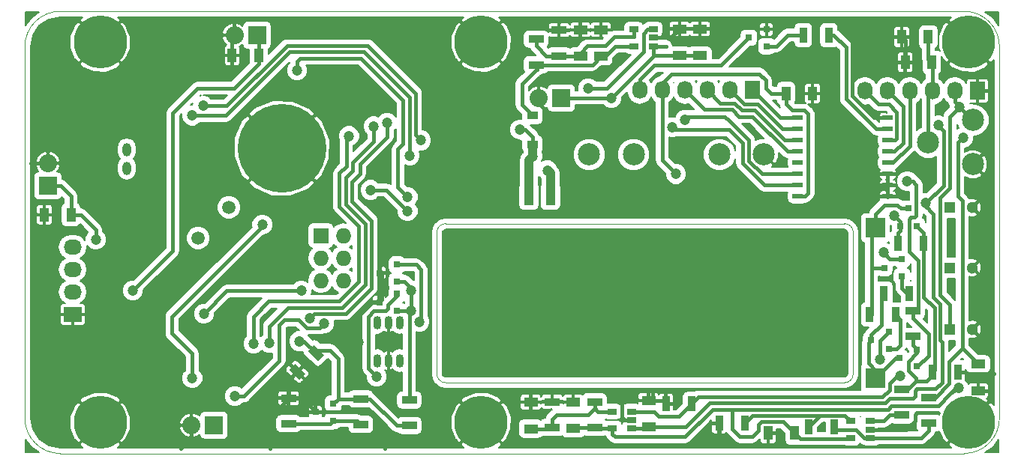
<source format=gtl>
G04 #@! TF.FileFunction,Copper,L1,Top,Signal*
%FSLAX46Y46*%
G04 Gerber Fmt 4.6, Leading zero omitted, Abs format (unit mm)*
G04 Created by KiCad (PCBNEW 4.0.4-stable) date 12/06/16 19:38:57*
%MOMM*%
%LPD*%
G01*
G04 APERTURE LIST*
%ADD10C,0.100000*%
%ADD11R,0.900000X1.700000*%
%ADD12C,2.500000*%
%ADD13C,1.300000*%
%ADD14R,1.300000X1.300000*%
%ADD15R,1.220000X0.910000*%
%ADD16C,6.000000*%
%ADD17C,4.000000*%
%ADD18C,10.000000*%
%ADD19R,1.727200X1.727200*%
%ADD20O,1.727200X1.727200*%
%ADD21R,2.032000X2.032000*%
%ADD22O,2.032000X2.032000*%
%ADD23R,2.032000X1.727200*%
%ADD24O,2.032000X1.727200*%
%ADD25R,1.727200X2.032000*%
%ADD26O,1.727200X2.032000*%
%ADD27C,2.499360*%
%ADD28O,0.899160X1.501140*%
%ADD29R,1.143000X0.508000*%
%ADD30C,1.501140*%
%ADD31O,1.000760X1.501140*%
%ADD32R,2.235200X2.235200*%
%ADD33R,1.000000X1.600000*%
%ADD34R,1.600000X1.000000*%
%ADD35R,1.140460X2.029460*%
%ADD36R,0.800100X0.800100*%
%ADD37R,1.700000X0.900000*%
%ADD38R,1.060000X0.650000*%
%ADD39C,1.200000*%
%ADD40C,0.400000*%
%ADD41C,1.000000*%
%ADD42C,0.200000*%
G04 APERTURE END LIST*
D10*
X110000000Y46000000D02*
G75*
G03X106000000Y50000000I-4000000J0D01*
G01*
X106000000Y0D02*
G75*
G03X110000000Y4000000I0J4000000D01*
G01*
X108000000Y3500000D02*
G75*
G03X108000000Y3500000I-1500000J0D01*
G01*
X108000000Y46500000D02*
G75*
G03X108000000Y46500000I-1500000J0D01*
G01*
X53000000Y46500000D02*
G75*
G03X53000000Y46500000I-1500000J0D01*
G01*
X53000000Y3500000D02*
G75*
G03X53000000Y3500000I-1500000J0D01*
G01*
X10000000Y46500000D02*
G75*
G03X10000000Y46500000I-1500000J0D01*
G01*
X10000000Y3500000D02*
G75*
G03X10000000Y3500000I-1500000J0D01*
G01*
X0Y4000000D02*
G75*
G03X4000000Y0I4000000J0D01*
G01*
X4000000Y50000000D02*
G75*
G03X0Y46000000I0J-4000000D01*
G01*
X4000000Y50000000D02*
X106000000Y50000000D01*
X106000000Y0D02*
X4000000Y0D01*
X47500000Y26000000D02*
G75*
G03X46500000Y25000000I0J-1000000D01*
G01*
X47500000Y26000000D02*
X92500000Y26000000D01*
X93500000Y25000000D02*
G75*
G03X92500000Y26000000I-1000000J0D01*
G01*
X93500000Y9000000D02*
X93500000Y25000000D01*
X92500000Y8000000D02*
G75*
G03X93500000Y9000000I0J1000000D01*
G01*
X92500000Y8000000D02*
X47500000Y8000000D01*
X46500000Y9000000D02*
G75*
G03X47500000Y8000000I1000000J0D01*
G01*
X46500000Y9000000D02*
X46500000Y25000000D01*
X0Y4000000D02*
X0Y46000000D01*
X110000000Y46000000D02*
X110000000Y4000000D01*
X33000000Y34500000D02*
G75*
G03X33000000Y34500000I-4000000J0D01*
G01*
D11*
X81250000Y3400000D03*
X78350000Y3400000D03*
D12*
X78400000Y33800000D03*
X83400000Y33800000D03*
X63700000Y33800000D03*
X68700000Y33800000D03*
D13*
X106900000Y21000000D03*
D14*
X104400000Y21000000D03*
D13*
X106900000Y14040000D03*
D14*
X104400000Y14040000D03*
D13*
X106900000Y27800000D03*
D14*
X104400000Y27800000D03*
D15*
X57300000Y34965000D03*
X57300000Y38235000D03*
D16*
X8500000Y3500000D03*
D17*
X8500000Y3500000D03*
D16*
X51500000Y3500000D03*
D17*
X51500000Y3500000D03*
D16*
X106500000Y3500000D03*
D17*
X106500000Y3500000D03*
D16*
X106500000Y46500000D03*
D17*
X106500000Y46500000D03*
D16*
X51500000Y46500000D03*
D17*
X51500000Y46500000D03*
D16*
X8500000Y46500000D03*
D17*
X8500000Y46500000D03*
D18*
X29000000Y34500000D03*
D19*
X33400000Y24640000D03*
D20*
X35940000Y24640000D03*
X33400000Y22100000D03*
X35940000Y22100000D03*
X33400000Y19560000D03*
X35940000Y19560000D03*
D21*
X26200000Y47300000D03*
D22*
X23660000Y47300000D03*
D21*
X2600000Y30260000D03*
D22*
X2600000Y32800000D03*
D21*
X21340000Y3200000D03*
D22*
X18800000Y3200000D03*
D23*
X5400000Y15720000D03*
D24*
X5400000Y18260000D03*
X5400000Y20800000D03*
X5400000Y23340000D03*
D21*
X60540000Y40200000D03*
D22*
X58000000Y40200000D03*
D25*
X107500000Y41000000D03*
D26*
X104960000Y41000000D03*
X102420000Y41000000D03*
X99880000Y41000000D03*
X97340000Y41000000D03*
X94800000Y41000000D03*
D25*
X82100000Y41100000D03*
D26*
X79560000Y41100000D03*
X77020000Y41100000D03*
X74480000Y41100000D03*
X71940000Y41100000D03*
X69400000Y41100000D03*
D27*
X101960640Y35199360D03*
X107000000Y37698720D03*
X107000000Y32700000D03*
D28*
X41030000Y10500000D03*
X39760000Y10500000D03*
X42300000Y10500000D03*
X41030000Y14800000D03*
X39760000Y14800000D03*
X42300000Y14800000D03*
D29*
X97380000Y29055000D03*
X97380000Y30325000D03*
X97380000Y31595000D03*
X97380000Y32865000D03*
X97380000Y34135000D03*
X97380000Y35405000D03*
X97380000Y36675000D03*
X97380000Y37945000D03*
X87220000Y37945000D03*
X87220000Y36675000D03*
X87220000Y35405000D03*
X87220000Y34135000D03*
X87220000Y32865000D03*
X87220000Y31595000D03*
X87220000Y30325000D03*
X87220000Y29055000D03*
D30*
X19573995Y24373995D03*
X23026005Y27826005D03*
D31*
X11500000Y32250980D03*
X11500000Y34349020D03*
D32*
X96000000Y25500000D03*
X96000000Y8500000D03*
D33*
X26400000Y45000000D03*
X23400000Y45000000D03*
X5200000Y27000000D03*
X2200000Y27000000D03*
D34*
X73900000Y45000000D03*
X73900000Y48000000D03*
X76200000Y45000000D03*
X76200000Y48000000D03*
X62700000Y44900000D03*
X62700000Y47900000D03*
X65000000Y44900000D03*
X65000000Y47900000D03*
X61900000Y2820000D03*
X61900000Y5820000D03*
X57100000Y2800000D03*
X57100000Y5800000D03*
X70400000Y3000000D03*
X70400000Y6000000D03*
D10*
G36*
X32648528Y12279899D02*
X33779899Y11148528D01*
X33072792Y10441421D01*
X31941421Y11572792D01*
X32648528Y12279899D01*
X32648528Y12279899D01*
G37*
G36*
X30527208Y10158579D02*
X31658579Y9027208D01*
X30951472Y8320101D01*
X29820101Y9451472D01*
X30527208Y10158579D01*
X30527208Y10158579D01*
G37*
D33*
X86900000Y2300000D03*
X83900000Y2300000D03*
D34*
X107600000Y10100000D03*
X107600000Y7100000D03*
D33*
X85900000Y40700000D03*
X88900000Y40700000D03*
X98970000Y47090000D03*
X101970000Y47090000D03*
X99360000Y44220000D03*
X102360000Y44220000D03*
D35*
X59303960Y29100000D03*
X56896040Y29100000D03*
D36*
X100700760Y9850000D03*
X100700760Y11750000D03*
X98701780Y10800000D03*
X97500000Y11850000D03*
X97500000Y13750000D03*
X95501020Y12800000D03*
X98800000Y25700000D03*
X100700000Y25700000D03*
X99750000Y27698980D03*
X99000760Y20050000D03*
X99000760Y21950000D03*
X97001780Y21000000D03*
X83700760Y46050000D03*
X83700760Y47950000D03*
X81701780Y47000000D03*
D37*
X57700000Y43950000D03*
X57700000Y46850000D03*
X60300000Y44950000D03*
X60300000Y47850000D03*
D11*
X72350000Y5600000D03*
X75250000Y5600000D03*
D37*
X64300000Y5850000D03*
X64300000Y2950000D03*
X59500000Y5850000D03*
X59500000Y2950000D03*
X29760000Y3370000D03*
X29760000Y6270000D03*
X37920000Y6180000D03*
X37920000Y3280000D03*
X43390000Y6050000D03*
X43390000Y3150000D03*
X100200000Y13250000D03*
X100200000Y16150000D03*
D11*
X95350000Y15700000D03*
X98250000Y15700000D03*
X101450000Y23800000D03*
X98550000Y23800000D03*
X96950000Y18100000D03*
X99850000Y18100000D03*
D37*
X102000000Y6350000D03*
X102000000Y3450000D03*
D11*
X91350000Y3000000D03*
X88450000Y3000000D03*
D37*
X99000000Y4350000D03*
X99000000Y7250000D03*
D11*
X105350000Y9200000D03*
X102450000Y9200000D03*
X90750000Y47300000D03*
X87850000Y47300000D03*
D38*
X70900000Y46050000D03*
X70900000Y47000000D03*
X70900000Y47950000D03*
X68700000Y47950000D03*
X68700000Y46050000D03*
X68500000Y2850000D03*
X68500000Y3800000D03*
X68500000Y4750000D03*
X66300000Y4750000D03*
X66300000Y2850000D03*
D36*
X42000760Y16150000D03*
X42000760Y18050000D03*
X40001780Y17100000D03*
X42000760Y19450000D03*
X42000760Y21350000D03*
X40001780Y20400000D03*
X34800760Y3730000D03*
X34800760Y5630000D03*
X32801780Y4680000D03*
D38*
X95400000Y1750000D03*
X95400000Y2700000D03*
X95400000Y3650000D03*
X93200000Y3650000D03*
X93200000Y1750000D03*
D39*
X37700000Y12600000D03*
X59000000Y32000000D03*
X73500000Y31600000D03*
X23700000Y6500000D03*
X33800000Y14700000D03*
X105500000Y39198720D03*
X30700000Y43300000D03*
X43200000Y29000000D03*
X12200000Y18400000D03*
X8000000Y24200000D03*
X18900000Y8500000D03*
X26800000Y25900000D03*
X66200000Y40200000D03*
X96500000Y10600000D03*
X96900000Y22700000D03*
X105400000Y7400000D03*
X43600000Y18400000D03*
X43600000Y16100000D03*
X55900000Y36600000D03*
X101700000Y28300000D03*
X103100000Y37100000D03*
X57300000Y33600000D03*
X39700000Y8700000D03*
X44500000Y14900000D03*
X31000000Y12700000D03*
X105900000Y35700000D03*
X25800000Y12400000D03*
X36600000Y35900000D03*
X20200000Y15800000D03*
X31200000Y18400000D03*
X73100000Y36900000D03*
X18900000Y38200000D03*
X43400000Y33700000D03*
X74500000Y37700000D03*
X20100000Y39300000D03*
X44700000Y35400000D03*
X99600000Y30800000D03*
X98100000Y26900000D03*
X63600000Y41300000D03*
X98800000Y8800000D03*
X39000000Y29800000D03*
X43200000Y27400000D03*
X27600000Y12500000D03*
X39400000Y37000000D03*
X32200000Y15300000D03*
X40900000Y37400000D03*
D40*
X66100000Y37000000D02*
X66100000Y28600000D01*
X60600000Y37000000D02*
X66100000Y37000000D01*
X97380000Y29955000D02*
X97380000Y29020000D01*
X95455000Y29955000D02*
X93000000Y27500000D01*
X97380000Y29955000D02*
X95455000Y29955000D01*
X97380000Y31225000D02*
X97380000Y29955000D01*
X67400000Y4100000D02*
X67400000Y6200000D01*
X67700000Y3800000D02*
X67400000Y4100000D01*
X68500000Y3800000D02*
X67700000Y3800000D01*
X100700000Y4600000D02*
X103000000Y4600000D01*
X100500000Y4400000D02*
X100700000Y4600000D01*
X100500000Y3700000D02*
X100500000Y4400000D01*
X99500000Y2700000D02*
X100500000Y3700000D01*
X96100000Y2700000D02*
X99500000Y2700000D01*
X106200000Y9200000D02*
X106400000Y9000000D01*
X106400000Y9000000D02*
X107750000Y9000000D01*
X105350000Y9200000D02*
X106200000Y9200000D01*
X71150000Y47000000D02*
X72900000Y47000000D01*
X72900000Y47000000D02*
X73900000Y48000000D01*
X58000000Y40200000D02*
X58000000Y39600000D01*
X58000000Y39600000D02*
X60600000Y37000000D01*
X30739340Y9239340D02*
X29760000Y8260000D01*
X29760000Y8260000D02*
X29760000Y6270000D01*
X29760000Y6260000D02*
X27700000Y4200000D01*
X27700000Y4200000D02*
X27700000Y600000D01*
X29760000Y6270000D02*
X29760000Y6260000D01*
X37800000Y14600000D02*
X37800000Y12700000D01*
X37800000Y12700000D02*
X37700000Y12600000D01*
X2600000Y32800000D02*
X700000Y32800000D01*
X23400000Y45000000D02*
X23400000Y47040000D01*
X23400000Y47040000D02*
X23660000Y47300000D01*
X18800000Y3200000D02*
X18800000Y1800000D01*
X18800000Y1800000D02*
X17600000Y600000D01*
X99360000Y44220000D02*
X99360000Y46700000D01*
X99360000Y46700000D02*
X98970000Y47090000D01*
X97380000Y31595000D02*
X97380000Y30325000D01*
X40001780Y20400000D02*
X40001780Y21101780D01*
X40001780Y21101780D02*
X41600000Y22700000D01*
X37800000Y15700000D02*
X37800000Y14600000D01*
X39200000Y17100000D02*
X37800000Y15700000D01*
X40001780Y17100000D02*
X39200000Y17100000D01*
X40300000Y17398220D02*
X40300000Y20101780D01*
X40300000Y20101780D02*
X40001780Y20400000D01*
X40001780Y17100000D02*
X40300000Y17398220D01*
X32801780Y4680000D02*
X39159999Y4680000D01*
X39159999Y4680000D02*
X40689999Y3150000D01*
X29760000Y6270000D02*
X31211780Y6270000D01*
X31211780Y6270000D02*
X32801780Y4680000D01*
X40689999Y3150000D02*
X40689999Y689999D01*
X40689999Y689999D02*
X40600000Y600000D01*
X107600000Y7100000D02*
X109100000Y7100000D01*
X95400000Y2700000D02*
X96100000Y2700000D01*
X83900000Y2300000D02*
X83900000Y2000000D01*
X78350000Y3400000D02*
X78350000Y2050000D01*
X70400000Y6000000D02*
X71950000Y6000000D01*
X71950000Y6000000D02*
X72350000Y5600000D01*
X107750000Y9000000D02*
X109400000Y9000000D01*
X70850000Y5970000D02*
X70850000Y7250000D01*
X93400000Y40400000D02*
X93400000Y49200000D01*
X95855000Y37945000D02*
X93400000Y40400000D01*
X97380000Y37945000D02*
X95855000Y37945000D01*
D41*
X59303960Y29100000D02*
X59303960Y31696040D01*
X59303960Y31696040D02*
X59000000Y32000000D01*
D40*
X105500000Y39198720D02*
X104400000Y38098720D01*
X104400000Y38098720D02*
X104400000Y30000000D01*
X104400000Y30000000D02*
X103300000Y28900000D01*
X103300000Y28900000D02*
X103300000Y17900000D01*
X103300000Y17900000D02*
X104400000Y16800000D01*
X104400000Y16800000D02*
X104400000Y14040000D01*
X71940000Y41100000D02*
X71940000Y33160000D01*
X71940000Y33160000D02*
X73500000Y31600000D01*
X86600000Y38800000D02*
X88000000Y38800000D01*
X88000000Y38800000D02*
X88400000Y38400000D01*
X85900000Y39500000D02*
X86600000Y38800000D01*
X85900000Y40700000D02*
X85900000Y39500000D01*
X83600000Y41300000D02*
X84200000Y40700000D01*
X84200000Y40700000D02*
X85900000Y40700000D01*
X83600000Y42200000D02*
X83600000Y41300000D01*
X88400000Y29400000D02*
X88055000Y29055000D01*
X88055000Y29055000D02*
X87220000Y29055000D01*
X88400000Y38400000D02*
X88400000Y29400000D01*
X82900000Y42900000D02*
X83600000Y42200000D01*
X73000000Y42900000D02*
X82900000Y42900000D01*
X71940000Y41840000D02*
X73000000Y42900000D01*
X71940000Y41100000D02*
X71940000Y41840000D01*
X23700000Y6500000D02*
X24700000Y6500000D01*
X24700000Y6500000D02*
X28700000Y10500000D01*
X28700000Y14500000D02*
X28700000Y10500000D01*
X29300000Y15100000D02*
X28700000Y14500000D01*
X30900000Y15100000D02*
X29300000Y15100000D01*
X31800000Y14200000D02*
X30900000Y15100000D01*
X33300000Y14200000D02*
X31800000Y14200000D01*
X33800000Y14700000D02*
X33300000Y14200000D01*
X104960000Y39738720D02*
X105500000Y39198720D01*
X105500000Y39198720D02*
X107000000Y37698720D01*
X104960000Y41000000D02*
X104960000Y39738720D01*
X31100000Y44700000D02*
X30700000Y44300000D01*
X30700000Y44300000D02*
X30700000Y43300000D01*
X37900000Y44700000D02*
X31100000Y44700000D01*
X42700000Y39900000D02*
X37900000Y44700000D01*
X42700000Y35000000D02*
X42700000Y39900000D01*
X42100000Y34400000D02*
X42100000Y30100000D01*
X42100000Y34400000D02*
X42700000Y35000000D01*
X42100000Y30100000D02*
X43200000Y29000000D01*
X12200000Y18400000D02*
X16700000Y22900000D01*
X16700000Y22900000D02*
X16700000Y24600000D01*
X16700000Y27000000D02*
X16700000Y38500000D01*
X16700000Y24600000D02*
X16700000Y27000000D01*
X16700000Y38500000D02*
X19500000Y41300000D01*
X19500000Y41300000D02*
X23600000Y41300000D01*
X23600000Y41300000D02*
X26400000Y44100000D01*
X26400000Y44100000D02*
X26400000Y45000000D01*
X26400000Y45000000D02*
X26400000Y47100000D01*
X26400000Y47100000D02*
X26200000Y47300000D01*
X6300000Y27000000D02*
X8000000Y25300000D01*
X8000000Y25300000D02*
X8000000Y24200000D01*
X5200000Y27000000D02*
X6300000Y27000000D01*
X4040000Y30260000D02*
X5200000Y29100000D01*
X5200000Y29100000D02*
X5200000Y27000000D01*
X2600000Y30260000D02*
X4040000Y30260000D01*
X26800000Y25900000D02*
X26800000Y25700000D01*
X26800000Y25700000D02*
X16600000Y15500000D01*
X16600000Y15500000D02*
X16600000Y13600000D01*
X16600000Y13600000D02*
X18900000Y11300000D01*
X18900000Y11300000D02*
X18900000Y8500000D01*
X73900000Y45000000D02*
X71000000Y45000000D01*
X71000000Y45000000D02*
X70900000Y44900000D01*
X73900000Y45000000D02*
X76200000Y45000000D01*
X66200000Y40200000D02*
X70900000Y44900000D01*
X70900000Y44900000D02*
X70900000Y46050000D01*
X71150000Y46050000D02*
X72350000Y46050000D01*
X66200000Y40200000D02*
X60540000Y40200000D01*
X66500000Y47100000D02*
X65500000Y46100000D01*
X68700000Y47100000D02*
X66500000Y47100000D01*
X68700000Y47950000D02*
X68700000Y47100000D01*
X57700000Y46100000D02*
X58850000Y44950000D01*
X58850000Y44950000D02*
X60300000Y44950000D01*
X57700000Y46850000D02*
X57700000Y46100000D01*
X60300000Y44950000D02*
X62650000Y44950000D01*
X62650000Y44950000D02*
X62700000Y44900000D01*
X63500000Y46100000D02*
X62700000Y45300000D01*
X65500000Y46100000D02*
X63500000Y46100000D01*
X65000000Y44900000D02*
X65500000Y44900000D01*
X65500000Y44900000D02*
X66650000Y46050000D01*
X57700000Y43950000D02*
X64050000Y43950000D01*
X64050000Y43950000D02*
X65000000Y44900000D01*
X57700000Y43950000D02*
X57700000Y43400000D01*
X57700000Y43400000D02*
X57800000Y43400000D01*
X56100000Y41800000D02*
X56100000Y39435000D01*
X56100000Y39435000D02*
X57300000Y38235000D01*
X57700000Y43400000D02*
X56100000Y41800000D01*
X68450000Y46050000D02*
X66650000Y46050000D01*
X96500000Y10600000D02*
X96500000Y12750000D01*
X96500000Y12750000D02*
X97500000Y13750000D01*
X98065688Y21950000D02*
X97650000Y21950000D01*
X97650000Y21950000D02*
X96900000Y22700000D01*
X99000760Y21950000D02*
X98065688Y21950000D01*
X79800000Y5000000D02*
X77600000Y5000000D01*
X77600000Y5000000D02*
X74500000Y1900000D01*
X74500000Y1900000D02*
X66600000Y1900000D01*
X66600000Y1900000D02*
X66300000Y2200000D01*
X66300000Y2200000D02*
X66300000Y2850000D01*
X66300000Y2850000D02*
X64400000Y2850000D01*
X64400000Y2850000D02*
X64300000Y2950000D01*
X61900000Y2820000D02*
X62030000Y2950000D01*
X62030000Y2950000D02*
X64300000Y2950000D01*
X103100000Y5400000D02*
X104400000Y6700000D01*
X104400000Y6700000D02*
X104800000Y7100000D01*
X105100000Y7400000D02*
X104400000Y6700000D01*
X104800000Y7100000D02*
X104900000Y7100000D01*
X100300000Y5400000D02*
X103100000Y5400000D01*
X97800000Y5400000D02*
X100300000Y5400000D01*
X97400000Y5000000D02*
X97800000Y5400000D01*
X96700000Y5000000D02*
X97400000Y5000000D01*
X43600000Y18700000D02*
X43600000Y18400000D01*
X43600000Y18400000D02*
X43600000Y16100000D01*
X43390000Y6050000D02*
X43390000Y15890000D01*
X43390000Y15890000D02*
X43600000Y16100000D01*
X42850000Y19450000D02*
X43600000Y18700000D01*
X42000760Y19450000D02*
X42850000Y19450000D01*
X42000760Y16150000D02*
X43550000Y16150000D01*
X43550000Y16150000D02*
X43600000Y16100000D01*
X79800000Y5000000D02*
X96700000Y5000000D01*
X87500000Y1700000D02*
X93150000Y1700000D01*
X93150000Y1700000D02*
X93200000Y1750000D01*
X86900000Y2300000D02*
X87500000Y1700000D01*
X83100000Y3600000D02*
X85600000Y3600000D01*
X85600000Y3600000D02*
X86900000Y2300000D01*
X82800000Y3300000D02*
X83100000Y3600000D01*
X82800000Y2600000D02*
X82800000Y3300000D01*
X82100000Y1900000D02*
X82800000Y2600000D01*
X80700000Y1900000D02*
X82100000Y1900000D01*
X79800000Y2800000D02*
X80700000Y1900000D01*
X79800000Y5000000D02*
X79800000Y2800000D01*
X60000000Y4400000D02*
X63600000Y4400000D01*
X63600000Y4400000D02*
X64300000Y5100000D01*
X59500000Y3900000D02*
X60000000Y4400000D01*
X59500000Y2950000D02*
X59500000Y3900000D01*
X57100000Y2800000D02*
X59350000Y2800000D01*
X59350000Y2800000D02*
X59500000Y2950000D01*
X64650000Y4750000D02*
X64300000Y5100000D01*
X64300000Y5100000D02*
X64300000Y5850000D01*
X66300000Y4750000D02*
X64650000Y4750000D01*
X103100000Y37100000D02*
X103700000Y36500000D01*
X103700000Y36500000D02*
X103700000Y30300000D01*
X103700000Y30300000D02*
X101700000Y28300000D01*
X57300000Y35800000D02*
X56500000Y36600000D01*
X56500000Y36600000D02*
X55900000Y36600000D01*
X57300000Y34965000D02*
X57300000Y35800000D01*
D41*
X57300000Y33600000D02*
X56896040Y33196040D01*
X56896040Y33196040D02*
X56896040Y29100000D01*
D40*
X101700000Y28300000D02*
X101700000Y27900000D01*
X101700000Y27900000D02*
X101900000Y27700000D01*
X70400000Y3000000D02*
X74600000Y3000000D01*
X97100000Y5700000D02*
X97600000Y6200000D01*
X102792002Y7300000D02*
X103500000Y8007998D01*
X103500000Y12600000D02*
X103300000Y12800000D01*
X102500000Y27100000D02*
X102200000Y27400000D01*
X74600000Y3000000D02*
X77300000Y5700000D01*
X100500000Y7100000D02*
X100700000Y7300000D01*
X77300000Y5700000D02*
X97100000Y5700000D01*
X97600000Y6200000D02*
X100200000Y6200000D01*
X100200000Y6200000D02*
X100500000Y6500000D01*
X103300000Y16900000D02*
X102500000Y17700000D01*
X100500000Y6500000D02*
X100500000Y7100000D01*
X100700000Y7300000D02*
X102792002Y7300000D01*
X103500000Y8007998D02*
X103500000Y12600000D01*
X103300000Y12800000D02*
X103300000Y16900000D01*
X102500000Y17700000D02*
X102500000Y27100000D01*
X101900000Y27700000D02*
X102200000Y27400000D01*
X68500000Y2850000D02*
X70250000Y2850000D01*
X70250000Y2850000D02*
X70400000Y3000000D01*
D41*
X57300000Y34965000D02*
X57300000Y33600000D01*
D40*
X42000760Y18050000D02*
X42000760Y17800760D01*
X38800000Y9600000D02*
X39700000Y8700000D01*
X42000760Y17800760D02*
X41000000Y16800000D01*
X41000000Y16800000D02*
X41000000Y16400000D01*
X41000000Y16400000D02*
X40700000Y16100000D01*
X40700000Y16100000D02*
X39400000Y16100000D01*
X39400000Y16100000D02*
X38800000Y15500000D01*
X38800000Y15500000D02*
X38800000Y9600000D01*
X39700000Y8700000D02*
X39760000Y8760000D01*
X42000760Y21350000D02*
X44150000Y21350000D01*
X44150000Y21350000D02*
X44700000Y20800000D01*
X44700000Y20800000D02*
X44700000Y15100000D01*
X44700000Y15100000D02*
X44500000Y14900000D01*
X31000000Y12700000D02*
X31521320Y12700000D01*
X31521320Y12700000D02*
X32860660Y11360660D01*
X32260660Y11660660D02*
X34439340Y11660660D01*
X35350760Y10749240D02*
X35350760Y6180000D01*
X34439340Y11660660D02*
X35350760Y10749240D01*
X41950000Y3150000D02*
X38920000Y6180000D01*
X38920000Y6180000D02*
X37920000Y6180000D01*
X43390000Y3150000D02*
X41950000Y3150000D01*
X37920000Y6180000D02*
X35350760Y6180000D01*
X35350760Y6180000D02*
X34800760Y5630000D01*
X105900000Y35700000D02*
X105800000Y35700000D01*
X105800000Y35700000D02*
X105300000Y35200000D01*
X105300000Y35200000D02*
X105300000Y29100000D01*
X105300000Y29100000D02*
X105800000Y28600000D01*
X105800000Y28600000D02*
X105800000Y12100000D01*
X105800000Y12100000D02*
X105800000Y11900000D01*
X36600000Y35900000D02*
X36300000Y35600000D01*
X36300000Y35600000D02*
X36300000Y32500000D01*
X36300000Y32500000D02*
X35500000Y31700000D01*
X35500000Y31700000D02*
X35500000Y27900000D01*
X35500000Y27900000D02*
X37700000Y25700000D01*
X37700000Y25700000D02*
X37700000Y19400000D01*
X37700000Y19400000D02*
X35500000Y17200000D01*
X35500000Y17200000D02*
X27500000Y17200000D01*
X27500000Y17200000D02*
X25800000Y15500000D01*
X25800000Y15500000D02*
X25800000Y12400000D01*
X102000000Y6350000D02*
X102750000Y6350000D01*
X102750000Y6350000D02*
X104300000Y7900000D01*
X104300000Y7900000D02*
X104300000Y10400000D01*
X104300000Y10400000D02*
X105800000Y11900000D01*
X105800000Y11900000D02*
X107600000Y10100000D01*
X107500000Y10200000D02*
X107600000Y10100000D01*
X22800000Y18400000D02*
X20200000Y15800000D01*
X31200000Y18400000D02*
X22800000Y18400000D01*
X78500000Y36600000D02*
X73400000Y36600000D01*
X73400000Y36600000D02*
X73100000Y36900000D01*
X22700000Y38200000D02*
X18900000Y38200000D01*
X29900000Y45400000D02*
X22700000Y38200000D01*
X30700000Y45400000D02*
X29900000Y45400000D01*
X38300000Y45400000D02*
X30700000Y45400000D01*
X43400000Y40300000D02*
X38300000Y45400000D01*
X43400000Y33700000D02*
X43400000Y40300000D01*
X79500000Y36600000D02*
X78500000Y36600000D01*
X81000000Y35100000D02*
X79500000Y36600000D01*
X81000000Y32800000D02*
X81000000Y35100000D01*
X83475000Y30325000D02*
X81000000Y32800000D01*
X86325000Y30325000D02*
X83475000Y30325000D01*
X87220000Y30325000D02*
X86325000Y30325000D01*
X44100000Y40700000D02*
X44100000Y36000000D01*
X44100000Y36000000D02*
X44700000Y35400000D01*
X38700000Y46100000D02*
X44100000Y40700000D01*
X29600000Y46100000D02*
X22800000Y39300000D01*
X29600000Y46100000D02*
X38700000Y46100000D01*
X74900000Y38100000D02*
X79000000Y38100000D01*
X79000000Y38100000D02*
X79400000Y37700000D01*
X74500000Y37700000D02*
X74900000Y38100000D01*
X22800000Y39300000D02*
X20100000Y39300000D01*
X81700000Y33100000D02*
X81700000Y35400000D01*
X81700000Y35400000D02*
X79400000Y37700000D01*
X83205000Y31595000D02*
X81700000Y33100000D01*
X85695000Y31595000D02*
X83205000Y31595000D01*
X87220000Y31595000D02*
X86405000Y31595000D01*
X87220000Y31595000D02*
X85695000Y31595000D01*
X97965000Y32865000D02*
X99880000Y34780000D01*
X99880000Y34780000D02*
X99880000Y41000000D01*
X97380000Y32865000D02*
X97965000Y32865000D01*
X99100000Y35100000D02*
X99100000Y39240000D01*
X99100000Y39240000D02*
X97340000Y41000000D01*
X98135000Y34135000D02*
X99100000Y35100000D01*
X97380000Y34135000D02*
X98135000Y34135000D01*
X97500000Y39500000D02*
X98400000Y38600000D01*
X98400000Y38600000D02*
X98400000Y35600000D01*
X96300000Y39500000D02*
X97500000Y39500000D01*
X98400000Y35600000D02*
X98205000Y35405000D01*
X98205000Y35405000D02*
X97380000Y35405000D01*
X94800000Y41000000D02*
X96300000Y39500000D01*
X82100000Y41100000D02*
X85255000Y37945000D01*
X85255000Y37945000D02*
X87220000Y37945000D01*
X81160000Y39500000D02*
X79560000Y41100000D01*
X85525000Y36675000D02*
X82700000Y39500000D01*
X82700000Y39500000D02*
X81160000Y39500000D01*
X87220000Y36675000D02*
X85525000Y36675000D01*
X77020000Y41100000D02*
X78500000Y39620000D01*
X80100000Y39600000D02*
X78520000Y39600000D01*
X78520000Y39600000D02*
X78500000Y39620000D01*
X80900000Y38800000D02*
X80100000Y39600000D01*
X82400000Y38800000D02*
X80900000Y38800000D01*
X85795000Y35405000D02*
X82400000Y38800000D01*
X87220000Y35405000D02*
X85795000Y35405000D01*
X76000000Y39580000D02*
X74480000Y41100000D01*
X79800000Y38900000D02*
X76680000Y38900000D01*
X76680000Y38900000D02*
X76000000Y39580000D01*
X80600000Y38100000D02*
X79800000Y38900000D01*
X82100000Y38100000D02*
X80600000Y38100000D01*
X86065000Y34135000D02*
X82100000Y38100000D01*
X87220000Y34135000D02*
X86065000Y34135000D01*
X71000000Y43900000D02*
X78601780Y43900000D01*
X78601780Y43900000D02*
X81701780Y47000000D01*
X69400000Y42300000D02*
X71000000Y43900000D01*
X69400000Y41100000D02*
X69400000Y42300000D01*
X100600000Y30400000D02*
X100200000Y30800000D01*
X100200000Y30800000D02*
X99600000Y30800000D01*
X100600000Y16150000D02*
X100800000Y16350000D01*
X100800000Y16350000D02*
X100800000Y21800000D01*
X100800000Y21800000D02*
X99800000Y22800000D01*
X99800000Y22800000D02*
X99800000Y26500000D01*
X99800000Y26500000D02*
X100000000Y26700000D01*
X100000000Y26700000D02*
X100400000Y26700000D01*
X100400000Y26700000D02*
X100600000Y26900000D01*
X100600000Y26900000D02*
X100600000Y30400000D01*
X100700760Y9850000D02*
X100750000Y9850000D01*
X100750000Y9850000D02*
X102000000Y11100000D01*
X102000000Y11100000D02*
X102000000Y13500000D01*
X102000000Y13500000D02*
X100200000Y15300000D01*
X100200000Y15300000D02*
X100200000Y16150000D01*
X100200000Y13250000D02*
X100200000Y12250760D01*
X100200000Y12250760D02*
X100700760Y11750000D01*
X99700000Y9400000D02*
X100600000Y8500000D01*
X100600000Y8500000D02*
X100600000Y8200000D01*
X99700000Y10400000D02*
X99700000Y9400000D01*
X100700760Y11400760D02*
X99700000Y10400000D01*
X100700760Y11750000D02*
X100700760Y11400760D01*
X100700000Y25700000D02*
X101450000Y24950000D01*
X101450000Y24950000D02*
X101450000Y23800000D01*
X101800000Y8200000D02*
X102450000Y8850000D01*
X102450000Y8850000D02*
X102450000Y9200000D01*
X100600000Y8200000D02*
X101800000Y8200000D01*
X99650000Y7250000D02*
X100600000Y8200000D01*
X99000000Y7250000D02*
X99650000Y7250000D01*
X102659989Y16440011D02*
X102659989Y9409989D01*
X102659989Y9409989D02*
X102450000Y9200000D01*
X101450000Y17650000D02*
X102659989Y16440011D01*
X101450000Y23800000D02*
X101450000Y17650000D01*
X97500000Y11850000D02*
X98400760Y11850000D01*
X98400760Y11850000D02*
X98800000Y12249240D01*
X98800000Y12249240D02*
X98800000Y15150000D01*
X98800000Y15150000D02*
X98250000Y15700000D01*
X98800000Y25200000D02*
X98550000Y24950000D01*
X98550000Y24950000D02*
X98550000Y23800000D01*
X98800000Y25700000D02*
X98800000Y25200000D01*
X98100000Y26900000D02*
X98800000Y26200000D01*
X98800000Y26200000D02*
X98800000Y25700000D01*
X99000760Y19850000D02*
X99000760Y18649240D01*
X99000760Y18649240D02*
X99550000Y18100000D01*
X86100000Y47300000D02*
X84850000Y46050000D01*
X84850000Y46050000D02*
X83700760Y46050000D01*
X87850000Y47300000D02*
X86100000Y47300000D01*
X65700000Y41300000D02*
X63600000Y41300000D01*
X69800000Y45400000D02*
X65700000Y41300000D01*
X69800000Y47500000D02*
X69800000Y45400000D01*
X70250000Y47950000D02*
X69800000Y47500000D01*
X71150000Y47950000D02*
X70250000Y47950000D01*
X97600000Y7900000D02*
X98500000Y8800000D01*
X98500000Y8800000D02*
X98800000Y8800000D01*
X97600000Y7200000D02*
X97600000Y7900000D01*
X97600000Y7200000D02*
X96800000Y6400000D01*
X76050000Y6400000D02*
X75250000Y5600000D01*
X96800000Y6400000D02*
X76050000Y6400000D01*
X68500000Y4750000D02*
X70950000Y4750000D01*
X70950000Y4750000D02*
X71000000Y4700000D01*
X39000000Y29800000D02*
X40800000Y29800000D01*
X40800000Y29800000D02*
X43200000Y27400000D01*
X71500000Y4200000D02*
X73850000Y4200000D01*
X73850000Y4200000D02*
X75250000Y5600000D01*
X71000000Y4700000D02*
X71500000Y4200000D01*
X29760000Y3370000D02*
X34440760Y3370000D01*
X34440760Y3370000D02*
X34800760Y3730000D01*
X34800760Y3730000D02*
X37470000Y3730000D01*
X37470000Y3730000D02*
X37920000Y3280000D01*
X27600000Y12500000D02*
X27600000Y14400000D01*
X38400000Y26000000D02*
X36200000Y28200000D01*
X27600000Y14400000D02*
X29700000Y16500000D01*
X29700000Y16500000D02*
X35800000Y16500000D01*
X35800000Y16500000D02*
X38400000Y19100000D01*
X38400000Y19100000D02*
X38400000Y26000000D01*
X36200000Y31200000D02*
X37000000Y32000000D01*
X36200000Y28200000D02*
X36200000Y31200000D01*
X37000000Y32000000D02*
X37000000Y32900000D01*
X37000000Y32900000D02*
X39400000Y35300000D01*
X39400000Y35300000D02*
X39400000Y37000000D01*
X39100000Y26300000D02*
X39100000Y18700000D01*
X36900000Y30700000D02*
X36900000Y28500000D01*
X36900000Y28500000D02*
X39100000Y26300000D01*
X37800000Y32700000D02*
X37800000Y31600000D01*
X37800000Y31600000D02*
X36900000Y30700000D01*
X36200000Y15800000D02*
X32700000Y15800000D01*
X32700000Y15800000D02*
X32200000Y15300000D01*
X39100000Y18700000D02*
X36200000Y15800000D01*
X32200000Y15300000D02*
X32300000Y15200000D01*
X37800000Y32700000D02*
X40900000Y35800000D01*
X40900000Y37400000D02*
X40900000Y35800000D01*
X95400000Y1750000D02*
X101000000Y1750000D01*
X102000000Y2600000D02*
X101150000Y1750000D01*
X101150000Y1750000D02*
X101000000Y1750000D01*
X102000000Y3450000D02*
X102000000Y2600000D01*
X91350000Y3000000D02*
X91650000Y2700000D01*
X91650000Y2700000D02*
X93800000Y2700000D01*
X93800000Y2700000D02*
X94750000Y1750000D01*
X94750000Y1750000D02*
X95400000Y1750000D01*
X89750000Y4300000D02*
X82150000Y4300000D01*
X82150000Y4300000D02*
X81250000Y3400000D01*
X92550000Y4300000D02*
X89750000Y4300000D01*
X89750000Y4300000D02*
X88450000Y3000000D01*
X92550000Y4300000D02*
X93200000Y3650000D01*
X95400000Y3650000D02*
X96950000Y3650000D01*
X96950000Y3650000D02*
X97650000Y4350000D01*
X97650000Y4350000D02*
X99000000Y4350000D01*
X91300000Y47300000D02*
X90750000Y47300000D01*
X97380000Y36675000D02*
X96125000Y36675000D01*
X96125000Y36675000D02*
X92700000Y40100000D01*
X92700000Y40100000D02*
X92700000Y45900000D01*
X92700000Y45900000D02*
X91300000Y47300000D01*
X98701780Y10800000D02*
X98300000Y10800000D01*
X98300000Y10800000D02*
X96000000Y8500000D01*
X95501020Y12800000D02*
X95501020Y13401020D01*
X95501020Y13401020D02*
X96650000Y14550000D01*
X96650000Y14550000D02*
X96650000Y18100000D01*
X96000000Y9400000D02*
X95200000Y10200000D01*
X95200000Y10200000D02*
X95200000Y12498980D01*
X95200000Y12498980D02*
X95501020Y12800000D01*
X96701780Y9400000D02*
X96000000Y9400000D01*
X99750000Y27698980D02*
X98901020Y27698980D01*
X98901020Y27698980D02*
X98500000Y28100000D01*
X98500000Y28100000D02*
X97000000Y28100000D01*
X97000000Y28100000D02*
X96000000Y27100000D01*
X96000000Y27100000D02*
X96000000Y25500000D01*
X95550000Y15700000D02*
X95550000Y21100000D01*
X95550000Y21100000D02*
X95550000Y25050000D01*
X97001780Y21000000D02*
X95650000Y21000000D01*
X95650000Y21000000D02*
X95550000Y21100000D01*
X95550000Y25050000D02*
X96000000Y25500000D01*
X96000000Y26400000D02*
X95759998Y26159998D01*
X101970000Y47090000D02*
X101970000Y44610000D01*
X101970000Y44610000D02*
X102360000Y44220000D01*
X102420000Y41000000D02*
X102420000Y44160000D01*
X102420000Y44160000D02*
X102360000Y44220000D01*
X102420000Y41000000D02*
X101960640Y40540640D01*
X101960640Y40540640D02*
X101960640Y35199360D01*
D42*
G36*
X6191209Y48950213D02*
X6912624Y48228797D01*
X7064496Y48076925D01*
X6979720Y48020280D01*
X6923075Y47935504D01*
X6771203Y48087376D01*
X6049787Y48808791D01*
X5637842Y48455873D01*
X5107231Y47211690D01*
X5093138Y45859160D01*
X5597709Y44604192D01*
X5637842Y44544127D01*
X6049787Y44191209D01*
X6771203Y44912624D01*
X6923075Y45064496D01*
X6979720Y44979720D01*
X7064496Y44923075D01*
X6912624Y44771203D01*
X6191209Y44049787D01*
X6544127Y43637842D01*
X7788310Y43107231D01*
X9140840Y43093138D01*
X10395808Y43597709D01*
X10455873Y43637842D01*
X10808791Y44049787D01*
X10087376Y44771203D01*
X9935504Y44923075D01*
X10020280Y44979720D01*
X10076925Y45064496D01*
X10228797Y44912624D01*
X10950213Y44191209D01*
X11362158Y44544127D01*
X11471281Y44800000D01*
X22500000Y44800000D01*
X22500000Y44120435D01*
X22560896Y43973418D01*
X22673418Y43860896D01*
X22820435Y43800000D01*
X23200000Y43800000D01*
X23300000Y43900000D01*
X23300000Y44900000D01*
X23500000Y44900000D01*
X23500000Y43900000D01*
X23600000Y43800000D01*
X23979565Y43800000D01*
X24126582Y43860896D01*
X24239104Y43973418D01*
X24300000Y44120435D01*
X24300000Y44800000D01*
X24200000Y44900000D01*
X23500000Y44900000D01*
X23300000Y44900000D01*
X22600000Y44900000D01*
X22500000Y44800000D01*
X11471281Y44800000D01*
X11892769Y45788310D01*
X11906862Y47140840D01*
X11714321Y47619728D01*
X22280561Y47619728D01*
X22347528Y47400000D01*
X23560000Y47400000D01*
X23560000Y48612195D01*
X23340273Y48679432D01*
X22910671Y48501493D01*
X22507919Y48123279D01*
X22280561Y47619728D01*
X11714321Y47619728D01*
X11402291Y48395808D01*
X11362158Y48455873D01*
X10950213Y48808791D01*
X10228797Y48087376D01*
X10076925Y47935504D01*
X10020280Y48020280D01*
X9935504Y48076925D01*
X10087376Y48228797D01*
X10808791Y48950213D01*
X10466289Y49350000D01*
X49533711Y49350000D01*
X49191209Y48950213D01*
X49912624Y48228797D01*
X50064496Y48076925D01*
X49979720Y48020280D01*
X49923075Y47935504D01*
X49771203Y48087376D01*
X49049787Y48808791D01*
X48637842Y48455873D01*
X48107231Y47211690D01*
X48093138Y45859160D01*
X48597709Y44604192D01*
X48637842Y44544127D01*
X49049787Y44191209D01*
X49771203Y44912624D01*
X49923075Y45064496D01*
X49979720Y44979720D01*
X50064496Y44923075D01*
X49912624Y44771203D01*
X49191209Y44049787D01*
X49544127Y43637842D01*
X50788310Y43107231D01*
X52140840Y43093138D01*
X53395808Y43597709D01*
X53455873Y43637842D01*
X53808791Y44049787D01*
X53087376Y44771203D01*
X52935504Y44923075D01*
X53020280Y44979720D01*
X53076925Y45064496D01*
X53228797Y44912624D01*
X53950213Y44191209D01*
X54362158Y44544127D01*
X54892769Y45788310D01*
X54906862Y47140840D01*
X54408822Y48379565D01*
X59050000Y48379565D01*
X59050000Y48050000D01*
X59150000Y47950000D01*
X60200000Y47950000D01*
X60200000Y48600000D01*
X60400000Y48600000D01*
X60400000Y47950000D01*
X61450000Y47950000D01*
X61550000Y48050000D01*
X61600000Y48000000D01*
X62600000Y48000000D01*
X62600000Y48700000D01*
X62800000Y48700000D01*
X62800000Y48000000D01*
X63800000Y48000000D01*
X63850000Y48050000D01*
X63900000Y48000000D01*
X64900000Y48000000D01*
X64900000Y48700000D01*
X65100000Y48700000D01*
X65100000Y48000000D01*
X66100000Y48000000D01*
X66200000Y48100000D01*
X66200000Y48479565D01*
X66139104Y48626582D01*
X66026582Y48739104D01*
X65879565Y48800000D01*
X65200000Y48800000D01*
X65100000Y48700000D01*
X64900000Y48700000D01*
X64800000Y48800000D01*
X64120435Y48800000D01*
X63973418Y48739104D01*
X63860896Y48626582D01*
X63850000Y48600277D01*
X63839104Y48626582D01*
X63726582Y48739104D01*
X63579565Y48800000D01*
X62900000Y48800000D01*
X62800000Y48700000D01*
X62600000Y48700000D01*
X62500000Y48800000D01*
X61820435Y48800000D01*
X61673418Y48739104D01*
X61560896Y48626582D01*
X61504289Y48489921D01*
X61489104Y48526582D01*
X61376582Y48639104D01*
X61229565Y48700000D01*
X60500000Y48700000D01*
X60400000Y48600000D01*
X60200000Y48600000D01*
X60100000Y48700000D01*
X59370435Y48700000D01*
X59223418Y48639104D01*
X59110896Y48526582D01*
X59050000Y48379565D01*
X54408822Y48379565D01*
X54402291Y48395808D01*
X54362158Y48455873D01*
X53950213Y48808791D01*
X53228797Y48087376D01*
X53076925Y47935504D01*
X53020280Y48020280D01*
X52935504Y48076925D01*
X53087376Y48228797D01*
X53808791Y48950213D01*
X53466289Y49350000D01*
X104533711Y49350000D01*
X104191209Y48950213D01*
X104912624Y48228797D01*
X105064496Y48076925D01*
X104979720Y48020280D01*
X104923075Y47935504D01*
X104771203Y48087376D01*
X104049787Y48808791D01*
X103637842Y48455873D01*
X103107231Y47211690D01*
X103093138Y45859160D01*
X103244074Y45483753D01*
X103098007Y45583556D01*
X102860000Y45631754D01*
X102770000Y45631754D01*
X102770000Y45770052D01*
X102896558Y45851490D01*
X103033556Y46051993D01*
X103081754Y46290000D01*
X103081754Y47890000D01*
X103039917Y48112346D01*
X102908510Y48316558D01*
X102708007Y48453556D01*
X102470000Y48501754D01*
X101470000Y48501754D01*
X101247654Y48459917D01*
X101043442Y48328510D01*
X100906444Y48128007D01*
X100858246Y47890000D01*
X100858246Y46290000D01*
X100900083Y46067654D01*
X101031490Y45863442D01*
X101170000Y45768802D01*
X101170000Y44610000D01*
X101221717Y44350000D01*
X101230896Y44303853D01*
X101248246Y44277887D01*
X101248246Y43420000D01*
X101290083Y43197654D01*
X101421490Y42993442D01*
X101620000Y42857806D01*
X101620000Y42375949D01*
X101385079Y42218980D01*
X101150000Y41867160D01*
X100914921Y42218980D01*
X100440095Y42536249D01*
X99880000Y42647659D01*
X99319905Y42536249D01*
X98845079Y42218980D01*
X98610000Y41867160D01*
X98374921Y42218980D01*
X97900095Y42536249D01*
X97340000Y42647659D01*
X96779905Y42536249D01*
X96305079Y42218980D01*
X96070000Y41867160D01*
X95834921Y42218980D01*
X95360095Y42536249D01*
X94800000Y42647659D01*
X94239905Y42536249D01*
X93765079Y42218980D01*
X93500000Y41822262D01*
X93500000Y44020000D01*
X98460000Y44020000D01*
X98460000Y43340435D01*
X98520896Y43193418D01*
X98633418Y43080896D01*
X98780435Y43020000D01*
X99160000Y43020000D01*
X99260000Y43120000D01*
X99260000Y44120000D01*
X99460000Y44120000D01*
X99460000Y43120000D01*
X99560000Y43020000D01*
X99939565Y43020000D01*
X100086582Y43080896D01*
X100199104Y43193418D01*
X100260000Y43340435D01*
X100260000Y44020000D01*
X100160000Y44120000D01*
X99460000Y44120000D01*
X99260000Y44120000D01*
X98560000Y44120000D01*
X98460000Y44020000D01*
X93500000Y44020000D01*
X93500000Y45099565D01*
X98460000Y45099565D01*
X98460000Y44420000D01*
X98560000Y44320000D01*
X99260000Y44320000D01*
X99260000Y45320000D01*
X99460000Y45320000D01*
X99460000Y44320000D01*
X100160000Y44320000D01*
X100260000Y44420000D01*
X100260000Y45099565D01*
X100199104Y45246582D01*
X100086582Y45359104D01*
X99939565Y45420000D01*
X99560000Y45420000D01*
X99460000Y45320000D01*
X99260000Y45320000D01*
X99160000Y45420000D01*
X98780435Y45420000D01*
X98633418Y45359104D01*
X98520896Y45246582D01*
X98460000Y45099565D01*
X93500000Y45099565D01*
X93500000Y45900000D01*
X93439104Y46206147D01*
X93265685Y46465685D01*
X92841370Y46890000D01*
X98070000Y46890000D01*
X98070000Y46210435D01*
X98130896Y46063418D01*
X98243418Y45950896D01*
X98390435Y45890000D01*
X98770000Y45890000D01*
X98870000Y45990000D01*
X98870000Y46990000D01*
X99070000Y46990000D01*
X99070000Y45990000D01*
X99170000Y45890000D01*
X99549565Y45890000D01*
X99696582Y45950896D01*
X99809104Y46063418D01*
X99870000Y46210435D01*
X99870000Y46890000D01*
X99770000Y46990000D01*
X99070000Y46990000D01*
X98870000Y46990000D01*
X98170000Y46990000D01*
X98070000Y46890000D01*
X92841370Y46890000D01*
X91865685Y47865685D01*
X91811754Y47901721D01*
X91811754Y47969565D01*
X98070000Y47969565D01*
X98070000Y47290000D01*
X98170000Y47190000D01*
X98870000Y47190000D01*
X98870000Y48190000D01*
X99070000Y48190000D01*
X99070000Y47190000D01*
X99770000Y47190000D01*
X99870000Y47290000D01*
X99870000Y47969565D01*
X99809104Y48116582D01*
X99696582Y48229104D01*
X99549565Y48290000D01*
X99170000Y48290000D01*
X99070000Y48190000D01*
X98870000Y48190000D01*
X98770000Y48290000D01*
X98390435Y48290000D01*
X98243418Y48229104D01*
X98130896Y48116582D01*
X98070000Y47969565D01*
X91811754Y47969565D01*
X91811754Y48150000D01*
X91769917Y48372346D01*
X91638510Y48576558D01*
X91438007Y48713556D01*
X91200000Y48761754D01*
X90300000Y48761754D01*
X90077654Y48719917D01*
X89873442Y48588510D01*
X89736444Y48388007D01*
X89688246Y48150000D01*
X89688246Y46450000D01*
X89730083Y46227654D01*
X89861490Y46023442D01*
X90061993Y45886444D01*
X90300000Y45838246D01*
X91200000Y45838246D01*
X91422346Y45880083D01*
X91523473Y45945157D01*
X91900000Y45568630D01*
X91900000Y40100000D01*
X91959368Y39801536D01*
X91960896Y39793853D01*
X92134315Y39534315D01*
X95559314Y36109315D01*
X95749709Y35982097D01*
X95818853Y35935896D01*
X96125000Y35875000D01*
X96240487Y35875000D01*
X96196746Y35659000D01*
X96196746Y35151000D01*
X96238583Y34928654D01*
X96341631Y34768513D01*
X96244944Y34627007D01*
X96196746Y34389000D01*
X96196746Y33881000D01*
X96238583Y33658654D01*
X96341631Y33498513D01*
X96244944Y33357007D01*
X96196746Y33119000D01*
X96196746Y32611000D01*
X96238583Y32388654D01*
X96369990Y32184442D01*
X96493717Y32099903D01*
X96469396Y32075582D01*
X96408500Y31928565D01*
X96408500Y31795000D01*
X96508500Y31695000D01*
X97280000Y31695000D01*
X97280000Y31715000D01*
X97480000Y31715000D01*
X97480000Y31695000D01*
X98251500Y31695000D01*
X98351500Y31795000D01*
X98351500Y31928565D01*
X98290604Y32075582D01*
X98265880Y32100306D01*
X98378058Y32172490D01*
X98409292Y32218202D01*
X98530685Y32299315D01*
X100389508Y34158138D01*
X100391644Y34152969D01*
X100911513Y33632192D01*
X101591102Y33350002D01*
X102326950Y33349360D01*
X102900000Y33586140D01*
X102900000Y30631371D01*
X101768570Y29499940D01*
X101462353Y29500207D01*
X101400000Y29474443D01*
X101400000Y30400000D01*
X101339104Y30706147D01*
X101279733Y30795001D01*
X101165685Y30965686D01*
X100765685Y31365685D01*
X100626137Y31458928D01*
X100617903Y31478857D01*
X100280633Y31816717D01*
X99839742Y31999791D01*
X99362353Y32000207D01*
X98921143Y31817903D01*
X98583283Y31480633D01*
X98400209Y31039742D01*
X98399793Y30562353D01*
X98582097Y30121143D01*
X98919367Y29783283D01*
X99360258Y29600209D01*
X99800000Y29599826D01*
X99800000Y28710784D01*
X99349950Y28710784D01*
X99127604Y28668947D01*
X99087944Y28643426D01*
X99065685Y28665685D01*
X98806147Y28839104D01*
X98500000Y28900000D01*
X98306500Y28900000D01*
X98251500Y28955000D01*
X97480000Y28955000D01*
X97480000Y28935000D01*
X97280000Y28935000D01*
X97280000Y28955000D01*
X96508500Y28955000D01*
X96408500Y28855000D01*
X96408500Y28721435D01*
X96432389Y28663760D01*
X95434315Y27665685D01*
X95260896Y27406147D01*
X95225730Y27229354D01*
X94882400Y27229354D01*
X94660054Y27187517D01*
X94455842Y27056110D01*
X94318844Y26855607D01*
X94270646Y26617600D01*
X94270646Y24382400D01*
X94312483Y24160054D01*
X94443890Y23955842D01*
X94644393Y23818844D01*
X94750000Y23797458D01*
X94750000Y17133530D01*
X94677654Y17119917D01*
X94473442Y16988510D01*
X94336444Y16788007D01*
X94288246Y16550000D01*
X94288246Y14850000D01*
X94330083Y14627654D01*
X94461490Y14423442D01*
X94661993Y14286444D01*
X94900000Y14238246D01*
X95206876Y14238246D01*
X94935335Y13966705D01*
X94761916Y13707167D01*
X94759110Y13693062D01*
X94674412Y13638560D01*
X94537414Y13438057D01*
X94489216Y13200050D01*
X94489216Y12847511D01*
X94460896Y12805127D01*
X94400000Y12498980D01*
X94400000Y10200000D01*
X94434759Y10025254D01*
X94318844Y9855607D01*
X94270646Y9617600D01*
X94270646Y7382400D01*
X94304967Y7200000D01*
X76050000Y7200000D01*
X75743853Y7139104D01*
X75628091Y7061754D01*
X74800000Y7061754D01*
X74577654Y7019917D01*
X74373442Y6888510D01*
X74236444Y6688007D01*
X74188246Y6450000D01*
X74188246Y5669616D01*
X73518630Y5000000D01*
X73200000Y5000000D01*
X73200000Y5400000D01*
X73100000Y5500000D01*
X72450000Y5500000D01*
X72450000Y5480000D01*
X72250000Y5480000D01*
X72250000Y5500000D01*
X72230000Y5500000D01*
X72230000Y5700000D01*
X72250000Y5700000D01*
X72250000Y6750000D01*
X72450000Y6750000D01*
X72450000Y5700000D01*
X73100000Y5700000D01*
X73200000Y5800000D01*
X73200000Y6529565D01*
X73139104Y6676582D01*
X73026582Y6789104D01*
X72879565Y6850000D01*
X72550000Y6850000D01*
X72450000Y6750000D01*
X72250000Y6750000D01*
X72150000Y6850000D01*
X71820435Y6850000D01*
X71673418Y6789104D01*
X71560896Y6676582D01*
X71560355Y6675277D01*
X71539104Y6726582D01*
X71426582Y6839104D01*
X71279565Y6900000D01*
X70600000Y6900000D01*
X70500000Y6800000D01*
X70500000Y6100000D01*
X70520000Y6100000D01*
X70520000Y5900000D01*
X70500000Y5900000D01*
X70500000Y5880000D01*
X70300000Y5880000D01*
X70300000Y5900000D01*
X69300000Y5900000D01*
X69200000Y5800000D01*
X69200000Y5652328D01*
X69030000Y5686754D01*
X67970000Y5686754D01*
X67747654Y5644917D01*
X67543442Y5513510D01*
X67406444Y5313007D01*
X67401533Y5288757D01*
X67399917Y5297346D01*
X67268510Y5501558D01*
X67068007Y5638556D01*
X66830000Y5686754D01*
X65770000Y5686754D01*
X65761754Y5685202D01*
X65761754Y6300000D01*
X65719917Y6522346D01*
X65683098Y6579565D01*
X69200000Y6579565D01*
X69200000Y6200000D01*
X69300000Y6100000D01*
X70300000Y6100000D01*
X70300000Y6800000D01*
X70200000Y6900000D01*
X69520435Y6900000D01*
X69373418Y6839104D01*
X69260896Y6726582D01*
X69200000Y6579565D01*
X65683098Y6579565D01*
X65588510Y6726558D01*
X65388007Y6863556D01*
X65150000Y6911754D01*
X63450000Y6911754D01*
X63227654Y6869917D01*
X63023442Y6738510D01*
X62951892Y6633794D01*
X62926582Y6659104D01*
X62779565Y6720000D01*
X62100000Y6720000D01*
X62000000Y6620000D01*
X62000000Y5920000D01*
X62020000Y5920000D01*
X62020000Y5720000D01*
X62000000Y5720000D01*
X62000000Y5700000D01*
X61800000Y5700000D01*
X61800000Y5720000D01*
X60800000Y5720000D01*
X60740000Y5660000D01*
X60650000Y5750000D01*
X59600000Y5750000D01*
X59600000Y5730000D01*
X59400000Y5730000D01*
X59400000Y5750000D01*
X58350000Y5750000D01*
X58250000Y5650000D01*
X58200000Y5700000D01*
X57200000Y5700000D01*
X57200000Y5000000D01*
X57300000Y4900000D01*
X57979565Y4900000D01*
X58126582Y4960896D01*
X58239104Y5073418D01*
X58295711Y5210079D01*
X58310896Y5173418D01*
X58423418Y5060896D01*
X58570435Y5000000D01*
X59300000Y5000000D01*
X59399998Y5099998D01*
X59399998Y5000000D01*
X59485669Y5000000D01*
X59434315Y4965686D01*
X58934315Y4465685D01*
X58760896Y4206147D01*
X58722229Y4011754D01*
X58650000Y4011754D01*
X58427654Y3969917D01*
X58223442Y3838510D01*
X58207917Y3815788D01*
X58138007Y3863556D01*
X57900000Y3911754D01*
X56300000Y3911754D01*
X56077654Y3869917D01*
X55873442Y3738510D01*
X55736444Y3538007D01*
X55688246Y3300000D01*
X55688246Y2300000D01*
X55730083Y2077654D01*
X55861490Y1873442D01*
X56061993Y1736444D01*
X56300000Y1688246D01*
X57900000Y1688246D01*
X58122346Y1730083D01*
X58326558Y1861490D01*
X58388664Y1952384D01*
X58411993Y1936444D01*
X58650000Y1888246D01*
X60350000Y1888246D01*
X60572346Y1930083D01*
X60618713Y1959919D01*
X60661490Y1893442D01*
X60861993Y1756444D01*
X61100000Y1708246D01*
X62700000Y1708246D01*
X62922346Y1750083D01*
X63126558Y1881490D01*
X63179347Y1958750D01*
X63211993Y1936444D01*
X63450000Y1888246D01*
X65150000Y1888246D01*
X65372346Y1930083D01*
X65478201Y1998199D01*
X65531993Y1961444D01*
X65548100Y1958182D01*
X65553943Y1928810D01*
X65560896Y1893853D01*
X65734315Y1634315D01*
X66034315Y1334315D01*
X66293853Y1160896D01*
X66600000Y1100000D01*
X74500000Y1100000D01*
X74806147Y1160896D01*
X75065685Y1334315D01*
X76931370Y3200000D01*
X77500000Y3200000D01*
X77500000Y2470435D01*
X77560896Y2323418D01*
X77673418Y2210896D01*
X77820435Y2150000D01*
X78150000Y2150000D01*
X78250000Y2250000D01*
X78250000Y3300000D01*
X77600000Y3300000D01*
X77500000Y3200000D01*
X76931370Y3200000D01*
X77500000Y3768630D01*
X77500000Y3600000D01*
X77600000Y3500000D01*
X78250000Y3500000D01*
X78250000Y3520000D01*
X78450000Y3520000D01*
X78450000Y3500000D01*
X78470000Y3500000D01*
X78470000Y3300000D01*
X78450000Y3300000D01*
X78450000Y2250000D01*
X78550000Y2150000D01*
X78879565Y2150000D01*
X79026582Y2210896D01*
X79139104Y2323418D01*
X79152756Y2356376D01*
X79234315Y2234315D01*
X80134314Y1334315D01*
X80331358Y1202654D01*
X80393853Y1160896D01*
X80700000Y1100000D01*
X82100000Y1100000D01*
X82406147Y1160896D01*
X82665685Y1334315D01*
X83000000Y1668630D01*
X83000000Y1420435D01*
X83060896Y1273418D01*
X83173418Y1160896D01*
X83320435Y1100000D01*
X83700000Y1100000D01*
X83800000Y1200000D01*
X83800000Y2200000D01*
X84000000Y2200000D01*
X84000000Y1200000D01*
X84100000Y1100000D01*
X84479565Y1100000D01*
X84626582Y1160896D01*
X84739104Y1273418D01*
X84800000Y1420435D01*
X84800000Y2100000D01*
X84700000Y2200000D01*
X84000000Y2200000D01*
X83800000Y2200000D01*
X83780000Y2200000D01*
X83780000Y2400000D01*
X83800000Y2400000D01*
X83800000Y2420000D01*
X84000000Y2420000D01*
X84000000Y2400000D01*
X84700000Y2400000D01*
X84800000Y2500000D01*
X84800000Y2800000D01*
X85268630Y2800000D01*
X85788246Y2280383D01*
X85788246Y1500000D01*
X85830083Y1277654D01*
X85961490Y1073442D01*
X86161993Y936444D01*
X86400000Y888246D01*
X87400000Y888246D01*
X87481755Y903629D01*
X87500000Y900000D01*
X92375564Y900000D01*
X92431993Y861444D01*
X92670000Y813246D01*
X93730000Y813246D01*
X93952346Y855083D01*
X94156558Y986490D01*
X94258058Y1135040D01*
X94368134Y1061490D01*
X94408106Y1034781D01*
X94431490Y998442D01*
X94631993Y861444D01*
X94870000Y813246D01*
X95930000Y813246D01*
X96152346Y855083D01*
X96299851Y950000D01*
X101150000Y950000D01*
X101456147Y1010896D01*
X101715685Y1184315D01*
X102565686Y2034315D01*
X102680500Y2206147D01*
X102739104Y2293853D01*
X102757880Y2388246D01*
X102850000Y2388246D01*
X103072346Y2430083D01*
X103225920Y2528905D01*
X103597709Y1604192D01*
X103637842Y1544127D01*
X104049787Y1191209D01*
X104771203Y1912624D01*
X104923075Y2064496D01*
X104979720Y1979720D01*
X105064496Y1923075D01*
X104912624Y1771203D01*
X104191209Y1049787D01*
X104533711Y650000D01*
X53466289Y650000D01*
X53808791Y1049787D01*
X53087376Y1771203D01*
X52935504Y1923075D01*
X53020280Y1979720D01*
X53076925Y2064496D01*
X53228797Y1912624D01*
X53950213Y1191209D01*
X54362158Y1544127D01*
X54892769Y2788310D01*
X54906862Y4140840D01*
X54402291Y5395808D01*
X54362158Y5455873D01*
X54193926Y5600000D01*
X55900000Y5600000D01*
X55900000Y5220435D01*
X55960896Y5073418D01*
X56073418Y4960896D01*
X56220435Y4900000D01*
X56900000Y4900000D01*
X57000000Y5000000D01*
X57000000Y5700000D01*
X56000000Y5700000D01*
X55900000Y5600000D01*
X54193926Y5600000D01*
X53950213Y5808791D01*
X53228797Y5087376D01*
X53076925Y4935504D01*
X53020280Y5020280D01*
X52935504Y5076925D01*
X53087376Y5228797D01*
X53808791Y5950213D01*
X53455873Y6362158D01*
X53415057Y6379565D01*
X55900000Y6379565D01*
X55900000Y6000000D01*
X56000000Y5900000D01*
X57000000Y5900000D01*
X57000000Y6600000D01*
X57200000Y6600000D01*
X57200000Y5900000D01*
X58200000Y5900000D01*
X58300000Y6000000D01*
X58350000Y5950000D01*
X59400000Y5950000D01*
X59400000Y6600000D01*
X59600000Y6600000D01*
X59600000Y5950000D01*
X60650000Y5950000D01*
X60710000Y6010000D01*
X60800000Y5920000D01*
X61800000Y5920000D01*
X61800000Y6620000D01*
X61700000Y6720000D01*
X61020435Y6720000D01*
X60873418Y6659104D01*
X60760896Y6546582D01*
X60720858Y6449921D01*
X60689104Y6526582D01*
X60576582Y6639104D01*
X60429565Y6700000D01*
X59700000Y6700000D01*
X59600000Y6600000D01*
X59400000Y6600000D01*
X59300000Y6700000D01*
X58570435Y6700000D01*
X58423418Y6639104D01*
X58310896Y6526582D01*
X58275000Y6439921D01*
X58239104Y6526582D01*
X58126582Y6639104D01*
X57979565Y6700000D01*
X57300000Y6700000D01*
X57200000Y6600000D01*
X57000000Y6600000D01*
X56900000Y6700000D01*
X56220435Y6700000D01*
X56073418Y6639104D01*
X55960896Y6526582D01*
X55900000Y6379565D01*
X53415057Y6379565D01*
X52211690Y6892769D01*
X50859160Y6906862D01*
X49604192Y6402291D01*
X49544127Y6362158D01*
X49191209Y5950213D01*
X49912624Y5228797D01*
X50064496Y5076925D01*
X49979720Y5020280D01*
X49923075Y4935504D01*
X49771203Y5087376D01*
X49049787Y5808791D01*
X48637842Y5455873D01*
X48107231Y4211690D01*
X48093138Y2859160D01*
X48597709Y1604192D01*
X48637842Y1544127D01*
X49049787Y1191209D01*
X49771203Y1912624D01*
X49923075Y2064496D01*
X49979720Y1979720D01*
X50064496Y1923075D01*
X49912624Y1771203D01*
X49191209Y1049787D01*
X49533711Y650000D01*
X10466289Y650000D01*
X10808791Y1049787D01*
X10087376Y1771203D01*
X9935504Y1923075D01*
X10020280Y1979720D01*
X10076925Y2064496D01*
X10228797Y1912624D01*
X10950213Y1191209D01*
X11362158Y1544127D01*
X11892769Y2788310D01*
X11893727Y2880272D01*
X17420561Y2880272D01*
X17647919Y2376721D01*
X18050671Y1998507D01*
X18480273Y1820568D01*
X18700000Y1887805D01*
X18700000Y3100000D01*
X17487528Y3100000D01*
X17420561Y2880272D01*
X11893727Y2880272D01*
X11900390Y3519728D01*
X17420561Y3519728D01*
X17487528Y3300000D01*
X18700000Y3300000D01*
X18700000Y4512195D01*
X18900000Y4512195D01*
X18900000Y3300000D01*
X18920000Y3300000D01*
X18920000Y3100000D01*
X18900000Y3100000D01*
X18900000Y1887805D01*
X19119727Y1820568D01*
X19549329Y1998507D01*
X19717443Y2156379D01*
X19754083Y1961654D01*
X19885490Y1757442D01*
X20085993Y1620444D01*
X20324000Y1572246D01*
X22356000Y1572246D01*
X22578346Y1614083D01*
X22782558Y1745490D01*
X22919556Y1945993D01*
X22967754Y2184000D01*
X22967754Y4216000D01*
X22925917Y4438346D01*
X22794510Y4642558D01*
X22594007Y4779556D01*
X22356000Y4827754D01*
X20324000Y4827754D01*
X20101654Y4785917D01*
X19897442Y4654510D01*
X19760444Y4454007D01*
X19717776Y4243309D01*
X19549329Y4401493D01*
X19119727Y4579432D01*
X18900000Y4512195D01*
X18700000Y4512195D01*
X18480273Y4579432D01*
X18050671Y4401493D01*
X17647919Y4023279D01*
X17420561Y3519728D01*
X11900390Y3519728D01*
X11906862Y4140840D01*
X11497255Y5159615D01*
X32001730Y5159615D01*
X32001730Y4880000D01*
X32101730Y4780000D01*
X32701780Y4780000D01*
X32701780Y5380050D01*
X32901780Y5380050D01*
X32901780Y4780000D01*
X33501830Y4780000D01*
X33601830Y4880000D01*
X33601830Y5159615D01*
X33540934Y5306632D01*
X33428412Y5419154D01*
X33281395Y5480050D01*
X33001780Y5480050D01*
X32901780Y5380050D01*
X32701780Y5380050D01*
X32601780Y5480050D01*
X32322165Y5480050D01*
X32175148Y5419154D01*
X32062626Y5306632D01*
X32001730Y5159615D01*
X11497255Y5159615D01*
X11402291Y5395808D01*
X11362158Y5455873D01*
X10950213Y5808791D01*
X10228797Y5087376D01*
X10076925Y4935504D01*
X10020280Y5020280D01*
X9935504Y5076925D01*
X10087376Y5228797D01*
X10808791Y5950213D01*
X10455873Y6362158D01*
X9211690Y6892769D01*
X7859160Y6906862D01*
X6604192Y6402291D01*
X6544127Y6362158D01*
X6191209Y5950213D01*
X6912624Y5228797D01*
X7064496Y5076925D01*
X6979720Y5020280D01*
X6923075Y4935504D01*
X6771203Y5087376D01*
X6049787Y5808791D01*
X5637842Y5455873D01*
X5107231Y4211690D01*
X5093138Y2859160D01*
X5597709Y1604192D01*
X5637842Y1544127D01*
X6049787Y1191209D01*
X6771203Y1912624D01*
X6923075Y2064496D01*
X6979720Y1979720D01*
X7064496Y1923075D01*
X6912624Y1771203D01*
X6191209Y1049787D01*
X6533711Y650000D01*
X4064018Y650000D01*
X2722884Y916768D01*
X1640197Y1640197D01*
X916768Y2722884D01*
X650000Y4064018D01*
X650000Y15520000D01*
X3984000Y15520000D01*
X3984000Y14776835D01*
X4044896Y14629818D01*
X4157418Y14517296D01*
X4304435Y14456400D01*
X5200000Y14456400D01*
X5300000Y14556400D01*
X5300000Y15620000D01*
X5500000Y15620000D01*
X5500000Y14556400D01*
X5600000Y14456400D01*
X6495565Y14456400D01*
X6642582Y14517296D01*
X6755104Y14629818D01*
X6816000Y14776835D01*
X6816000Y15500000D01*
X15800000Y15500000D01*
X15800000Y13600000D01*
X15843635Y13380633D01*
X15860896Y13293853D01*
X16034315Y13034315D01*
X18100000Y10968629D01*
X18100000Y9396972D01*
X17883283Y9180633D01*
X17700209Y8739742D01*
X17699793Y8262353D01*
X17882097Y7821143D01*
X18219367Y7483283D01*
X18660258Y7300209D01*
X19137647Y7299793D01*
X19578857Y7482097D01*
X19916717Y7819367D01*
X20099791Y8260258D01*
X20100207Y8737647D01*
X19917903Y9178857D01*
X19700000Y9397141D01*
X19700000Y11300000D01*
X19639104Y11606147D01*
X19598572Y11666807D01*
X19465685Y11865686D01*
X17400000Y13931370D01*
X17400000Y15168630D01*
X26931257Y24699886D01*
X27037647Y24699793D01*
X27478857Y24882097D01*
X27816717Y25219367D01*
X27999791Y25660258D01*
X28000207Y26137647D01*
X27817903Y26578857D01*
X27480633Y26916717D01*
X27039742Y27099791D01*
X26562353Y27100207D01*
X26121143Y26917903D01*
X25783283Y26580633D01*
X25600209Y26139742D01*
X25599793Y25662353D01*
X25608912Y25640283D01*
X16034315Y16065685D01*
X15860896Y15806147D01*
X15800000Y15500000D01*
X6816000Y15500000D01*
X6816000Y15520000D01*
X6716000Y15620000D01*
X5500000Y15620000D01*
X5300000Y15620000D01*
X4084000Y15620000D01*
X3984000Y15520000D01*
X650000Y15520000D01*
X650000Y26800000D01*
X1300000Y26800000D01*
X1300000Y26120435D01*
X1360896Y25973418D01*
X1473418Y25860896D01*
X1620435Y25800000D01*
X2000000Y25800000D01*
X2100000Y25900000D01*
X2100000Y26900000D01*
X2300000Y26900000D01*
X2300000Y25900000D01*
X2400000Y25800000D01*
X2779565Y25800000D01*
X2926582Y25860896D01*
X3039104Y25973418D01*
X3100000Y26120435D01*
X3100000Y26800000D01*
X3000000Y26900000D01*
X2300000Y26900000D01*
X2100000Y26900000D01*
X1400000Y26900000D01*
X1300000Y26800000D01*
X650000Y26800000D01*
X650000Y27879565D01*
X1300000Y27879565D01*
X1300000Y27200000D01*
X1400000Y27100000D01*
X2100000Y27100000D01*
X2100000Y28100000D01*
X2300000Y28100000D01*
X2300000Y27100000D01*
X3000000Y27100000D01*
X3100000Y27200000D01*
X3100000Y27879565D01*
X3039104Y28026582D01*
X2926582Y28139104D01*
X2779565Y28200000D01*
X2400000Y28200000D01*
X2300000Y28100000D01*
X2100000Y28100000D01*
X2000000Y28200000D01*
X1620435Y28200000D01*
X1473418Y28139104D01*
X1360896Y28026582D01*
X1300000Y27879565D01*
X650000Y27879565D01*
X650000Y31276000D01*
X972246Y31276000D01*
X972246Y29244000D01*
X1014083Y29021654D01*
X1145490Y28817442D01*
X1345993Y28680444D01*
X1584000Y28632246D01*
X3616000Y28632246D01*
X3838346Y28674083D01*
X4042558Y28805490D01*
X4172688Y28995941D01*
X4400000Y28768629D01*
X4400000Y28319948D01*
X4273442Y28238510D01*
X4136444Y28038007D01*
X4088246Y27800000D01*
X4088246Y26200000D01*
X4130083Y25977654D01*
X4261490Y25773442D01*
X4461993Y25636444D01*
X4700000Y25588246D01*
X5700000Y25588246D01*
X5922346Y25630083D01*
X6126558Y25761490D01*
X6240452Y25928178D01*
X7135773Y25032857D01*
X6983283Y24880633D01*
X6800209Y24439742D01*
X6799917Y24104131D01*
X6618980Y24374921D01*
X6144154Y24692190D01*
X5584059Y24803600D01*
X5215941Y24803600D01*
X4655846Y24692190D01*
X4181020Y24374921D01*
X3863751Y23900095D01*
X3752341Y23340000D01*
X3863751Y22779905D01*
X4181020Y22305079D01*
X4532840Y22070000D01*
X4181020Y21834921D01*
X3863751Y21360095D01*
X3752341Y20800000D01*
X3863751Y20239905D01*
X4181020Y19765079D01*
X4532840Y19530000D01*
X4181020Y19294921D01*
X3863751Y18820095D01*
X3752341Y18260000D01*
X3863751Y17699905D01*
X4181020Y17225079D01*
X4542418Y16983600D01*
X4304435Y16983600D01*
X4157418Y16922704D01*
X4044896Y16810182D01*
X3984000Y16663165D01*
X3984000Y15920000D01*
X4084000Y15820000D01*
X5300000Y15820000D01*
X5300000Y15840000D01*
X5500000Y15840000D01*
X5500000Y15820000D01*
X6716000Y15820000D01*
X6816000Y15920000D01*
X6816000Y16663165D01*
X6755104Y16810182D01*
X6642582Y16922704D01*
X6495565Y16983600D01*
X6257582Y16983600D01*
X6618980Y17225079D01*
X6936249Y17699905D01*
X7028235Y18162353D01*
X10999793Y18162353D01*
X11182097Y17721143D01*
X11519367Y17383283D01*
X11960258Y17200209D01*
X12437647Y17199793D01*
X12878857Y17382097D01*
X13216717Y17719367D01*
X13399791Y18160258D01*
X13400060Y18468690D01*
X17265685Y22334315D01*
X17439104Y22593853D01*
X17458050Y22689104D01*
X17500000Y22900000D01*
X17500000Y24106529D01*
X18223191Y24106529D01*
X18428370Y23609958D01*
X18807960Y23229705D01*
X19304171Y23023660D01*
X19841461Y23023191D01*
X20338032Y23228370D01*
X20718285Y23607960D01*
X20924330Y24104171D01*
X20924799Y24641461D01*
X20719620Y25138032D01*
X20340030Y25518285D01*
X19843819Y25724330D01*
X19306529Y25724799D01*
X18809958Y25519620D01*
X18429705Y25140030D01*
X18223660Y24643819D01*
X18223191Y24106529D01*
X17500000Y24106529D01*
X17500000Y27558539D01*
X21675201Y27558539D01*
X21880380Y27061968D01*
X22259970Y26681715D01*
X22756181Y26475670D01*
X23293471Y26475201D01*
X23790042Y26680380D01*
X24170295Y27059970D01*
X24376340Y27556181D01*
X24376809Y28093471D01*
X24171630Y28590042D01*
X23792040Y28970295D01*
X23295829Y29176340D01*
X22758539Y29176809D01*
X22261968Y28971630D01*
X21881715Y28592040D01*
X21675670Y28095829D01*
X21675201Y27558539D01*
X17500000Y27558539D01*
X17500000Y33540078D01*
X23578534Y33540078D01*
X24358565Y31538442D01*
X24487677Y31345212D01*
X25107471Y30748893D01*
X25655307Y31296729D01*
X25711953Y31211953D01*
X25796729Y31155307D01*
X25248893Y30607471D01*
X25845212Y29987677D01*
X27812148Y29123872D01*
X29959922Y29078534D01*
X31961558Y29858565D01*
X32154788Y29987677D01*
X32751107Y30607471D01*
X32203271Y31155307D01*
X32288047Y31211953D01*
X32344693Y31296729D01*
X32892529Y30748893D01*
X33512323Y31345212D01*
X34376128Y33312148D01*
X34421466Y35459922D01*
X33641435Y37461558D01*
X33512323Y37654788D01*
X32892529Y38251107D01*
X32344693Y37703271D01*
X32288047Y37788047D01*
X32203271Y37844693D01*
X32751107Y38392529D01*
X32154788Y39012323D01*
X30187852Y39876128D01*
X28040078Y39921466D01*
X26038442Y39141435D01*
X25845212Y39012323D01*
X25248893Y38392529D01*
X25796729Y37844693D01*
X25711953Y37788047D01*
X25655307Y37703271D01*
X25107471Y38251107D01*
X24487677Y37654788D01*
X23623872Y35687852D01*
X23578534Y33540078D01*
X17500000Y33540078D01*
X17500000Y38168630D01*
X17700147Y38368777D01*
X17699793Y37962353D01*
X17882097Y37521143D01*
X18219367Y37183283D01*
X18660258Y37000209D01*
X19137647Y36999793D01*
X19578857Y37182097D01*
X19797141Y37400000D01*
X22700000Y37400000D01*
X23006147Y37460896D01*
X23265685Y37634315D01*
X29900000Y44268629D01*
X29900000Y44196972D01*
X29683283Y43980633D01*
X29500209Y43539742D01*
X29499793Y43062353D01*
X29682097Y42621143D01*
X30019367Y42283283D01*
X30460258Y42100209D01*
X30937647Y42099793D01*
X31378857Y42282097D01*
X31716717Y42619367D01*
X31899791Y43060258D01*
X31900207Y43537647D01*
X31750486Y43900000D01*
X37568630Y43900000D01*
X41900000Y39568630D01*
X41900000Y38096791D01*
X41580633Y38416717D01*
X41139742Y38599791D01*
X40662353Y38600207D01*
X40221143Y38417903D01*
X39896039Y38093367D01*
X39639742Y38199791D01*
X39162353Y38200207D01*
X38721143Y38017903D01*
X38383283Y37680633D01*
X38200209Y37239742D01*
X38199793Y36762353D01*
X38382097Y36321143D01*
X38600000Y36102859D01*
X38600000Y35631371D01*
X37100000Y34131370D01*
X37100000Y34808195D01*
X37278857Y34882097D01*
X37616717Y35219367D01*
X37799791Y35660258D01*
X37800207Y36137647D01*
X37617903Y36578857D01*
X37280633Y36916717D01*
X36839742Y37099791D01*
X36362353Y37100207D01*
X35921143Y36917903D01*
X35583283Y36580633D01*
X35400209Y36139742D01*
X35399793Y35662353D01*
X35500000Y35419833D01*
X35500000Y32831371D01*
X34934315Y32265685D01*
X34760896Y32006147D01*
X34700000Y31700000D01*
X34700000Y27900000D01*
X34739985Y27698980D01*
X34760896Y27593853D01*
X34934315Y27334315D01*
X36213785Y26054844D01*
X35968674Y26103600D01*
X35911326Y26103600D01*
X35351231Y25992190D01*
X34876405Y25674921D01*
X34850432Y25636050D01*
X34833517Y25725946D01*
X34702110Y25930158D01*
X34501607Y26067156D01*
X34263600Y26115354D01*
X32536400Y26115354D01*
X32314054Y26073517D01*
X32109842Y25942110D01*
X31972844Y25741607D01*
X31924646Y25503600D01*
X31924646Y23776400D01*
X31966483Y23554054D01*
X32097890Y23349842D01*
X32298393Y23212844D01*
X32417060Y23188813D01*
X32336405Y23134921D01*
X32019136Y22660095D01*
X31907726Y22100000D01*
X32019136Y21539905D01*
X32336405Y21065079D01*
X32688225Y20830000D01*
X32336405Y20594921D01*
X32019136Y20120095D01*
X31907726Y19560000D01*
X31950061Y19347167D01*
X31880633Y19416717D01*
X31439742Y19599791D01*
X30962353Y19600207D01*
X30521143Y19417903D01*
X30302859Y19200000D01*
X22800000Y19200000D01*
X22517728Y19143853D01*
X22493853Y19139104D01*
X22234314Y18965685D01*
X20268570Y16999940D01*
X19962353Y17000207D01*
X19521143Y16817903D01*
X19183283Y16480633D01*
X19000209Y16039742D01*
X18999793Y15562353D01*
X19182097Y15121143D01*
X19519367Y14783283D01*
X19960258Y14600209D01*
X20437647Y14599793D01*
X20878857Y14782097D01*
X21216717Y15119367D01*
X21399791Y15560258D01*
X21400060Y15868690D01*
X23131371Y17600000D01*
X26768630Y17600000D01*
X25234315Y16065685D01*
X25060896Y15806147D01*
X25000000Y15500000D01*
X25000000Y13296972D01*
X24783283Y13080633D01*
X24600209Y12639742D01*
X24599793Y12162353D01*
X24782097Y11721143D01*
X25119367Y11383283D01*
X25560258Y11200209D01*
X26037647Y11199793D01*
X26478857Y11382097D01*
X26750090Y11652856D01*
X26919367Y11483283D01*
X27360258Y11300209D01*
X27837647Y11299793D01*
X27900000Y11325557D01*
X27900000Y10831371D01*
X24482901Y7414271D01*
X24380633Y7516717D01*
X23939742Y7699791D01*
X23462353Y7700207D01*
X23021143Y7517903D01*
X22683283Y7180633D01*
X22500209Y6739742D01*
X22499793Y6262353D01*
X22682097Y5821143D01*
X23019367Y5483283D01*
X23460258Y5300209D01*
X23937647Y5299793D01*
X24378857Y5482097D01*
X24597141Y5700000D01*
X24700000Y5700000D01*
X25006147Y5760896D01*
X25265685Y5934315D01*
X25401370Y6070000D01*
X28510000Y6070000D01*
X28510000Y5740435D01*
X28570896Y5593418D01*
X28683418Y5480896D01*
X28830435Y5420000D01*
X29560000Y5420000D01*
X29660000Y5520000D01*
X29660000Y6170000D01*
X29860000Y6170000D01*
X29860000Y5520000D01*
X29960000Y5420000D01*
X30689565Y5420000D01*
X30836582Y5480896D01*
X30949104Y5593418D01*
X31010000Y5740435D01*
X31010000Y6070000D01*
X30910000Y6170000D01*
X29860000Y6170000D01*
X29660000Y6170000D01*
X28610000Y6170000D01*
X28510000Y6070000D01*
X25401370Y6070000D01*
X26130935Y6799565D01*
X28510000Y6799565D01*
X28510000Y6470000D01*
X28610000Y6370000D01*
X29660000Y6370000D01*
X29660000Y7020000D01*
X29860000Y7020000D01*
X29860000Y6370000D01*
X30910000Y6370000D01*
X31010000Y6470000D01*
X31010000Y6799565D01*
X30949104Y6946582D01*
X30836582Y7059104D01*
X30689565Y7120000D01*
X29960000Y7120000D01*
X29860000Y7020000D01*
X29660000Y7020000D01*
X29560000Y7120000D01*
X28830435Y7120000D01*
X28683418Y7059104D01*
X28570896Y6946582D01*
X28510000Y6799565D01*
X26130935Y6799565D01*
X27934314Y8602944D01*
X30244365Y8602944D01*
X30244365Y8461523D01*
X30612368Y8093519D01*
X30724890Y7980998D01*
X30871907Y7920101D01*
X31031037Y7920101D01*
X31178054Y7980998D01*
X31446447Y8249391D01*
X31446447Y8390812D01*
X30739340Y9097919D01*
X30244365Y8602944D01*
X27934314Y8602944D01*
X28862407Y9531037D01*
X29420101Y9531037D01*
X29420101Y9371907D01*
X29480998Y9224890D01*
X29593519Y9112368D01*
X29961523Y8744365D01*
X30102944Y8744365D01*
X30597919Y9239340D01*
X30880761Y9239340D01*
X31587868Y8532233D01*
X31729289Y8532233D01*
X31997682Y8800626D01*
X32058579Y8947643D01*
X32058579Y9106773D01*
X31997682Y9253790D01*
X31885161Y9366312D01*
X31517157Y9734315D01*
X31375736Y9734315D01*
X30880761Y9239340D01*
X30597919Y9239340D01*
X29890812Y9946447D01*
X29749391Y9946447D01*
X29480998Y9678054D01*
X29420101Y9531037D01*
X28862407Y9531037D01*
X29265685Y9934314D01*
X29439104Y10193853D01*
X29446152Y10229289D01*
X30032233Y10229289D01*
X30032233Y10087868D01*
X30739340Y9380761D01*
X31234315Y9875736D01*
X31234315Y10017157D01*
X30866312Y10385161D01*
X30753790Y10497682D01*
X30606773Y10558579D01*
X30447643Y10558579D01*
X30300626Y10497682D01*
X30032233Y10229289D01*
X29446152Y10229289D01*
X29500000Y10500000D01*
X29500000Y14168630D01*
X29631371Y14300000D01*
X30568630Y14300000D01*
X30968602Y13900027D01*
X30762353Y13900207D01*
X30321143Y13717903D01*
X29983283Y13380633D01*
X29800209Y12939742D01*
X29799793Y12462353D01*
X29982097Y12021143D01*
X30319367Y11683283D01*
X30760258Y11500209D01*
X31237647Y11499793D01*
X31337303Y11540970D01*
X31374630Y11342594D01*
X31508846Y11140217D01*
X32640217Y10008846D01*
X32827023Y9881206D01*
X33064341Y9829725D01*
X33302990Y9874630D01*
X33505367Y10008846D01*
X34212474Y10715953D01*
X34228793Y10739837D01*
X34550760Y10417869D01*
X34550760Y6641804D01*
X34400710Y6641804D01*
X34178364Y6599967D01*
X33974152Y6468560D01*
X33837154Y6268057D01*
X33788956Y6030050D01*
X33788956Y5229950D01*
X33830793Y5007604D01*
X33962200Y4803392D01*
X34144994Y4678494D01*
X33974152Y4568560D01*
X33837154Y4368057D01*
X33797046Y4170000D01*
X33589244Y4170000D01*
X33601830Y4200385D01*
X33601830Y4480000D01*
X33501830Y4580000D01*
X32901780Y4580000D01*
X32901780Y4560000D01*
X32701780Y4560000D01*
X32701780Y4580000D01*
X32101730Y4580000D01*
X32001730Y4480000D01*
X32001730Y4200385D01*
X32014316Y4170000D01*
X31097774Y4170000D01*
X31048510Y4246558D01*
X30848007Y4383556D01*
X30610000Y4431754D01*
X28910000Y4431754D01*
X28687654Y4389917D01*
X28483442Y4258510D01*
X28346444Y4058007D01*
X28298246Y3820000D01*
X28298246Y2920000D01*
X28340083Y2697654D01*
X28471490Y2493442D01*
X28671993Y2356444D01*
X28910000Y2308246D01*
X30610000Y2308246D01*
X30832346Y2350083D01*
X31036558Y2481490D01*
X31097034Y2570000D01*
X34440760Y2570000D01*
X34746907Y2630896D01*
X34877560Y2718196D01*
X35200810Y2718196D01*
X35423156Y2760033D01*
X35627368Y2891440D01*
X35653715Y2930000D01*
X36458246Y2930000D01*
X36458246Y2830000D01*
X36500083Y2607654D01*
X36631490Y2403442D01*
X36831993Y2266444D01*
X37070000Y2218246D01*
X38770000Y2218246D01*
X38992346Y2260083D01*
X39196558Y2391490D01*
X39333556Y2591993D01*
X39381754Y2830000D01*
X39381754Y3730000D01*
X39339917Y3952346D01*
X39208510Y4156558D01*
X39008007Y4293556D01*
X38770000Y4341754D01*
X37966738Y4341754D01*
X37776147Y4469104D01*
X37738552Y4476582D01*
X37470000Y4530000D01*
X35656442Y4530000D01*
X35639320Y4556608D01*
X35456526Y4681506D01*
X35627368Y4791440D01*
X35764366Y4991943D01*
X35812564Y5229950D01*
X35812564Y5380000D01*
X36582226Y5380000D01*
X36631490Y5303442D01*
X36831993Y5166444D01*
X37070000Y5118246D01*
X38770000Y5118246D01*
X38837654Y5130976D01*
X41384315Y2584315D01*
X41643853Y2410896D01*
X41950000Y2350000D01*
X42052226Y2350000D01*
X42101490Y2273442D01*
X42301993Y2136444D01*
X42540000Y2088246D01*
X44240000Y2088246D01*
X44462346Y2130083D01*
X44666558Y2261490D01*
X44803556Y2461993D01*
X44851754Y2700000D01*
X44851754Y3600000D01*
X44809917Y3822346D01*
X44678510Y4026558D01*
X44478007Y4163556D01*
X44240000Y4211754D01*
X42540000Y4211754D01*
X42317654Y4169917D01*
X42161765Y4069605D01*
X39485685Y6745685D01*
X39341910Y6841753D01*
X39339917Y6852346D01*
X39208510Y7056558D01*
X39008007Y7193556D01*
X38770000Y7241754D01*
X37070000Y7241754D01*
X36847654Y7199917D01*
X36643442Y7068510D01*
X36582966Y6980000D01*
X36150760Y6980000D01*
X36150760Y10749240D01*
X36089864Y11055387D01*
X36003717Y11184314D01*
X35916446Y11314925D01*
X35005025Y12226345D01*
X34745487Y12399764D01*
X34713397Y12406147D01*
X34439340Y12460660D01*
X33332917Y12460660D01*
X33081103Y12712474D01*
X32894297Y12840114D01*
X32656979Y12891595D01*
X32492116Y12860574D01*
X32087005Y13265685D01*
X32056144Y13286306D01*
X32017903Y13378857D01*
X31996797Y13400000D01*
X33300000Y13400000D01*
X33606147Y13460896D01*
X33664846Y13500118D01*
X34037647Y13499793D01*
X34478857Y13682097D01*
X34816717Y14019367D01*
X34999791Y14460258D01*
X35000207Y14937647D01*
X34974443Y15000000D01*
X36200000Y15000000D01*
X36506147Y15060896D01*
X36765685Y15234315D01*
X37031370Y15500000D01*
X38000000Y15500000D01*
X38000000Y9600000D01*
X38054564Y9325686D01*
X38060896Y9293853D01*
X38234315Y9034315D01*
X38500060Y8768570D01*
X38499793Y8462353D01*
X38682097Y8021143D01*
X39019367Y7683283D01*
X39460258Y7500209D01*
X39937647Y7499793D01*
X40378857Y7682097D01*
X40716717Y8019367D01*
X40899791Y8460258D01*
X40900207Y8937647D01*
X40717903Y9378857D01*
X40635600Y9461304D01*
X40799251Y9381366D01*
X40930000Y9456130D01*
X40930000Y10400000D01*
X40910000Y10400000D01*
X40910000Y10600000D01*
X40930000Y10600000D01*
X40930000Y11543870D01*
X40799251Y11618634D01*
X40550574Y11497164D01*
X40502165Y11569614D01*
X40161657Y11797134D01*
X39760000Y11877029D01*
X39600000Y11845203D01*
X39600000Y13454797D01*
X39760000Y13422971D01*
X40161657Y13502866D01*
X40502165Y13730386D01*
X40550574Y13802836D01*
X40799251Y13681366D01*
X40930000Y13756130D01*
X40930000Y14700000D01*
X40910000Y14700000D01*
X40910000Y14900000D01*
X40930000Y14900000D01*
X40930000Y14920000D01*
X41130000Y14920000D01*
X41130000Y14900000D01*
X41150000Y14900000D01*
X41150000Y14700000D01*
X41130000Y14700000D01*
X41130000Y13756130D01*
X41260749Y13681366D01*
X41509426Y13802836D01*
X41557835Y13730386D01*
X41898343Y13502866D01*
X42300000Y13422971D01*
X42590000Y13480656D01*
X42590000Y11819344D01*
X42300000Y11877029D01*
X41898343Y11797134D01*
X41557835Y11569614D01*
X41509426Y11497164D01*
X41260749Y11618634D01*
X41130000Y11543870D01*
X41130000Y10600000D01*
X41150000Y10600000D01*
X41150000Y10400000D01*
X41130000Y10400000D01*
X41130000Y9456130D01*
X41260749Y9381366D01*
X41509426Y9502836D01*
X41557835Y9430386D01*
X41898343Y9202866D01*
X42300000Y9122971D01*
X42590000Y9180656D01*
X42590000Y7111754D01*
X42540000Y7111754D01*
X42317654Y7069917D01*
X42113442Y6938510D01*
X41976444Y6738007D01*
X41928246Y6500000D01*
X41928246Y5600000D01*
X41970083Y5377654D01*
X42101490Y5173442D01*
X42301993Y5036444D01*
X42540000Y4988246D01*
X44240000Y4988246D01*
X44462346Y5030083D01*
X44666558Y5161490D01*
X44803556Y5361993D01*
X44851754Y5600000D01*
X44851754Y6500000D01*
X44809917Y6722346D01*
X44678510Y6926558D01*
X44478007Y7063556D01*
X44240000Y7111754D01*
X44190000Y7111754D01*
X44190000Y13729383D01*
X44260258Y13700209D01*
X44737647Y13699793D01*
X45178857Y13882097D01*
X45516717Y14219367D01*
X45699791Y14660258D01*
X45700207Y15137647D01*
X45517903Y15578857D01*
X45500000Y15596791D01*
X45500000Y20800000D01*
X45439104Y21106147D01*
X45417049Y21139154D01*
X45265685Y21365686D01*
X44715685Y21915685D01*
X44456147Y22089104D01*
X44150000Y22150000D01*
X42856442Y22150000D01*
X42839320Y22176608D01*
X42638817Y22313606D01*
X42400810Y22361804D01*
X41600710Y22361804D01*
X41378364Y22319967D01*
X41174152Y22188560D01*
X41037154Y21988057D01*
X40988956Y21750050D01*
X40988956Y20949950D01*
X41030793Y20727604D01*
X41162200Y20523392D01*
X41344994Y20398494D01*
X41174152Y20288560D01*
X41037154Y20088057D01*
X40988956Y19850050D01*
X40988956Y19049950D01*
X41030793Y18827604D01*
X41080123Y18750944D01*
X41037154Y18688057D01*
X40988956Y18450050D01*
X40988956Y17920327D01*
X40756846Y17688216D01*
X40740934Y17726632D01*
X40628412Y17839154D01*
X40481395Y17900050D01*
X40201780Y17900050D01*
X40101780Y17800050D01*
X40101780Y17200000D01*
X40121780Y17200000D01*
X40121780Y17000000D01*
X40101780Y17000000D01*
X40101780Y16980000D01*
X39901780Y16980000D01*
X39901780Y17000000D01*
X39301730Y17000000D01*
X39201730Y16900000D01*
X39201730Y16860562D01*
X39093853Y16839104D01*
X38834314Y16665685D01*
X38234315Y16065685D01*
X38060896Y15806147D01*
X38000000Y15500000D01*
X37031370Y15500000D01*
X39110985Y17579615D01*
X39201730Y17579615D01*
X39201730Y17300000D01*
X39301730Y17200000D01*
X39901780Y17200000D01*
X39901780Y17800050D01*
X39801780Y17900050D01*
X39522165Y17900050D01*
X39375148Y17839154D01*
X39262626Y17726632D01*
X39201730Y17579615D01*
X39110985Y17579615D01*
X39665685Y18134314D01*
X39839104Y18393853D01*
X39857511Y18486394D01*
X39900000Y18700000D01*
X39900000Y19698170D01*
X39901780Y19699950D01*
X39901780Y20300000D01*
X40101780Y20300000D01*
X40101780Y19699950D01*
X40201780Y19599950D01*
X40481395Y19599950D01*
X40628412Y19660846D01*
X40740934Y19773368D01*
X40801830Y19920385D01*
X40801830Y20200000D01*
X40701830Y20300000D01*
X40101780Y20300000D01*
X39901780Y20300000D01*
X39900000Y20300000D01*
X39900000Y20500000D01*
X39901780Y20500000D01*
X39901780Y21100050D01*
X40101780Y21100050D01*
X40101780Y20500000D01*
X40701830Y20500000D01*
X40801830Y20600000D01*
X40801830Y20879615D01*
X40740934Y21026632D01*
X40628412Y21139154D01*
X40481395Y21200050D01*
X40201780Y21200050D01*
X40101780Y21100050D01*
X39901780Y21100050D01*
X39900000Y21101830D01*
X39900000Y25000000D01*
X45850000Y25000000D01*
X45850000Y9000000D01*
X45862489Y8937213D01*
X45862489Y8873192D01*
X45938609Y8490509D01*
X45938609Y8490508D01*
X45950615Y8461523D01*
X46035664Y8256197D01*
X46035667Y8256194D01*
X46252437Y7931773D01*
X46431772Y7752438D01*
X46431775Y7752437D01*
X46756196Y7535665D01*
X46756197Y7535664D01*
X46990509Y7438609D01*
X47373192Y7362489D01*
X47437213Y7362489D01*
X47500000Y7350000D01*
X92500000Y7350000D01*
X92562787Y7362489D01*
X92626808Y7362489D01*
X93009491Y7438609D01*
X93009492Y7438609D01*
X93078120Y7467036D01*
X93243803Y7535664D01*
X93243806Y7535667D01*
X93568227Y7752437D01*
X93747562Y7931772D01*
X93747563Y7931775D01*
X93964335Y8256196D01*
X93964336Y8256197D01*
X94061391Y8490509D01*
X94137511Y8873192D01*
X94137511Y8937213D01*
X94150000Y9000000D01*
X94150000Y25000000D01*
X94137511Y25062787D01*
X94137511Y25126808D01*
X94061391Y25509491D01*
X93964336Y25743803D01*
X93964335Y25743804D01*
X93747562Y26068227D01*
X93747562Y26068228D01*
X93568227Y26247563D01*
X93243806Y26464333D01*
X93243803Y26464336D01*
X93064610Y26538560D01*
X93009492Y26561391D01*
X93009491Y26561391D01*
X92626808Y26637511D01*
X92562787Y26637511D01*
X92500000Y26650000D01*
X47500000Y26650000D01*
X47437213Y26637511D01*
X47373192Y26637511D01*
X46990509Y26561391D01*
X46756197Y26464336D01*
X46756196Y26464335D01*
X46431775Y26247563D01*
X46431772Y26247562D01*
X46252437Y26068227D01*
X46035667Y25743806D01*
X46035664Y25743803D01*
X45991195Y25636444D01*
X45941175Y25515685D01*
X45938609Y25509491D01*
X45862489Y25126808D01*
X45862489Y25062787D01*
X45850000Y25000000D01*
X39900000Y25000000D01*
X39900000Y26300000D01*
X39839104Y26606147D01*
X39784962Y26687176D01*
X39665686Y26865685D01*
X37700000Y28831370D01*
X37700000Y30368630D01*
X38365685Y31034314D01*
X38539104Y31293853D01*
X38549320Y31345212D01*
X38600000Y31600000D01*
X38600000Y32368630D01*
X41465685Y35234315D01*
X41639104Y35493853D01*
X41656239Y35579999D01*
X41700000Y35800000D01*
X41700000Y36503028D01*
X41900000Y36702679D01*
X41900000Y35331371D01*
X41534315Y34965685D01*
X41360896Y34706147D01*
X41300000Y34400000D01*
X41300000Y30409575D01*
X41106147Y30539104D01*
X41095167Y30541288D01*
X40800000Y30600000D01*
X39896972Y30600000D01*
X39680633Y30816717D01*
X39239742Y30999791D01*
X38762353Y31000207D01*
X38321143Y30817903D01*
X37983283Y30480633D01*
X37800209Y30039742D01*
X37799793Y29562353D01*
X37982097Y29121143D01*
X38319367Y28783283D01*
X38760258Y28600209D01*
X39237647Y28599793D01*
X39678857Y28782097D01*
X39897141Y29000000D01*
X40468630Y29000000D01*
X42000060Y27468569D01*
X41999793Y27162353D01*
X42182097Y26721143D01*
X42519367Y26383283D01*
X42960258Y26200209D01*
X43437647Y26199793D01*
X43878857Y26382097D01*
X44216717Y26719367D01*
X44399791Y27160258D01*
X44400207Y27637647D01*
X44217903Y28078857D01*
X44097056Y28199915D01*
X44216717Y28319367D01*
X44399791Y28760258D01*
X44400207Y29237647D01*
X44217903Y29678857D01*
X43880633Y30016717D01*
X43439742Y30199791D01*
X43131310Y30200060D01*
X42900000Y30431370D01*
X42900000Y32608278D01*
X43160258Y32500209D01*
X43637647Y32499793D01*
X44078857Y32682097D01*
X44416717Y33019367D01*
X44599791Y33460258D01*
X44600207Y33937647D01*
X44491730Y34200182D01*
X44937647Y34199793D01*
X45378857Y34382097D01*
X45716717Y34719367D01*
X45899791Y35160258D01*
X45900207Y35637647D01*
X45717903Y36078857D01*
X45434903Y36362353D01*
X54699793Y36362353D01*
X54882097Y35921143D01*
X55219367Y35583283D01*
X55660258Y35400209D01*
X56078246Y35399845D01*
X56078246Y34510000D01*
X56120083Y34287654D01*
X56200000Y34163460D01*
X56200000Y34080065D01*
X56182652Y34038286D01*
X56118223Y33973857D01*
X55879773Y33616992D01*
X55796040Y33196040D01*
X55796040Y30402184D01*
X55762254Y30352737D01*
X55714056Y30114730D01*
X55714056Y28085270D01*
X55755893Y27862924D01*
X55887300Y27658712D01*
X56087803Y27521714D01*
X56325810Y27473516D01*
X57466270Y27473516D01*
X57688616Y27515353D01*
X57892828Y27646760D01*
X58029826Y27847263D01*
X58078024Y28085270D01*
X58078024Y30114730D01*
X58036187Y30337076D01*
X57996040Y30399466D01*
X57996040Y31307176D01*
X58203960Y31098892D01*
X58203960Y30402184D01*
X58170174Y30352737D01*
X58121976Y30114730D01*
X58121976Y28085270D01*
X58163813Y27862924D01*
X58295220Y27658712D01*
X58495723Y27521714D01*
X58733730Y27473516D01*
X59874190Y27473516D01*
X60096536Y27515353D01*
X60300748Y27646760D01*
X60437746Y27847263D01*
X60485944Y28085270D01*
X60485944Y30114730D01*
X60444107Y30337076D01*
X60403960Y30399466D01*
X60403960Y31696040D01*
X60320227Y32116992D01*
X60275158Y32184442D01*
X60136360Y32392169D01*
X60017903Y32678857D01*
X59680633Y33016717D01*
X59239742Y33199791D01*
X58762353Y33200207D01*
X58365190Y33036103D01*
X58499791Y33360258D01*
X58499854Y33433627D01*
X61849679Y33433627D01*
X62130732Y32753428D01*
X62650691Y32232561D01*
X63330398Y31950321D01*
X64066373Y31949679D01*
X64746572Y32230732D01*
X65267439Y32750691D01*
X65549679Y33430398D01*
X65549681Y33433627D01*
X66849679Y33433627D01*
X67130732Y32753428D01*
X67650691Y32232561D01*
X68330398Y31950321D01*
X69066373Y31949679D01*
X69746572Y32230732D01*
X70267439Y32750691D01*
X70549679Y33430398D01*
X70550321Y34166373D01*
X70269268Y34846572D01*
X69749309Y35367439D01*
X69069602Y35649679D01*
X68333627Y35650321D01*
X67653428Y35369268D01*
X67132561Y34849309D01*
X66850321Y34169602D01*
X66849679Y33433627D01*
X65549681Y33433627D01*
X65550321Y34166373D01*
X65269268Y34846572D01*
X64749309Y35367439D01*
X64069602Y35649679D01*
X63333627Y35650321D01*
X62653428Y35369268D01*
X62132561Y34849309D01*
X61850321Y34169602D01*
X61849679Y33433627D01*
X58499854Y33433627D01*
X58500207Y33837647D01*
X58400000Y34080167D01*
X58400000Y34164340D01*
X58473556Y34271993D01*
X58521754Y34510000D01*
X58521754Y35420000D01*
X58479917Y35642346D01*
X58348510Y35846558D01*
X58148007Y35983556D01*
X58059941Y36001390D01*
X58039104Y36106147D01*
X58017083Y36139104D01*
X57865686Y36365685D01*
X57065685Y37165685D01*
X57061852Y37168246D01*
X57910000Y37168246D01*
X58132346Y37210083D01*
X58336558Y37341490D01*
X58473556Y37541993D01*
X58521754Y37780000D01*
X58521754Y38690000D01*
X58484356Y38888756D01*
X58749329Y38998507D01*
X58917443Y39156379D01*
X58954083Y38961654D01*
X59085490Y38757442D01*
X59285993Y38620444D01*
X59524000Y38572246D01*
X61556000Y38572246D01*
X61778346Y38614083D01*
X61982558Y38745490D01*
X62119556Y38945993D01*
X62167754Y39184000D01*
X62167754Y39400000D01*
X65303028Y39400000D01*
X65519367Y39183283D01*
X65960258Y39000209D01*
X66437647Y38999793D01*
X66878857Y39182097D01*
X67216717Y39519367D01*
X67399791Y39960258D01*
X67400060Y40268690D01*
X67954801Y40823431D01*
X68047810Y40355846D01*
X68365079Y39881020D01*
X68839905Y39563751D01*
X69400000Y39452341D01*
X69960095Y39563751D01*
X70434921Y39881020D01*
X70670000Y40232840D01*
X70905079Y39881020D01*
X71140000Y39724051D01*
X71140000Y33160000D01*
X71177397Y32971991D01*
X71200896Y32853853D01*
X71374315Y32594315D01*
X72300060Y31668570D01*
X72299793Y31362353D01*
X72482097Y30921143D01*
X72819367Y30583283D01*
X73260258Y30400209D01*
X73737647Y30399793D01*
X74178857Y30582097D01*
X74516717Y30919367D01*
X74699791Y31360258D01*
X74700207Y31837647D01*
X74517903Y32278857D01*
X74180633Y32616717D01*
X73739742Y32799791D01*
X73431311Y32800060D01*
X72740000Y33491370D01*
X72740000Y35750145D01*
X72860258Y35700209D01*
X73337647Y35699793D01*
X73580167Y35800000D01*
X79168630Y35800000D01*
X80200000Y34768629D01*
X80200000Y34288159D01*
X79969268Y34846572D01*
X79449309Y35367439D01*
X78769602Y35649679D01*
X78033627Y35650321D01*
X77353428Y35369268D01*
X76832561Y34849309D01*
X76550321Y34169602D01*
X76549679Y33433627D01*
X76830732Y32753428D01*
X77350691Y32232561D01*
X78030398Y31950321D01*
X78766373Y31949679D01*
X79446572Y32230732D01*
X79967439Y32750691D01*
X80200000Y33310758D01*
X80200000Y32800000D01*
X80246608Y32565686D01*
X80260896Y32493853D01*
X80434315Y32234315D01*
X82909315Y29759314D01*
X83148055Y29599793D01*
X83168853Y29585896D01*
X83475000Y29525000D01*
X86080487Y29525000D01*
X86036746Y29309000D01*
X86036746Y28801000D01*
X86078583Y28578654D01*
X86209990Y28374442D01*
X86410493Y28237444D01*
X86648500Y28189246D01*
X87791500Y28189246D01*
X88013846Y28231083D01*
X88051014Y28255000D01*
X88055000Y28255000D01*
X88361147Y28315896D01*
X88620685Y28489315D01*
X88965686Y28834315D01*
X89139104Y29093853D01*
X89200000Y29400000D01*
X89200000Y30125000D01*
X96408500Y30125000D01*
X96408500Y29991435D01*
X96469396Y29844418D01*
X96581918Y29731896D01*
X96683065Y29690000D01*
X96581918Y29648104D01*
X96469396Y29535582D01*
X96408500Y29388565D01*
X96408500Y29255000D01*
X96508500Y29155000D01*
X97280000Y29155000D01*
X97280000Y29609000D01*
X97199000Y29690000D01*
X97280000Y29771000D01*
X97280000Y30225000D01*
X97480000Y30225000D01*
X97480000Y29771000D01*
X97561000Y29690000D01*
X97480000Y29609000D01*
X97480000Y29155000D01*
X98251500Y29155000D01*
X98351500Y29255000D01*
X98351500Y29388565D01*
X98290604Y29535582D01*
X98178082Y29648104D01*
X98076935Y29690000D01*
X98178082Y29731896D01*
X98290604Y29844418D01*
X98351500Y29991435D01*
X98351500Y30125000D01*
X98251500Y30225000D01*
X97480000Y30225000D01*
X97280000Y30225000D01*
X96508500Y30225000D01*
X96408500Y30125000D01*
X89200000Y30125000D01*
X89200000Y31395000D01*
X96408500Y31395000D01*
X96408500Y31261435D01*
X96469396Y31114418D01*
X96581918Y31001896D01*
X96683065Y30960000D01*
X96581918Y30918104D01*
X96469396Y30805582D01*
X96408500Y30658565D01*
X96408500Y30525000D01*
X96508500Y30425000D01*
X97280000Y30425000D01*
X97280000Y30879000D01*
X97199000Y30960000D01*
X97280000Y31041000D01*
X97280000Y31495000D01*
X97480000Y31495000D01*
X97480000Y31041000D01*
X97561000Y30960000D01*
X97480000Y30879000D01*
X97480000Y30425000D01*
X98251500Y30425000D01*
X98351500Y30525000D01*
X98351500Y30658565D01*
X98290604Y30805582D01*
X98178082Y30918104D01*
X98076935Y30960000D01*
X98178082Y31001896D01*
X98290604Y31114418D01*
X98351500Y31261435D01*
X98351500Y31395000D01*
X98251500Y31495000D01*
X97480000Y31495000D01*
X97280000Y31495000D01*
X96508500Y31495000D01*
X96408500Y31395000D01*
X89200000Y31395000D01*
X89200000Y38400000D01*
X89139104Y38706147D01*
X89102522Y38760896D01*
X88965685Y38965686D01*
X88565685Y39365685D01*
X88364670Y39500000D01*
X88700000Y39500000D01*
X88800000Y39600000D01*
X88800000Y40600000D01*
X89000000Y40600000D01*
X89000000Y39600000D01*
X89100000Y39500000D01*
X89479565Y39500000D01*
X89626582Y39560896D01*
X89739104Y39673418D01*
X89800000Y39820435D01*
X89800000Y40500000D01*
X89700000Y40600000D01*
X89000000Y40600000D01*
X88800000Y40600000D01*
X88100000Y40600000D01*
X88000000Y40500000D01*
X88000000Y39820435D01*
X88060896Y39673418D01*
X88167664Y39566650D01*
X88000000Y39600000D01*
X86931371Y39600000D01*
X86925327Y39606043D01*
X86963556Y39661993D01*
X87011754Y39900000D01*
X87011754Y41500000D01*
X86996783Y41579565D01*
X88000000Y41579565D01*
X88000000Y40900000D01*
X88100000Y40800000D01*
X88800000Y40800000D01*
X88800000Y41800000D01*
X89000000Y41800000D01*
X89000000Y40800000D01*
X89700000Y40800000D01*
X89800000Y40900000D01*
X89800000Y41579565D01*
X89739104Y41726582D01*
X89626582Y41839104D01*
X89479565Y41900000D01*
X89100000Y41900000D01*
X89000000Y41800000D01*
X88800000Y41800000D01*
X88700000Y41900000D01*
X88320435Y41900000D01*
X88173418Y41839104D01*
X88060896Y41726582D01*
X88000000Y41579565D01*
X86996783Y41579565D01*
X86969917Y41722346D01*
X86838510Y41926558D01*
X86638007Y42063556D01*
X86400000Y42111754D01*
X85400000Y42111754D01*
X85177654Y42069917D01*
X84973442Y41938510D01*
X84836444Y41738007D01*
X84788246Y41500000D01*
X84531371Y41500000D01*
X84400000Y41631370D01*
X84400000Y42200000D01*
X84339104Y42506147D01*
X84302522Y42560896D01*
X84165685Y42765686D01*
X83465685Y43465685D01*
X83206147Y43639104D01*
X83182272Y43643853D01*
X82900000Y43700000D01*
X79533150Y43700000D01*
X81821346Y45988196D01*
X82101830Y45988196D01*
X82324176Y46030033D01*
X82528388Y46161440D01*
X82665386Y46361943D01*
X82683228Y46450050D01*
X82688956Y46450050D01*
X82688956Y45649950D01*
X82730793Y45427604D01*
X82862200Y45223392D01*
X83062703Y45086394D01*
X83300710Y45038196D01*
X84100810Y45038196D01*
X84323156Y45080033D01*
X84527368Y45211440D01*
X84553715Y45250000D01*
X84850000Y45250000D01*
X85156147Y45310896D01*
X85415685Y45484315D01*
X86431370Y46500000D01*
X86788246Y46500000D01*
X86788246Y46450000D01*
X86830083Y46227654D01*
X86961490Y46023442D01*
X87161993Y45886444D01*
X87400000Y45838246D01*
X88300000Y45838246D01*
X88522346Y45880083D01*
X88726558Y46011490D01*
X88863556Y46211993D01*
X88911754Y46450000D01*
X88911754Y48150000D01*
X88869917Y48372346D01*
X88738510Y48576558D01*
X88538007Y48713556D01*
X88300000Y48761754D01*
X87400000Y48761754D01*
X87177654Y48719917D01*
X86973442Y48588510D01*
X86836444Y48388007D01*
X86788246Y48150000D01*
X86788246Y48100000D01*
X86100000Y48100000D01*
X85793853Y48039104D01*
X85534315Y47865685D01*
X84541637Y46873007D01*
X84539320Y46876608D01*
X84338817Y47013606D01*
X84100810Y47061804D01*
X83300710Y47061804D01*
X83078364Y47019967D01*
X82874152Y46888560D01*
X82737154Y46688057D01*
X82688956Y46450050D01*
X82683228Y46450050D01*
X82713584Y46599950D01*
X82713584Y47400050D01*
X82671747Y47622396D01*
X82589636Y47750000D01*
X82900710Y47750000D01*
X82900710Y47470385D01*
X82961606Y47323368D01*
X83074128Y47210846D01*
X83221145Y47149950D01*
X83500760Y47149950D01*
X83600760Y47249950D01*
X83600760Y47850000D01*
X83800760Y47850000D01*
X83800760Y47249950D01*
X83900760Y47149950D01*
X84180375Y47149950D01*
X84327392Y47210846D01*
X84439914Y47323368D01*
X84500810Y47470385D01*
X84500810Y47750000D01*
X84400810Y47850000D01*
X83800760Y47850000D01*
X83600760Y47850000D01*
X83000710Y47850000D01*
X82900710Y47750000D01*
X82589636Y47750000D01*
X82540340Y47826608D01*
X82339837Y47963606D01*
X82101830Y48011804D01*
X81301730Y48011804D01*
X81079384Y47969967D01*
X80875172Y47838560D01*
X80738174Y47638057D01*
X80689976Y47400050D01*
X80689976Y47119566D01*
X78270410Y44700000D01*
X77611754Y44700000D01*
X77611754Y45500000D01*
X77569917Y45722346D01*
X77438510Y45926558D01*
X77238007Y46063556D01*
X77000000Y46111754D01*
X75400000Y46111754D01*
X75177654Y46069917D01*
X75049443Y45987415D01*
X74938007Y46063556D01*
X74700000Y46111754D01*
X73137716Y46111754D01*
X73089104Y46356147D01*
X72915685Y46615685D01*
X72656147Y46789104D01*
X72350000Y46850000D01*
X71797613Y46850000D01*
X71742004Y46887996D01*
X71730000Y46900000D01*
X71724436Y46900000D01*
X71668007Y46938556D01*
X71430000Y46986754D01*
X70780000Y46986754D01*
X70780000Y47013246D01*
X71430000Y47013246D01*
X71652346Y47055083D01*
X71722149Y47100000D01*
X71730000Y47100000D01*
X71744171Y47114171D01*
X71856558Y47186490D01*
X71993556Y47386993D01*
X72041754Y47625000D01*
X72041754Y47800000D01*
X72700000Y47800000D01*
X72700000Y47420435D01*
X72760896Y47273418D01*
X72873418Y47160896D01*
X73020435Y47100000D01*
X73700000Y47100000D01*
X73800000Y47200000D01*
X73800000Y47900000D01*
X74000000Y47900000D01*
X74000000Y47200000D01*
X74100000Y47100000D01*
X74779565Y47100000D01*
X74926582Y47160896D01*
X75039104Y47273418D01*
X75050000Y47299723D01*
X75060896Y47273418D01*
X75173418Y47160896D01*
X75320435Y47100000D01*
X76000000Y47100000D01*
X76100000Y47200000D01*
X76100000Y47900000D01*
X76300000Y47900000D01*
X76300000Y47200000D01*
X76400000Y47100000D01*
X77079565Y47100000D01*
X77226582Y47160896D01*
X77339104Y47273418D01*
X77400000Y47420435D01*
X77400000Y47800000D01*
X77300000Y47900000D01*
X76300000Y47900000D01*
X76100000Y47900000D01*
X75100000Y47900000D01*
X75050000Y47850000D01*
X75000000Y47900000D01*
X74000000Y47900000D01*
X73800000Y47900000D01*
X72800000Y47900000D01*
X72700000Y47800000D01*
X72041754Y47800000D01*
X72041754Y48275000D01*
X71999917Y48497346D01*
X71947011Y48579565D01*
X72700000Y48579565D01*
X72700000Y48200000D01*
X72800000Y48100000D01*
X73800000Y48100000D01*
X73800000Y48800000D01*
X74000000Y48800000D01*
X74000000Y48100000D01*
X75000000Y48100000D01*
X75050000Y48150000D01*
X75100000Y48100000D01*
X76100000Y48100000D01*
X76100000Y48800000D01*
X76300000Y48800000D01*
X76300000Y48100000D01*
X77300000Y48100000D01*
X77400000Y48200000D01*
X77400000Y48429615D01*
X82900710Y48429615D01*
X82900710Y48150000D01*
X83000710Y48050000D01*
X83600760Y48050000D01*
X83600760Y48650050D01*
X83800760Y48650050D01*
X83800760Y48050000D01*
X84400810Y48050000D01*
X84500810Y48150000D01*
X84500810Y48429615D01*
X84439914Y48576632D01*
X84327392Y48689154D01*
X84180375Y48750050D01*
X83900760Y48750050D01*
X83800760Y48650050D01*
X83600760Y48650050D01*
X83500760Y48750050D01*
X83221145Y48750050D01*
X83074128Y48689154D01*
X82961606Y48576632D01*
X82900710Y48429615D01*
X77400000Y48429615D01*
X77400000Y48579565D01*
X77339104Y48726582D01*
X77226582Y48839104D01*
X77079565Y48900000D01*
X76400000Y48900000D01*
X76300000Y48800000D01*
X76100000Y48800000D01*
X76000000Y48900000D01*
X75320435Y48900000D01*
X75173418Y48839104D01*
X75060896Y48726582D01*
X75050000Y48700277D01*
X75039104Y48726582D01*
X74926582Y48839104D01*
X74779565Y48900000D01*
X74100000Y48900000D01*
X74000000Y48800000D01*
X73800000Y48800000D01*
X73700000Y48900000D01*
X73020435Y48900000D01*
X72873418Y48839104D01*
X72760896Y48726582D01*
X72700000Y48579565D01*
X71947011Y48579565D01*
X71868510Y48701558D01*
X71668007Y48838556D01*
X71430000Y48886754D01*
X70370000Y48886754D01*
X70147654Y48844917D01*
X69943442Y48713510D01*
X69912411Y48668095D01*
X69756905Y48564188D01*
X69668510Y48701558D01*
X69468007Y48838556D01*
X69230000Y48886754D01*
X68170000Y48886754D01*
X67947654Y48844917D01*
X67743442Y48713510D01*
X67606444Y48513007D01*
X67558246Y48275000D01*
X67558246Y47900000D01*
X66500000Y47900000D01*
X66193853Y47839104D01*
X66114151Y47785849D01*
X66100000Y47800000D01*
X65100000Y47800000D01*
X65100000Y47100000D01*
X65200000Y47000000D01*
X65268630Y47000000D01*
X65168630Y46900000D01*
X63500000Y46900000D01*
X63193853Y46839104D01*
X62934315Y46665686D01*
X62280384Y46011754D01*
X61900000Y46011754D01*
X61677654Y45969917D01*
X61523693Y45870846D01*
X61388007Y45963556D01*
X61150000Y46011754D01*
X59450000Y46011754D01*
X59227654Y45969917D01*
X59065681Y45865690D01*
X58972495Y45958876D01*
X58976558Y45961490D01*
X59113556Y46161993D01*
X59161754Y46400000D01*
X59161754Y47122560D01*
X59223418Y47060896D01*
X59370435Y47000000D01*
X60100000Y47000000D01*
X60200000Y47100000D01*
X60200000Y47750000D01*
X60400000Y47750000D01*
X60400000Y47100000D01*
X60500000Y47000000D01*
X61229565Y47000000D01*
X61376582Y47060896D01*
X61489104Y47173418D01*
X61525000Y47260079D01*
X61560896Y47173418D01*
X61673418Y47060896D01*
X61820435Y47000000D01*
X62500000Y47000000D01*
X62600000Y47100000D01*
X62600000Y47800000D01*
X62800000Y47800000D01*
X62800000Y47100000D01*
X62900000Y47000000D01*
X63579565Y47000000D01*
X63726582Y47060896D01*
X63839104Y47173418D01*
X63850000Y47199723D01*
X63860896Y47173418D01*
X63973418Y47060896D01*
X64120435Y47000000D01*
X64800000Y47000000D01*
X64900000Y47100000D01*
X64900000Y47800000D01*
X63900000Y47800000D01*
X63850000Y47750000D01*
X63800000Y47800000D01*
X62800000Y47800000D01*
X62600000Y47800000D01*
X61600000Y47800000D01*
X61500000Y47700000D01*
X61450000Y47750000D01*
X60400000Y47750000D01*
X60200000Y47750000D01*
X59150000Y47750000D01*
X59050000Y47650000D01*
X59050000Y47631000D01*
X58988510Y47726558D01*
X58788007Y47863556D01*
X58550000Y47911754D01*
X56850000Y47911754D01*
X56627654Y47869917D01*
X56423442Y47738510D01*
X56286444Y47538007D01*
X56238246Y47300000D01*
X56238246Y46400000D01*
X56280083Y46177654D01*
X56411490Y45973442D01*
X56611993Y45836444D01*
X56850000Y45788246D01*
X56964643Y45788246D01*
X57134315Y45534315D01*
X57656876Y45011754D01*
X56850000Y45011754D01*
X56627654Y44969917D01*
X56423442Y44838510D01*
X56286444Y44638007D01*
X56238246Y44400000D01*
X56238246Y43500000D01*
X56280083Y43277654D01*
X56345157Y43176527D01*
X55534315Y42365685D01*
X55360896Y42106147D01*
X55300000Y41800000D01*
X55300000Y39435000D01*
X55346744Y39200000D01*
X55360896Y39128853D01*
X55534315Y38869315D01*
X56078246Y38325384D01*
X56078246Y37799845D01*
X55662353Y37800207D01*
X55221143Y37617903D01*
X54883283Y37280633D01*
X54700209Y36839742D01*
X54699793Y36362353D01*
X45434903Y36362353D01*
X45380633Y36416717D01*
X44939742Y36599791D01*
X44900000Y36599826D01*
X44900000Y40700000D01*
X44839104Y41006147D01*
X44776393Y41100000D01*
X44665685Y41265686D01*
X39265685Y46665685D01*
X39006147Y46839104D01*
X38700000Y46900000D01*
X29600000Y46900000D01*
X29293853Y46839104D01*
X29034314Y46665685D01*
X27511754Y45143125D01*
X27511754Y45761320D01*
X27642558Y45845490D01*
X27779556Y46045993D01*
X27827754Y46284000D01*
X27827754Y48316000D01*
X27785917Y48538346D01*
X27654510Y48742558D01*
X27454007Y48879556D01*
X27216000Y48927754D01*
X25184000Y48927754D01*
X24961654Y48885917D01*
X24757442Y48754510D01*
X24620444Y48554007D01*
X24577776Y48343309D01*
X24409329Y48501493D01*
X23979727Y48679432D01*
X23760000Y48612195D01*
X23760000Y47400000D01*
X23780000Y47400000D01*
X23780000Y47200000D01*
X23760000Y47200000D01*
X23760000Y47180000D01*
X23560000Y47180000D01*
X23560000Y47200000D01*
X22347528Y47200000D01*
X22280561Y46980272D01*
X22507919Y46476721D01*
X22808054Y46194872D01*
X22673418Y46139104D01*
X22560896Y46026582D01*
X22500000Y45879565D01*
X22500000Y45200000D01*
X22600000Y45100000D01*
X23300000Y45100000D01*
X23300000Y45120000D01*
X23500000Y45120000D01*
X23500000Y45100000D01*
X24200000Y45100000D01*
X24300000Y45200000D01*
X24300000Y45879565D01*
X24239104Y46026582D01*
X24238101Y46027585D01*
X24409329Y46098507D01*
X24577443Y46256379D01*
X24614083Y46061654D01*
X24745490Y45857442D01*
X24945993Y45720444D01*
X25184000Y45672246D01*
X25288246Y45672246D01*
X25288246Y44200000D01*
X25300976Y44132346D01*
X23268630Y42100000D01*
X19500000Y42100000D01*
X19193853Y42039104D01*
X18934315Y41865685D01*
X16134315Y39065685D01*
X15960896Y38806147D01*
X15900000Y38500000D01*
X15900000Y23231370D01*
X12268570Y19599940D01*
X11962353Y19600207D01*
X11521143Y19417903D01*
X11183283Y19080633D01*
X11000209Y18639742D01*
X10999793Y18162353D01*
X7028235Y18162353D01*
X7047659Y18260000D01*
X6936249Y18820095D01*
X6618980Y19294921D01*
X6267160Y19530000D01*
X6618980Y19765079D01*
X6936249Y20239905D01*
X7047659Y20800000D01*
X6936249Y21360095D01*
X6618980Y21834921D01*
X6267160Y22070000D01*
X6618980Y22305079D01*
X6936249Y22779905D01*
X7047659Y23340000D01*
X7018976Y23484200D01*
X7319367Y23183283D01*
X7760258Y23000209D01*
X8237647Y22999793D01*
X8678857Y23182097D01*
X9016717Y23519367D01*
X9199791Y23960258D01*
X9200207Y24437647D01*
X9017903Y24878857D01*
X8800000Y25097141D01*
X8800000Y25300000D01*
X8739104Y25606147D01*
X8565685Y25865685D01*
X6865685Y27565685D01*
X6606147Y27739104D01*
X6311754Y27797662D01*
X6311754Y27800000D01*
X6269917Y28022346D01*
X6138510Y28226558D01*
X6000000Y28321198D01*
X6000000Y29100000D01*
X5939104Y29406147D01*
X5903624Y29459246D01*
X5765686Y29665685D01*
X4605685Y30825685D01*
X4346147Y30999104D01*
X4340602Y31000207D01*
X4227754Y31022654D01*
X4227754Y31276000D01*
X4185917Y31498346D01*
X4054510Y31702558D01*
X3854007Y31839556D01*
X3643309Y31882224D01*
X3801493Y32050671D01*
X3979432Y32480273D01*
X3912195Y32700000D01*
X2700000Y32700000D01*
X2700000Y32680000D01*
X2500000Y32680000D01*
X2500000Y32700000D01*
X1287805Y32700000D01*
X1220568Y32480273D01*
X1398507Y32050671D01*
X1556379Y31882557D01*
X1361654Y31845917D01*
X1157442Y31714510D01*
X1020444Y31514007D01*
X972246Y31276000D01*
X650000Y31276000D01*
X650000Y33119727D01*
X1220568Y33119727D01*
X1287805Y32900000D01*
X2500000Y32900000D01*
X2500000Y34112472D01*
X2700000Y34112472D01*
X2700000Y32900000D01*
X3912195Y32900000D01*
X3979432Y33119727D01*
X3801493Y33549329D01*
X3423279Y33952081D01*
X2919728Y34179439D01*
X2700000Y34112472D01*
X2500000Y34112472D01*
X2280272Y34179439D01*
X1776721Y33952081D01*
X1398507Y33549329D01*
X1220568Y33119727D01*
X650000Y33119727D01*
X650000Y34625669D01*
X10399620Y34625669D01*
X10399620Y34072371D01*
X10483381Y33651274D01*
X10718095Y33300000D01*
X10483381Y32948726D01*
X10399620Y32527629D01*
X10399620Y31974331D01*
X10483381Y31553234D01*
X10721914Y31196245D01*
X11078903Y30957712D01*
X11500000Y30873951D01*
X11921097Y30957712D01*
X12278086Y31196245D01*
X12516619Y31553234D01*
X12600380Y31974331D01*
X12600380Y32527629D01*
X12516619Y32948726D01*
X12281905Y33300000D01*
X12516619Y33651274D01*
X12600380Y34072371D01*
X12600380Y34625669D01*
X12516619Y35046766D01*
X12278086Y35403755D01*
X11921097Y35642288D01*
X11500000Y35726049D01*
X11078903Y35642288D01*
X10721914Y35403755D01*
X10483381Y35046766D01*
X10399620Y34625669D01*
X650000Y34625669D01*
X650000Y45935982D01*
X916768Y47277116D01*
X1640197Y48359803D01*
X2722884Y49083232D01*
X4064018Y49350000D01*
X6533711Y49350000D01*
X6191209Y48950213D01*
X6191209Y48950213D01*
G37*
X6191209Y48950213D02*
X6912624Y48228797D01*
X7064496Y48076925D01*
X6979720Y48020280D01*
X6923075Y47935504D01*
X6771203Y48087376D01*
X6049787Y48808791D01*
X5637842Y48455873D01*
X5107231Y47211690D01*
X5093138Y45859160D01*
X5597709Y44604192D01*
X5637842Y44544127D01*
X6049787Y44191209D01*
X6771203Y44912624D01*
X6923075Y45064496D01*
X6979720Y44979720D01*
X7064496Y44923075D01*
X6912624Y44771203D01*
X6191209Y44049787D01*
X6544127Y43637842D01*
X7788310Y43107231D01*
X9140840Y43093138D01*
X10395808Y43597709D01*
X10455873Y43637842D01*
X10808791Y44049787D01*
X10087376Y44771203D01*
X9935504Y44923075D01*
X10020280Y44979720D01*
X10076925Y45064496D01*
X10228797Y44912624D01*
X10950213Y44191209D01*
X11362158Y44544127D01*
X11471281Y44800000D01*
X22500000Y44800000D01*
X22500000Y44120435D01*
X22560896Y43973418D01*
X22673418Y43860896D01*
X22820435Y43800000D01*
X23200000Y43800000D01*
X23300000Y43900000D01*
X23300000Y44900000D01*
X23500000Y44900000D01*
X23500000Y43900000D01*
X23600000Y43800000D01*
X23979565Y43800000D01*
X24126582Y43860896D01*
X24239104Y43973418D01*
X24300000Y44120435D01*
X24300000Y44800000D01*
X24200000Y44900000D01*
X23500000Y44900000D01*
X23300000Y44900000D01*
X22600000Y44900000D01*
X22500000Y44800000D01*
X11471281Y44800000D01*
X11892769Y45788310D01*
X11906862Y47140840D01*
X11714321Y47619728D01*
X22280561Y47619728D01*
X22347528Y47400000D01*
X23560000Y47400000D01*
X23560000Y48612195D01*
X23340273Y48679432D01*
X22910671Y48501493D01*
X22507919Y48123279D01*
X22280561Y47619728D01*
X11714321Y47619728D01*
X11402291Y48395808D01*
X11362158Y48455873D01*
X10950213Y48808791D01*
X10228797Y48087376D01*
X10076925Y47935504D01*
X10020280Y48020280D01*
X9935504Y48076925D01*
X10087376Y48228797D01*
X10808791Y48950213D01*
X10466289Y49350000D01*
X49533711Y49350000D01*
X49191209Y48950213D01*
X49912624Y48228797D01*
X50064496Y48076925D01*
X49979720Y48020280D01*
X49923075Y47935504D01*
X49771203Y48087376D01*
X49049787Y48808791D01*
X48637842Y48455873D01*
X48107231Y47211690D01*
X48093138Y45859160D01*
X48597709Y44604192D01*
X48637842Y44544127D01*
X49049787Y44191209D01*
X49771203Y44912624D01*
X49923075Y45064496D01*
X49979720Y44979720D01*
X50064496Y44923075D01*
X49912624Y44771203D01*
X49191209Y44049787D01*
X49544127Y43637842D01*
X50788310Y43107231D01*
X52140840Y43093138D01*
X53395808Y43597709D01*
X53455873Y43637842D01*
X53808791Y44049787D01*
X53087376Y44771203D01*
X52935504Y44923075D01*
X53020280Y44979720D01*
X53076925Y45064496D01*
X53228797Y44912624D01*
X53950213Y44191209D01*
X54362158Y44544127D01*
X54892769Y45788310D01*
X54906862Y47140840D01*
X54408822Y48379565D01*
X59050000Y48379565D01*
X59050000Y48050000D01*
X59150000Y47950000D01*
X60200000Y47950000D01*
X60200000Y48600000D01*
X60400000Y48600000D01*
X60400000Y47950000D01*
X61450000Y47950000D01*
X61550000Y48050000D01*
X61600000Y48000000D01*
X62600000Y48000000D01*
X62600000Y48700000D01*
X62800000Y48700000D01*
X62800000Y48000000D01*
X63800000Y48000000D01*
X63850000Y48050000D01*
X63900000Y48000000D01*
X64900000Y48000000D01*
X64900000Y48700000D01*
X65100000Y48700000D01*
X65100000Y48000000D01*
X66100000Y48000000D01*
X66200000Y48100000D01*
X66200000Y48479565D01*
X66139104Y48626582D01*
X66026582Y48739104D01*
X65879565Y48800000D01*
X65200000Y48800000D01*
X65100000Y48700000D01*
X64900000Y48700000D01*
X64800000Y48800000D01*
X64120435Y48800000D01*
X63973418Y48739104D01*
X63860896Y48626582D01*
X63850000Y48600277D01*
X63839104Y48626582D01*
X63726582Y48739104D01*
X63579565Y48800000D01*
X62900000Y48800000D01*
X62800000Y48700000D01*
X62600000Y48700000D01*
X62500000Y48800000D01*
X61820435Y48800000D01*
X61673418Y48739104D01*
X61560896Y48626582D01*
X61504289Y48489921D01*
X61489104Y48526582D01*
X61376582Y48639104D01*
X61229565Y48700000D01*
X60500000Y48700000D01*
X60400000Y48600000D01*
X60200000Y48600000D01*
X60100000Y48700000D01*
X59370435Y48700000D01*
X59223418Y48639104D01*
X59110896Y48526582D01*
X59050000Y48379565D01*
X54408822Y48379565D01*
X54402291Y48395808D01*
X54362158Y48455873D01*
X53950213Y48808791D01*
X53228797Y48087376D01*
X53076925Y47935504D01*
X53020280Y48020280D01*
X52935504Y48076925D01*
X53087376Y48228797D01*
X53808791Y48950213D01*
X53466289Y49350000D01*
X104533711Y49350000D01*
X104191209Y48950213D01*
X104912624Y48228797D01*
X105064496Y48076925D01*
X104979720Y48020280D01*
X104923075Y47935504D01*
X104771203Y48087376D01*
X104049787Y48808791D01*
X103637842Y48455873D01*
X103107231Y47211690D01*
X103093138Y45859160D01*
X103244074Y45483753D01*
X103098007Y45583556D01*
X102860000Y45631754D01*
X102770000Y45631754D01*
X102770000Y45770052D01*
X102896558Y45851490D01*
X103033556Y46051993D01*
X103081754Y46290000D01*
X103081754Y47890000D01*
X103039917Y48112346D01*
X102908510Y48316558D01*
X102708007Y48453556D01*
X102470000Y48501754D01*
X101470000Y48501754D01*
X101247654Y48459917D01*
X101043442Y48328510D01*
X100906444Y48128007D01*
X100858246Y47890000D01*
X100858246Y46290000D01*
X100900083Y46067654D01*
X101031490Y45863442D01*
X101170000Y45768802D01*
X101170000Y44610000D01*
X101221717Y44350000D01*
X101230896Y44303853D01*
X101248246Y44277887D01*
X101248246Y43420000D01*
X101290083Y43197654D01*
X101421490Y42993442D01*
X101620000Y42857806D01*
X101620000Y42375949D01*
X101385079Y42218980D01*
X101150000Y41867160D01*
X100914921Y42218980D01*
X100440095Y42536249D01*
X99880000Y42647659D01*
X99319905Y42536249D01*
X98845079Y42218980D01*
X98610000Y41867160D01*
X98374921Y42218980D01*
X97900095Y42536249D01*
X97340000Y42647659D01*
X96779905Y42536249D01*
X96305079Y42218980D01*
X96070000Y41867160D01*
X95834921Y42218980D01*
X95360095Y42536249D01*
X94800000Y42647659D01*
X94239905Y42536249D01*
X93765079Y42218980D01*
X93500000Y41822262D01*
X93500000Y44020000D01*
X98460000Y44020000D01*
X98460000Y43340435D01*
X98520896Y43193418D01*
X98633418Y43080896D01*
X98780435Y43020000D01*
X99160000Y43020000D01*
X99260000Y43120000D01*
X99260000Y44120000D01*
X99460000Y44120000D01*
X99460000Y43120000D01*
X99560000Y43020000D01*
X99939565Y43020000D01*
X100086582Y43080896D01*
X100199104Y43193418D01*
X100260000Y43340435D01*
X100260000Y44020000D01*
X100160000Y44120000D01*
X99460000Y44120000D01*
X99260000Y44120000D01*
X98560000Y44120000D01*
X98460000Y44020000D01*
X93500000Y44020000D01*
X93500000Y45099565D01*
X98460000Y45099565D01*
X98460000Y44420000D01*
X98560000Y44320000D01*
X99260000Y44320000D01*
X99260000Y45320000D01*
X99460000Y45320000D01*
X99460000Y44320000D01*
X100160000Y44320000D01*
X100260000Y44420000D01*
X100260000Y45099565D01*
X100199104Y45246582D01*
X100086582Y45359104D01*
X99939565Y45420000D01*
X99560000Y45420000D01*
X99460000Y45320000D01*
X99260000Y45320000D01*
X99160000Y45420000D01*
X98780435Y45420000D01*
X98633418Y45359104D01*
X98520896Y45246582D01*
X98460000Y45099565D01*
X93500000Y45099565D01*
X93500000Y45900000D01*
X93439104Y46206147D01*
X93265685Y46465685D01*
X92841370Y46890000D01*
X98070000Y46890000D01*
X98070000Y46210435D01*
X98130896Y46063418D01*
X98243418Y45950896D01*
X98390435Y45890000D01*
X98770000Y45890000D01*
X98870000Y45990000D01*
X98870000Y46990000D01*
X99070000Y46990000D01*
X99070000Y45990000D01*
X99170000Y45890000D01*
X99549565Y45890000D01*
X99696582Y45950896D01*
X99809104Y46063418D01*
X99870000Y46210435D01*
X99870000Y46890000D01*
X99770000Y46990000D01*
X99070000Y46990000D01*
X98870000Y46990000D01*
X98170000Y46990000D01*
X98070000Y46890000D01*
X92841370Y46890000D01*
X91865685Y47865685D01*
X91811754Y47901721D01*
X91811754Y47969565D01*
X98070000Y47969565D01*
X98070000Y47290000D01*
X98170000Y47190000D01*
X98870000Y47190000D01*
X98870000Y48190000D01*
X99070000Y48190000D01*
X99070000Y47190000D01*
X99770000Y47190000D01*
X99870000Y47290000D01*
X99870000Y47969565D01*
X99809104Y48116582D01*
X99696582Y48229104D01*
X99549565Y48290000D01*
X99170000Y48290000D01*
X99070000Y48190000D01*
X98870000Y48190000D01*
X98770000Y48290000D01*
X98390435Y48290000D01*
X98243418Y48229104D01*
X98130896Y48116582D01*
X98070000Y47969565D01*
X91811754Y47969565D01*
X91811754Y48150000D01*
X91769917Y48372346D01*
X91638510Y48576558D01*
X91438007Y48713556D01*
X91200000Y48761754D01*
X90300000Y48761754D01*
X90077654Y48719917D01*
X89873442Y48588510D01*
X89736444Y48388007D01*
X89688246Y48150000D01*
X89688246Y46450000D01*
X89730083Y46227654D01*
X89861490Y46023442D01*
X90061993Y45886444D01*
X90300000Y45838246D01*
X91200000Y45838246D01*
X91422346Y45880083D01*
X91523473Y45945157D01*
X91900000Y45568630D01*
X91900000Y40100000D01*
X91959368Y39801536D01*
X91960896Y39793853D01*
X92134315Y39534315D01*
X95559314Y36109315D01*
X95749709Y35982097D01*
X95818853Y35935896D01*
X96125000Y35875000D01*
X96240487Y35875000D01*
X96196746Y35659000D01*
X96196746Y35151000D01*
X96238583Y34928654D01*
X96341631Y34768513D01*
X96244944Y34627007D01*
X96196746Y34389000D01*
X96196746Y33881000D01*
X96238583Y33658654D01*
X96341631Y33498513D01*
X96244944Y33357007D01*
X96196746Y33119000D01*
X96196746Y32611000D01*
X96238583Y32388654D01*
X96369990Y32184442D01*
X96493717Y32099903D01*
X96469396Y32075582D01*
X96408500Y31928565D01*
X96408500Y31795000D01*
X96508500Y31695000D01*
X97280000Y31695000D01*
X97280000Y31715000D01*
X97480000Y31715000D01*
X97480000Y31695000D01*
X98251500Y31695000D01*
X98351500Y31795000D01*
X98351500Y31928565D01*
X98290604Y32075582D01*
X98265880Y32100306D01*
X98378058Y32172490D01*
X98409292Y32218202D01*
X98530685Y32299315D01*
X100389508Y34158138D01*
X100391644Y34152969D01*
X100911513Y33632192D01*
X101591102Y33350002D01*
X102326950Y33349360D01*
X102900000Y33586140D01*
X102900000Y30631371D01*
X101768570Y29499940D01*
X101462353Y29500207D01*
X101400000Y29474443D01*
X101400000Y30400000D01*
X101339104Y30706147D01*
X101279733Y30795001D01*
X101165685Y30965686D01*
X100765685Y31365685D01*
X100626137Y31458928D01*
X100617903Y31478857D01*
X100280633Y31816717D01*
X99839742Y31999791D01*
X99362353Y32000207D01*
X98921143Y31817903D01*
X98583283Y31480633D01*
X98400209Y31039742D01*
X98399793Y30562353D01*
X98582097Y30121143D01*
X98919367Y29783283D01*
X99360258Y29600209D01*
X99800000Y29599826D01*
X99800000Y28710784D01*
X99349950Y28710784D01*
X99127604Y28668947D01*
X99087944Y28643426D01*
X99065685Y28665685D01*
X98806147Y28839104D01*
X98500000Y28900000D01*
X98306500Y28900000D01*
X98251500Y28955000D01*
X97480000Y28955000D01*
X97480000Y28935000D01*
X97280000Y28935000D01*
X97280000Y28955000D01*
X96508500Y28955000D01*
X96408500Y28855000D01*
X96408500Y28721435D01*
X96432389Y28663760D01*
X95434315Y27665685D01*
X95260896Y27406147D01*
X95225730Y27229354D01*
X94882400Y27229354D01*
X94660054Y27187517D01*
X94455842Y27056110D01*
X94318844Y26855607D01*
X94270646Y26617600D01*
X94270646Y24382400D01*
X94312483Y24160054D01*
X94443890Y23955842D01*
X94644393Y23818844D01*
X94750000Y23797458D01*
X94750000Y17133530D01*
X94677654Y17119917D01*
X94473442Y16988510D01*
X94336444Y16788007D01*
X94288246Y16550000D01*
X94288246Y14850000D01*
X94330083Y14627654D01*
X94461490Y14423442D01*
X94661993Y14286444D01*
X94900000Y14238246D01*
X95206876Y14238246D01*
X94935335Y13966705D01*
X94761916Y13707167D01*
X94759110Y13693062D01*
X94674412Y13638560D01*
X94537414Y13438057D01*
X94489216Y13200050D01*
X94489216Y12847511D01*
X94460896Y12805127D01*
X94400000Y12498980D01*
X94400000Y10200000D01*
X94434759Y10025254D01*
X94318844Y9855607D01*
X94270646Y9617600D01*
X94270646Y7382400D01*
X94304967Y7200000D01*
X76050000Y7200000D01*
X75743853Y7139104D01*
X75628091Y7061754D01*
X74800000Y7061754D01*
X74577654Y7019917D01*
X74373442Y6888510D01*
X74236444Y6688007D01*
X74188246Y6450000D01*
X74188246Y5669616D01*
X73518630Y5000000D01*
X73200000Y5000000D01*
X73200000Y5400000D01*
X73100000Y5500000D01*
X72450000Y5500000D01*
X72450000Y5480000D01*
X72250000Y5480000D01*
X72250000Y5500000D01*
X72230000Y5500000D01*
X72230000Y5700000D01*
X72250000Y5700000D01*
X72250000Y6750000D01*
X72450000Y6750000D01*
X72450000Y5700000D01*
X73100000Y5700000D01*
X73200000Y5800000D01*
X73200000Y6529565D01*
X73139104Y6676582D01*
X73026582Y6789104D01*
X72879565Y6850000D01*
X72550000Y6850000D01*
X72450000Y6750000D01*
X72250000Y6750000D01*
X72150000Y6850000D01*
X71820435Y6850000D01*
X71673418Y6789104D01*
X71560896Y6676582D01*
X71560355Y6675277D01*
X71539104Y6726582D01*
X71426582Y6839104D01*
X71279565Y6900000D01*
X70600000Y6900000D01*
X70500000Y6800000D01*
X70500000Y6100000D01*
X70520000Y6100000D01*
X70520000Y5900000D01*
X70500000Y5900000D01*
X70500000Y5880000D01*
X70300000Y5880000D01*
X70300000Y5900000D01*
X69300000Y5900000D01*
X69200000Y5800000D01*
X69200000Y5652328D01*
X69030000Y5686754D01*
X67970000Y5686754D01*
X67747654Y5644917D01*
X67543442Y5513510D01*
X67406444Y5313007D01*
X67401533Y5288757D01*
X67399917Y5297346D01*
X67268510Y5501558D01*
X67068007Y5638556D01*
X66830000Y5686754D01*
X65770000Y5686754D01*
X65761754Y5685202D01*
X65761754Y6300000D01*
X65719917Y6522346D01*
X65683098Y6579565D01*
X69200000Y6579565D01*
X69200000Y6200000D01*
X69300000Y6100000D01*
X70300000Y6100000D01*
X70300000Y6800000D01*
X70200000Y6900000D01*
X69520435Y6900000D01*
X69373418Y6839104D01*
X69260896Y6726582D01*
X69200000Y6579565D01*
X65683098Y6579565D01*
X65588510Y6726558D01*
X65388007Y6863556D01*
X65150000Y6911754D01*
X63450000Y6911754D01*
X63227654Y6869917D01*
X63023442Y6738510D01*
X62951892Y6633794D01*
X62926582Y6659104D01*
X62779565Y6720000D01*
X62100000Y6720000D01*
X62000000Y6620000D01*
X62000000Y5920000D01*
X62020000Y5920000D01*
X62020000Y5720000D01*
X62000000Y5720000D01*
X62000000Y5700000D01*
X61800000Y5700000D01*
X61800000Y5720000D01*
X60800000Y5720000D01*
X60740000Y5660000D01*
X60650000Y5750000D01*
X59600000Y5750000D01*
X59600000Y5730000D01*
X59400000Y5730000D01*
X59400000Y5750000D01*
X58350000Y5750000D01*
X58250000Y5650000D01*
X58200000Y5700000D01*
X57200000Y5700000D01*
X57200000Y5000000D01*
X57300000Y4900000D01*
X57979565Y4900000D01*
X58126582Y4960896D01*
X58239104Y5073418D01*
X58295711Y5210079D01*
X58310896Y5173418D01*
X58423418Y5060896D01*
X58570435Y5000000D01*
X59300000Y5000000D01*
X59399998Y5099998D01*
X59399998Y5000000D01*
X59485669Y5000000D01*
X59434315Y4965686D01*
X58934315Y4465685D01*
X58760896Y4206147D01*
X58722229Y4011754D01*
X58650000Y4011754D01*
X58427654Y3969917D01*
X58223442Y3838510D01*
X58207917Y3815788D01*
X58138007Y3863556D01*
X57900000Y3911754D01*
X56300000Y3911754D01*
X56077654Y3869917D01*
X55873442Y3738510D01*
X55736444Y3538007D01*
X55688246Y3300000D01*
X55688246Y2300000D01*
X55730083Y2077654D01*
X55861490Y1873442D01*
X56061993Y1736444D01*
X56300000Y1688246D01*
X57900000Y1688246D01*
X58122346Y1730083D01*
X58326558Y1861490D01*
X58388664Y1952384D01*
X58411993Y1936444D01*
X58650000Y1888246D01*
X60350000Y1888246D01*
X60572346Y1930083D01*
X60618713Y1959919D01*
X60661490Y1893442D01*
X60861993Y1756444D01*
X61100000Y1708246D01*
X62700000Y1708246D01*
X62922346Y1750083D01*
X63126558Y1881490D01*
X63179347Y1958750D01*
X63211993Y1936444D01*
X63450000Y1888246D01*
X65150000Y1888246D01*
X65372346Y1930083D01*
X65478201Y1998199D01*
X65531993Y1961444D01*
X65548100Y1958182D01*
X65553943Y1928810D01*
X65560896Y1893853D01*
X65734315Y1634315D01*
X66034315Y1334315D01*
X66293853Y1160896D01*
X66600000Y1100000D01*
X74500000Y1100000D01*
X74806147Y1160896D01*
X75065685Y1334315D01*
X76931370Y3200000D01*
X77500000Y3200000D01*
X77500000Y2470435D01*
X77560896Y2323418D01*
X77673418Y2210896D01*
X77820435Y2150000D01*
X78150000Y2150000D01*
X78250000Y2250000D01*
X78250000Y3300000D01*
X77600000Y3300000D01*
X77500000Y3200000D01*
X76931370Y3200000D01*
X77500000Y3768630D01*
X77500000Y3600000D01*
X77600000Y3500000D01*
X78250000Y3500000D01*
X78250000Y3520000D01*
X78450000Y3520000D01*
X78450000Y3500000D01*
X78470000Y3500000D01*
X78470000Y3300000D01*
X78450000Y3300000D01*
X78450000Y2250000D01*
X78550000Y2150000D01*
X78879565Y2150000D01*
X79026582Y2210896D01*
X79139104Y2323418D01*
X79152756Y2356376D01*
X79234315Y2234315D01*
X80134314Y1334315D01*
X80331358Y1202654D01*
X80393853Y1160896D01*
X80700000Y1100000D01*
X82100000Y1100000D01*
X82406147Y1160896D01*
X82665685Y1334315D01*
X83000000Y1668630D01*
X83000000Y1420435D01*
X83060896Y1273418D01*
X83173418Y1160896D01*
X83320435Y1100000D01*
X83700000Y1100000D01*
X83800000Y1200000D01*
X83800000Y2200000D01*
X84000000Y2200000D01*
X84000000Y1200000D01*
X84100000Y1100000D01*
X84479565Y1100000D01*
X84626582Y1160896D01*
X84739104Y1273418D01*
X84800000Y1420435D01*
X84800000Y2100000D01*
X84700000Y2200000D01*
X84000000Y2200000D01*
X83800000Y2200000D01*
X83780000Y2200000D01*
X83780000Y2400000D01*
X83800000Y2400000D01*
X83800000Y2420000D01*
X84000000Y2420000D01*
X84000000Y2400000D01*
X84700000Y2400000D01*
X84800000Y2500000D01*
X84800000Y2800000D01*
X85268630Y2800000D01*
X85788246Y2280383D01*
X85788246Y1500000D01*
X85830083Y1277654D01*
X85961490Y1073442D01*
X86161993Y936444D01*
X86400000Y888246D01*
X87400000Y888246D01*
X87481755Y903629D01*
X87500000Y900000D01*
X92375564Y900000D01*
X92431993Y861444D01*
X92670000Y813246D01*
X93730000Y813246D01*
X93952346Y855083D01*
X94156558Y986490D01*
X94258058Y1135040D01*
X94368134Y1061490D01*
X94408106Y1034781D01*
X94431490Y998442D01*
X94631993Y861444D01*
X94870000Y813246D01*
X95930000Y813246D01*
X96152346Y855083D01*
X96299851Y950000D01*
X101150000Y950000D01*
X101456147Y1010896D01*
X101715685Y1184315D01*
X102565686Y2034315D01*
X102680500Y2206147D01*
X102739104Y2293853D01*
X102757880Y2388246D01*
X102850000Y2388246D01*
X103072346Y2430083D01*
X103225920Y2528905D01*
X103597709Y1604192D01*
X103637842Y1544127D01*
X104049787Y1191209D01*
X104771203Y1912624D01*
X104923075Y2064496D01*
X104979720Y1979720D01*
X105064496Y1923075D01*
X104912624Y1771203D01*
X104191209Y1049787D01*
X104533711Y650000D01*
X53466289Y650000D01*
X53808791Y1049787D01*
X53087376Y1771203D01*
X52935504Y1923075D01*
X53020280Y1979720D01*
X53076925Y2064496D01*
X53228797Y1912624D01*
X53950213Y1191209D01*
X54362158Y1544127D01*
X54892769Y2788310D01*
X54906862Y4140840D01*
X54402291Y5395808D01*
X54362158Y5455873D01*
X54193926Y5600000D01*
X55900000Y5600000D01*
X55900000Y5220435D01*
X55960896Y5073418D01*
X56073418Y4960896D01*
X56220435Y4900000D01*
X56900000Y4900000D01*
X57000000Y5000000D01*
X57000000Y5700000D01*
X56000000Y5700000D01*
X55900000Y5600000D01*
X54193926Y5600000D01*
X53950213Y5808791D01*
X53228797Y5087376D01*
X53076925Y4935504D01*
X53020280Y5020280D01*
X52935504Y5076925D01*
X53087376Y5228797D01*
X53808791Y5950213D01*
X53455873Y6362158D01*
X53415057Y6379565D01*
X55900000Y6379565D01*
X55900000Y6000000D01*
X56000000Y5900000D01*
X57000000Y5900000D01*
X57000000Y6600000D01*
X57200000Y6600000D01*
X57200000Y5900000D01*
X58200000Y5900000D01*
X58300000Y6000000D01*
X58350000Y5950000D01*
X59400000Y5950000D01*
X59400000Y6600000D01*
X59600000Y6600000D01*
X59600000Y5950000D01*
X60650000Y5950000D01*
X60710000Y6010000D01*
X60800000Y5920000D01*
X61800000Y5920000D01*
X61800000Y6620000D01*
X61700000Y6720000D01*
X61020435Y6720000D01*
X60873418Y6659104D01*
X60760896Y6546582D01*
X60720858Y6449921D01*
X60689104Y6526582D01*
X60576582Y6639104D01*
X60429565Y6700000D01*
X59700000Y6700000D01*
X59600000Y6600000D01*
X59400000Y6600000D01*
X59300000Y6700000D01*
X58570435Y6700000D01*
X58423418Y6639104D01*
X58310896Y6526582D01*
X58275000Y6439921D01*
X58239104Y6526582D01*
X58126582Y6639104D01*
X57979565Y6700000D01*
X57300000Y6700000D01*
X57200000Y6600000D01*
X57000000Y6600000D01*
X56900000Y6700000D01*
X56220435Y6700000D01*
X56073418Y6639104D01*
X55960896Y6526582D01*
X55900000Y6379565D01*
X53415057Y6379565D01*
X52211690Y6892769D01*
X50859160Y6906862D01*
X49604192Y6402291D01*
X49544127Y6362158D01*
X49191209Y5950213D01*
X49912624Y5228797D01*
X50064496Y5076925D01*
X49979720Y5020280D01*
X49923075Y4935504D01*
X49771203Y5087376D01*
X49049787Y5808791D01*
X48637842Y5455873D01*
X48107231Y4211690D01*
X48093138Y2859160D01*
X48597709Y1604192D01*
X48637842Y1544127D01*
X49049787Y1191209D01*
X49771203Y1912624D01*
X49923075Y2064496D01*
X49979720Y1979720D01*
X50064496Y1923075D01*
X49912624Y1771203D01*
X49191209Y1049787D01*
X49533711Y650000D01*
X10466289Y650000D01*
X10808791Y1049787D01*
X10087376Y1771203D01*
X9935504Y1923075D01*
X10020280Y1979720D01*
X10076925Y2064496D01*
X10228797Y1912624D01*
X10950213Y1191209D01*
X11362158Y1544127D01*
X11892769Y2788310D01*
X11893727Y2880272D01*
X17420561Y2880272D01*
X17647919Y2376721D01*
X18050671Y1998507D01*
X18480273Y1820568D01*
X18700000Y1887805D01*
X18700000Y3100000D01*
X17487528Y3100000D01*
X17420561Y2880272D01*
X11893727Y2880272D01*
X11900390Y3519728D01*
X17420561Y3519728D01*
X17487528Y3300000D01*
X18700000Y3300000D01*
X18700000Y4512195D01*
X18900000Y4512195D01*
X18900000Y3300000D01*
X18920000Y3300000D01*
X18920000Y3100000D01*
X18900000Y3100000D01*
X18900000Y1887805D01*
X19119727Y1820568D01*
X19549329Y1998507D01*
X19717443Y2156379D01*
X19754083Y1961654D01*
X19885490Y1757442D01*
X20085993Y1620444D01*
X20324000Y1572246D01*
X22356000Y1572246D01*
X22578346Y1614083D01*
X22782558Y1745490D01*
X22919556Y1945993D01*
X22967754Y2184000D01*
X22967754Y4216000D01*
X22925917Y4438346D01*
X22794510Y4642558D01*
X22594007Y4779556D01*
X22356000Y4827754D01*
X20324000Y4827754D01*
X20101654Y4785917D01*
X19897442Y4654510D01*
X19760444Y4454007D01*
X19717776Y4243309D01*
X19549329Y4401493D01*
X19119727Y4579432D01*
X18900000Y4512195D01*
X18700000Y4512195D01*
X18480273Y4579432D01*
X18050671Y4401493D01*
X17647919Y4023279D01*
X17420561Y3519728D01*
X11900390Y3519728D01*
X11906862Y4140840D01*
X11497255Y5159615D01*
X32001730Y5159615D01*
X32001730Y4880000D01*
X32101730Y4780000D01*
X32701780Y4780000D01*
X32701780Y5380050D01*
X32901780Y5380050D01*
X32901780Y4780000D01*
X33501830Y4780000D01*
X33601830Y4880000D01*
X33601830Y5159615D01*
X33540934Y5306632D01*
X33428412Y5419154D01*
X33281395Y5480050D01*
X33001780Y5480050D01*
X32901780Y5380050D01*
X32701780Y5380050D01*
X32601780Y5480050D01*
X32322165Y5480050D01*
X32175148Y5419154D01*
X32062626Y5306632D01*
X32001730Y5159615D01*
X11497255Y5159615D01*
X11402291Y5395808D01*
X11362158Y5455873D01*
X10950213Y5808791D01*
X10228797Y5087376D01*
X10076925Y4935504D01*
X10020280Y5020280D01*
X9935504Y5076925D01*
X10087376Y5228797D01*
X10808791Y5950213D01*
X10455873Y6362158D01*
X9211690Y6892769D01*
X7859160Y6906862D01*
X6604192Y6402291D01*
X6544127Y6362158D01*
X6191209Y5950213D01*
X6912624Y5228797D01*
X7064496Y5076925D01*
X6979720Y5020280D01*
X6923075Y4935504D01*
X6771203Y5087376D01*
X6049787Y5808791D01*
X5637842Y5455873D01*
X5107231Y4211690D01*
X5093138Y2859160D01*
X5597709Y1604192D01*
X5637842Y1544127D01*
X6049787Y1191209D01*
X6771203Y1912624D01*
X6923075Y2064496D01*
X6979720Y1979720D01*
X7064496Y1923075D01*
X6912624Y1771203D01*
X6191209Y1049787D01*
X6533711Y650000D01*
X4064018Y650000D01*
X2722884Y916768D01*
X1640197Y1640197D01*
X916768Y2722884D01*
X650000Y4064018D01*
X650000Y15520000D01*
X3984000Y15520000D01*
X3984000Y14776835D01*
X4044896Y14629818D01*
X4157418Y14517296D01*
X4304435Y14456400D01*
X5200000Y14456400D01*
X5300000Y14556400D01*
X5300000Y15620000D01*
X5500000Y15620000D01*
X5500000Y14556400D01*
X5600000Y14456400D01*
X6495565Y14456400D01*
X6642582Y14517296D01*
X6755104Y14629818D01*
X6816000Y14776835D01*
X6816000Y15500000D01*
X15800000Y15500000D01*
X15800000Y13600000D01*
X15843635Y13380633D01*
X15860896Y13293853D01*
X16034315Y13034315D01*
X18100000Y10968629D01*
X18100000Y9396972D01*
X17883283Y9180633D01*
X17700209Y8739742D01*
X17699793Y8262353D01*
X17882097Y7821143D01*
X18219367Y7483283D01*
X18660258Y7300209D01*
X19137647Y7299793D01*
X19578857Y7482097D01*
X19916717Y7819367D01*
X20099791Y8260258D01*
X20100207Y8737647D01*
X19917903Y9178857D01*
X19700000Y9397141D01*
X19700000Y11300000D01*
X19639104Y11606147D01*
X19598572Y11666807D01*
X19465685Y11865686D01*
X17400000Y13931370D01*
X17400000Y15168630D01*
X26931257Y24699886D01*
X27037647Y24699793D01*
X27478857Y24882097D01*
X27816717Y25219367D01*
X27999791Y25660258D01*
X28000207Y26137647D01*
X27817903Y26578857D01*
X27480633Y26916717D01*
X27039742Y27099791D01*
X26562353Y27100207D01*
X26121143Y26917903D01*
X25783283Y26580633D01*
X25600209Y26139742D01*
X25599793Y25662353D01*
X25608912Y25640283D01*
X16034315Y16065685D01*
X15860896Y15806147D01*
X15800000Y15500000D01*
X6816000Y15500000D01*
X6816000Y15520000D01*
X6716000Y15620000D01*
X5500000Y15620000D01*
X5300000Y15620000D01*
X4084000Y15620000D01*
X3984000Y15520000D01*
X650000Y15520000D01*
X650000Y26800000D01*
X1300000Y26800000D01*
X1300000Y26120435D01*
X1360896Y25973418D01*
X1473418Y25860896D01*
X1620435Y25800000D01*
X2000000Y25800000D01*
X2100000Y25900000D01*
X2100000Y26900000D01*
X2300000Y26900000D01*
X2300000Y25900000D01*
X2400000Y25800000D01*
X2779565Y25800000D01*
X2926582Y25860896D01*
X3039104Y25973418D01*
X3100000Y26120435D01*
X3100000Y26800000D01*
X3000000Y26900000D01*
X2300000Y26900000D01*
X2100000Y26900000D01*
X1400000Y26900000D01*
X1300000Y26800000D01*
X650000Y26800000D01*
X650000Y27879565D01*
X1300000Y27879565D01*
X1300000Y27200000D01*
X1400000Y27100000D01*
X2100000Y27100000D01*
X2100000Y28100000D01*
X2300000Y28100000D01*
X2300000Y27100000D01*
X3000000Y27100000D01*
X3100000Y27200000D01*
X3100000Y27879565D01*
X3039104Y28026582D01*
X2926582Y28139104D01*
X2779565Y28200000D01*
X2400000Y28200000D01*
X2300000Y28100000D01*
X2100000Y28100000D01*
X2000000Y28200000D01*
X1620435Y28200000D01*
X1473418Y28139104D01*
X1360896Y28026582D01*
X1300000Y27879565D01*
X650000Y27879565D01*
X650000Y31276000D01*
X972246Y31276000D01*
X972246Y29244000D01*
X1014083Y29021654D01*
X1145490Y28817442D01*
X1345993Y28680444D01*
X1584000Y28632246D01*
X3616000Y28632246D01*
X3838346Y28674083D01*
X4042558Y28805490D01*
X4172688Y28995941D01*
X4400000Y28768629D01*
X4400000Y28319948D01*
X4273442Y28238510D01*
X4136444Y28038007D01*
X4088246Y27800000D01*
X4088246Y26200000D01*
X4130083Y25977654D01*
X4261490Y25773442D01*
X4461993Y25636444D01*
X4700000Y25588246D01*
X5700000Y25588246D01*
X5922346Y25630083D01*
X6126558Y25761490D01*
X6240452Y25928178D01*
X7135773Y25032857D01*
X6983283Y24880633D01*
X6800209Y24439742D01*
X6799917Y24104131D01*
X6618980Y24374921D01*
X6144154Y24692190D01*
X5584059Y24803600D01*
X5215941Y24803600D01*
X4655846Y24692190D01*
X4181020Y24374921D01*
X3863751Y23900095D01*
X3752341Y23340000D01*
X3863751Y22779905D01*
X4181020Y22305079D01*
X4532840Y22070000D01*
X4181020Y21834921D01*
X3863751Y21360095D01*
X3752341Y20800000D01*
X3863751Y20239905D01*
X4181020Y19765079D01*
X4532840Y19530000D01*
X4181020Y19294921D01*
X3863751Y18820095D01*
X3752341Y18260000D01*
X3863751Y17699905D01*
X4181020Y17225079D01*
X4542418Y16983600D01*
X4304435Y16983600D01*
X4157418Y16922704D01*
X4044896Y16810182D01*
X3984000Y16663165D01*
X3984000Y15920000D01*
X4084000Y15820000D01*
X5300000Y15820000D01*
X5300000Y15840000D01*
X5500000Y15840000D01*
X5500000Y15820000D01*
X6716000Y15820000D01*
X6816000Y15920000D01*
X6816000Y16663165D01*
X6755104Y16810182D01*
X6642582Y16922704D01*
X6495565Y16983600D01*
X6257582Y16983600D01*
X6618980Y17225079D01*
X6936249Y17699905D01*
X7028235Y18162353D01*
X10999793Y18162353D01*
X11182097Y17721143D01*
X11519367Y17383283D01*
X11960258Y17200209D01*
X12437647Y17199793D01*
X12878857Y17382097D01*
X13216717Y17719367D01*
X13399791Y18160258D01*
X13400060Y18468690D01*
X17265685Y22334315D01*
X17439104Y22593853D01*
X17458050Y22689104D01*
X17500000Y22900000D01*
X17500000Y24106529D01*
X18223191Y24106529D01*
X18428370Y23609958D01*
X18807960Y23229705D01*
X19304171Y23023660D01*
X19841461Y23023191D01*
X20338032Y23228370D01*
X20718285Y23607960D01*
X20924330Y24104171D01*
X20924799Y24641461D01*
X20719620Y25138032D01*
X20340030Y25518285D01*
X19843819Y25724330D01*
X19306529Y25724799D01*
X18809958Y25519620D01*
X18429705Y25140030D01*
X18223660Y24643819D01*
X18223191Y24106529D01*
X17500000Y24106529D01*
X17500000Y27558539D01*
X21675201Y27558539D01*
X21880380Y27061968D01*
X22259970Y26681715D01*
X22756181Y26475670D01*
X23293471Y26475201D01*
X23790042Y26680380D01*
X24170295Y27059970D01*
X24376340Y27556181D01*
X24376809Y28093471D01*
X24171630Y28590042D01*
X23792040Y28970295D01*
X23295829Y29176340D01*
X22758539Y29176809D01*
X22261968Y28971630D01*
X21881715Y28592040D01*
X21675670Y28095829D01*
X21675201Y27558539D01*
X17500000Y27558539D01*
X17500000Y33540078D01*
X23578534Y33540078D01*
X24358565Y31538442D01*
X24487677Y31345212D01*
X25107471Y30748893D01*
X25655307Y31296729D01*
X25711953Y31211953D01*
X25796729Y31155307D01*
X25248893Y30607471D01*
X25845212Y29987677D01*
X27812148Y29123872D01*
X29959922Y29078534D01*
X31961558Y29858565D01*
X32154788Y29987677D01*
X32751107Y30607471D01*
X32203271Y31155307D01*
X32288047Y31211953D01*
X32344693Y31296729D01*
X32892529Y30748893D01*
X33512323Y31345212D01*
X34376128Y33312148D01*
X34421466Y35459922D01*
X33641435Y37461558D01*
X33512323Y37654788D01*
X32892529Y38251107D01*
X32344693Y37703271D01*
X32288047Y37788047D01*
X32203271Y37844693D01*
X32751107Y38392529D01*
X32154788Y39012323D01*
X30187852Y39876128D01*
X28040078Y39921466D01*
X26038442Y39141435D01*
X25845212Y39012323D01*
X25248893Y38392529D01*
X25796729Y37844693D01*
X25711953Y37788047D01*
X25655307Y37703271D01*
X25107471Y38251107D01*
X24487677Y37654788D01*
X23623872Y35687852D01*
X23578534Y33540078D01*
X17500000Y33540078D01*
X17500000Y38168630D01*
X17700147Y38368777D01*
X17699793Y37962353D01*
X17882097Y37521143D01*
X18219367Y37183283D01*
X18660258Y37000209D01*
X19137647Y36999793D01*
X19578857Y37182097D01*
X19797141Y37400000D01*
X22700000Y37400000D01*
X23006147Y37460896D01*
X23265685Y37634315D01*
X29900000Y44268629D01*
X29900000Y44196972D01*
X29683283Y43980633D01*
X29500209Y43539742D01*
X29499793Y43062353D01*
X29682097Y42621143D01*
X30019367Y42283283D01*
X30460258Y42100209D01*
X30937647Y42099793D01*
X31378857Y42282097D01*
X31716717Y42619367D01*
X31899791Y43060258D01*
X31900207Y43537647D01*
X31750486Y43900000D01*
X37568630Y43900000D01*
X41900000Y39568630D01*
X41900000Y38096791D01*
X41580633Y38416717D01*
X41139742Y38599791D01*
X40662353Y38600207D01*
X40221143Y38417903D01*
X39896039Y38093367D01*
X39639742Y38199791D01*
X39162353Y38200207D01*
X38721143Y38017903D01*
X38383283Y37680633D01*
X38200209Y37239742D01*
X38199793Y36762353D01*
X38382097Y36321143D01*
X38600000Y36102859D01*
X38600000Y35631371D01*
X37100000Y34131370D01*
X37100000Y34808195D01*
X37278857Y34882097D01*
X37616717Y35219367D01*
X37799791Y35660258D01*
X37800207Y36137647D01*
X37617903Y36578857D01*
X37280633Y36916717D01*
X36839742Y37099791D01*
X36362353Y37100207D01*
X35921143Y36917903D01*
X35583283Y36580633D01*
X35400209Y36139742D01*
X35399793Y35662353D01*
X35500000Y35419833D01*
X35500000Y32831371D01*
X34934315Y32265685D01*
X34760896Y32006147D01*
X34700000Y31700000D01*
X34700000Y27900000D01*
X34739985Y27698980D01*
X34760896Y27593853D01*
X34934315Y27334315D01*
X36213785Y26054844D01*
X35968674Y26103600D01*
X35911326Y26103600D01*
X35351231Y25992190D01*
X34876405Y25674921D01*
X34850432Y25636050D01*
X34833517Y25725946D01*
X34702110Y25930158D01*
X34501607Y26067156D01*
X34263600Y26115354D01*
X32536400Y26115354D01*
X32314054Y26073517D01*
X32109842Y25942110D01*
X31972844Y25741607D01*
X31924646Y25503600D01*
X31924646Y23776400D01*
X31966483Y23554054D01*
X32097890Y23349842D01*
X32298393Y23212844D01*
X32417060Y23188813D01*
X32336405Y23134921D01*
X32019136Y22660095D01*
X31907726Y22100000D01*
X32019136Y21539905D01*
X32336405Y21065079D01*
X32688225Y20830000D01*
X32336405Y20594921D01*
X32019136Y20120095D01*
X31907726Y19560000D01*
X31950061Y19347167D01*
X31880633Y19416717D01*
X31439742Y19599791D01*
X30962353Y19600207D01*
X30521143Y19417903D01*
X30302859Y19200000D01*
X22800000Y19200000D01*
X22517728Y19143853D01*
X22493853Y19139104D01*
X22234314Y18965685D01*
X20268570Y16999940D01*
X19962353Y17000207D01*
X19521143Y16817903D01*
X19183283Y16480633D01*
X19000209Y16039742D01*
X18999793Y15562353D01*
X19182097Y15121143D01*
X19519367Y14783283D01*
X19960258Y14600209D01*
X20437647Y14599793D01*
X20878857Y14782097D01*
X21216717Y15119367D01*
X21399791Y15560258D01*
X21400060Y15868690D01*
X23131371Y17600000D01*
X26768630Y17600000D01*
X25234315Y16065685D01*
X25060896Y15806147D01*
X25000000Y15500000D01*
X25000000Y13296972D01*
X24783283Y13080633D01*
X24600209Y12639742D01*
X24599793Y12162353D01*
X24782097Y11721143D01*
X25119367Y11383283D01*
X25560258Y11200209D01*
X26037647Y11199793D01*
X26478857Y11382097D01*
X26750090Y11652856D01*
X26919367Y11483283D01*
X27360258Y11300209D01*
X27837647Y11299793D01*
X27900000Y11325557D01*
X27900000Y10831371D01*
X24482901Y7414271D01*
X24380633Y7516717D01*
X23939742Y7699791D01*
X23462353Y7700207D01*
X23021143Y7517903D01*
X22683283Y7180633D01*
X22500209Y6739742D01*
X22499793Y6262353D01*
X22682097Y5821143D01*
X23019367Y5483283D01*
X23460258Y5300209D01*
X23937647Y5299793D01*
X24378857Y5482097D01*
X24597141Y5700000D01*
X24700000Y5700000D01*
X25006147Y5760896D01*
X25265685Y5934315D01*
X25401370Y6070000D01*
X28510000Y6070000D01*
X28510000Y5740435D01*
X28570896Y5593418D01*
X28683418Y5480896D01*
X28830435Y5420000D01*
X29560000Y5420000D01*
X29660000Y5520000D01*
X29660000Y6170000D01*
X29860000Y6170000D01*
X29860000Y5520000D01*
X29960000Y5420000D01*
X30689565Y5420000D01*
X30836582Y5480896D01*
X30949104Y5593418D01*
X31010000Y5740435D01*
X31010000Y6070000D01*
X30910000Y6170000D01*
X29860000Y6170000D01*
X29660000Y6170000D01*
X28610000Y6170000D01*
X28510000Y6070000D01*
X25401370Y6070000D01*
X26130935Y6799565D01*
X28510000Y6799565D01*
X28510000Y6470000D01*
X28610000Y6370000D01*
X29660000Y6370000D01*
X29660000Y7020000D01*
X29860000Y7020000D01*
X29860000Y6370000D01*
X30910000Y6370000D01*
X31010000Y6470000D01*
X31010000Y6799565D01*
X30949104Y6946582D01*
X30836582Y7059104D01*
X30689565Y7120000D01*
X29960000Y7120000D01*
X29860000Y7020000D01*
X29660000Y7020000D01*
X29560000Y7120000D01*
X28830435Y7120000D01*
X28683418Y7059104D01*
X28570896Y6946582D01*
X28510000Y6799565D01*
X26130935Y6799565D01*
X27934314Y8602944D01*
X30244365Y8602944D01*
X30244365Y8461523D01*
X30612368Y8093519D01*
X30724890Y7980998D01*
X30871907Y7920101D01*
X31031037Y7920101D01*
X31178054Y7980998D01*
X31446447Y8249391D01*
X31446447Y8390812D01*
X30739340Y9097919D01*
X30244365Y8602944D01*
X27934314Y8602944D01*
X28862407Y9531037D01*
X29420101Y9531037D01*
X29420101Y9371907D01*
X29480998Y9224890D01*
X29593519Y9112368D01*
X29961523Y8744365D01*
X30102944Y8744365D01*
X30597919Y9239340D01*
X30880761Y9239340D01*
X31587868Y8532233D01*
X31729289Y8532233D01*
X31997682Y8800626D01*
X32058579Y8947643D01*
X32058579Y9106773D01*
X31997682Y9253790D01*
X31885161Y9366312D01*
X31517157Y9734315D01*
X31375736Y9734315D01*
X30880761Y9239340D01*
X30597919Y9239340D01*
X29890812Y9946447D01*
X29749391Y9946447D01*
X29480998Y9678054D01*
X29420101Y9531037D01*
X28862407Y9531037D01*
X29265685Y9934314D01*
X29439104Y10193853D01*
X29446152Y10229289D01*
X30032233Y10229289D01*
X30032233Y10087868D01*
X30739340Y9380761D01*
X31234315Y9875736D01*
X31234315Y10017157D01*
X30866312Y10385161D01*
X30753790Y10497682D01*
X30606773Y10558579D01*
X30447643Y10558579D01*
X30300626Y10497682D01*
X30032233Y10229289D01*
X29446152Y10229289D01*
X29500000Y10500000D01*
X29500000Y14168630D01*
X29631371Y14300000D01*
X30568630Y14300000D01*
X30968602Y13900027D01*
X30762353Y13900207D01*
X30321143Y13717903D01*
X29983283Y13380633D01*
X29800209Y12939742D01*
X29799793Y12462353D01*
X29982097Y12021143D01*
X30319367Y11683283D01*
X30760258Y11500209D01*
X31237647Y11499793D01*
X31337303Y11540970D01*
X31374630Y11342594D01*
X31508846Y11140217D01*
X32640217Y10008846D01*
X32827023Y9881206D01*
X33064341Y9829725D01*
X33302990Y9874630D01*
X33505367Y10008846D01*
X34212474Y10715953D01*
X34228793Y10739837D01*
X34550760Y10417869D01*
X34550760Y6641804D01*
X34400710Y6641804D01*
X34178364Y6599967D01*
X33974152Y6468560D01*
X33837154Y6268057D01*
X33788956Y6030050D01*
X33788956Y5229950D01*
X33830793Y5007604D01*
X33962200Y4803392D01*
X34144994Y4678494D01*
X33974152Y4568560D01*
X33837154Y4368057D01*
X33797046Y4170000D01*
X33589244Y4170000D01*
X33601830Y4200385D01*
X33601830Y4480000D01*
X33501830Y4580000D01*
X32901780Y4580000D01*
X32901780Y4560000D01*
X32701780Y4560000D01*
X32701780Y4580000D01*
X32101730Y4580000D01*
X32001730Y4480000D01*
X32001730Y4200385D01*
X32014316Y4170000D01*
X31097774Y4170000D01*
X31048510Y4246558D01*
X30848007Y4383556D01*
X30610000Y4431754D01*
X28910000Y4431754D01*
X28687654Y4389917D01*
X28483442Y4258510D01*
X28346444Y4058007D01*
X28298246Y3820000D01*
X28298246Y2920000D01*
X28340083Y2697654D01*
X28471490Y2493442D01*
X28671993Y2356444D01*
X28910000Y2308246D01*
X30610000Y2308246D01*
X30832346Y2350083D01*
X31036558Y2481490D01*
X31097034Y2570000D01*
X34440760Y2570000D01*
X34746907Y2630896D01*
X34877560Y2718196D01*
X35200810Y2718196D01*
X35423156Y2760033D01*
X35627368Y2891440D01*
X35653715Y2930000D01*
X36458246Y2930000D01*
X36458246Y2830000D01*
X36500083Y2607654D01*
X36631490Y2403442D01*
X36831993Y2266444D01*
X37070000Y2218246D01*
X38770000Y2218246D01*
X38992346Y2260083D01*
X39196558Y2391490D01*
X39333556Y2591993D01*
X39381754Y2830000D01*
X39381754Y3730000D01*
X39339917Y3952346D01*
X39208510Y4156558D01*
X39008007Y4293556D01*
X38770000Y4341754D01*
X37966738Y4341754D01*
X37776147Y4469104D01*
X37738552Y4476582D01*
X37470000Y4530000D01*
X35656442Y4530000D01*
X35639320Y4556608D01*
X35456526Y4681506D01*
X35627368Y4791440D01*
X35764366Y4991943D01*
X35812564Y5229950D01*
X35812564Y5380000D01*
X36582226Y5380000D01*
X36631490Y5303442D01*
X36831993Y5166444D01*
X37070000Y5118246D01*
X38770000Y5118246D01*
X38837654Y5130976D01*
X41384315Y2584315D01*
X41643853Y2410896D01*
X41950000Y2350000D01*
X42052226Y2350000D01*
X42101490Y2273442D01*
X42301993Y2136444D01*
X42540000Y2088246D01*
X44240000Y2088246D01*
X44462346Y2130083D01*
X44666558Y2261490D01*
X44803556Y2461993D01*
X44851754Y2700000D01*
X44851754Y3600000D01*
X44809917Y3822346D01*
X44678510Y4026558D01*
X44478007Y4163556D01*
X44240000Y4211754D01*
X42540000Y4211754D01*
X42317654Y4169917D01*
X42161765Y4069605D01*
X39485685Y6745685D01*
X39341910Y6841753D01*
X39339917Y6852346D01*
X39208510Y7056558D01*
X39008007Y7193556D01*
X38770000Y7241754D01*
X37070000Y7241754D01*
X36847654Y7199917D01*
X36643442Y7068510D01*
X36582966Y6980000D01*
X36150760Y6980000D01*
X36150760Y10749240D01*
X36089864Y11055387D01*
X36003717Y11184314D01*
X35916446Y11314925D01*
X35005025Y12226345D01*
X34745487Y12399764D01*
X34713397Y12406147D01*
X34439340Y12460660D01*
X33332917Y12460660D01*
X33081103Y12712474D01*
X32894297Y12840114D01*
X32656979Y12891595D01*
X32492116Y12860574D01*
X32087005Y13265685D01*
X32056144Y13286306D01*
X32017903Y13378857D01*
X31996797Y13400000D01*
X33300000Y13400000D01*
X33606147Y13460896D01*
X33664846Y13500118D01*
X34037647Y13499793D01*
X34478857Y13682097D01*
X34816717Y14019367D01*
X34999791Y14460258D01*
X35000207Y14937647D01*
X34974443Y15000000D01*
X36200000Y15000000D01*
X36506147Y15060896D01*
X36765685Y15234315D01*
X37031370Y15500000D01*
X38000000Y15500000D01*
X38000000Y9600000D01*
X38054564Y9325686D01*
X38060896Y9293853D01*
X38234315Y9034315D01*
X38500060Y8768570D01*
X38499793Y8462353D01*
X38682097Y8021143D01*
X39019367Y7683283D01*
X39460258Y7500209D01*
X39937647Y7499793D01*
X40378857Y7682097D01*
X40716717Y8019367D01*
X40899791Y8460258D01*
X40900207Y8937647D01*
X40717903Y9378857D01*
X40635600Y9461304D01*
X40799251Y9381366D01*
X40930000Y9456130D01*
X40930000Y10400000D01*
X40910000Y10400000D01*
X40910000Y10600000D01*
X40930000Y10600000D01*
X40930000Y11543870D01*
X40799251Y11618634D01*
X40550574Y11497164D01*
X40502165Y11569614D01*
X40161657Y11797134D01*
X39760000Y11877029D01*
X39600000Y11845203D01*
X39600000Y13454797D01*
X39760000Y13422971D01*
X40161657Y13502866D01*
X40502165Y13730386D01*
X40550574Y13802836D01*
X40799251Y13681366D01*
X40930000Y13756130D01*
X40930000Y14700000D01*
X40910000Y14700000D01*
X40910000Y14900000D01*
X40930000Y14900000D01*
X40930000Y14920000D01*
X41130000Y14920000D01*
X41130000Y14900000D01*
X41150000Y14900000D01*
X41150000Y14700000D01*
X41130000Y14700000D01*
X41130000Y13756130D01*
X41260749Y13681366D01*
X41509426Y13802836D01*
X41557835Y13730386D01*
X41898343Y13502866D01*
X42300000Y13422971D01*
X42590000Y13480656D01*
X42590000Y11819344D01*
X42300000Y11877029D01*
X41898343Y11797134D01*
X41557835Y11569614D01*
X41509426Y11497164D01*
X41260749Y11618634D01*
X41130000Y11543870D01*
X41130000Y10600000D01*
X41150000Y10600000D01*
X41150000Y10400000D01*
X41130000Y10400000D01*
X41130000Y9456130D01*
X41260749Y9381366D01*
X41509426Y9502836D01*
X41557835Y9430386D01*
X41898343Y9202866D01*
X42300000Y9122971D01*
X42590000Y9180656D01*
X42590000Y7111754D01*
X42540000Y7111754D01*
X42317654Y7069917D01*
X42113442Y6938510D01*
X41976444Y6738007D01*
X41928246Y6500000D01*
X41928246Y5600000D01*
X41970083Y5377654D01*
X42101490Y5173442D01*
X42301993Y5036444D01*
X42540000Y4988246D01*
X44240000Y4988246D01*
X44462346Y5030083D01*
X44666558Y5161490D01*
X44803556Y5361993D01*
X44851754Y5600000D01*
X44851754Y6500000D01*
X44809917Y6722346D01*
X44678510Y6926558D01*
X44478007Y7063556D01*
X44240000Y7111754D01*
X44190000Y7111754D01*
X44190000Y13729383D01*
X44260258Y13700209D01*
X44737647Y13699793D01*
X45178857Y13882097D01*
X45516717Y14219367D01*
X45699791Y14660258D01*
X45700207Y15137647D01*
X45517903Y15578857D01*
X45500000Y15596791D01*
X45500000Y20800000D01*
X45439104Y21106147D01*
X45417049Y21139154D01*
X45265685Y21365686D01*
X44715685Y21915685D01*
X44456147Y22089104D01*
X44150000Y22150000D01*
X42856442Y22150000D01*
X42839320Y22176608D01*
X42638817Y22313606D01*
X42400810Y22361804D01*
X41600710Y22361804D01*
X41378364Y22319967D01*
X41174152Y22188560D01*
X41037154Y21988057D01*
X40988956Y21750050D01*
X40988956Y20949950D01*
X41030793Y20727604D01*
X41162200Y20523392D01*
X41344994Y20398494D01*
X41174152Y20288560D01*
X41037154Y20088057D01*
X40988956Y19850050D01*
X40988956Y19049950D01*
X41030793Y18827604D01*
X41080123Y18750944D01*
X41037154Y18688057D01*
X40988956Y18450050D01*
X40988956Y17920327D01*
X40756846Y17688216D01*
X40740934Y17726632D01*
X40628412Y17839154D01*
X40481395Y17900050D01*
X40201780Y17900050D01*
X40101780Y17800050D01*
X40101780Y17200000D01*
X40121780Y17200000D01*
X40121780Y17000000D01*
X40101780Y17000000D01*
X40101780Y16980000D01*
X39901780Y16980000D01*
X39901780Y17000000D01*
X39301730Y17000000D01*
X39201730Y16900000D01*
X39201730Y16860562D01*
X39093853Y16839104D01*
X38834314Y16665685D01*
X38234315Y16065685D01*
X38060896Y15806147D01*
X38000000Y15500000D01*
X37031370Y15500000D01*
X39110985Y17579615D01*
X39201730Y17579615D01*
X39201730Y17300000D01*
X39301730Y17200000D01*
X39901780Y17200000D01*
X39901780Y17800050D01*
X39801780Y17900050D01*
X39522165Y17900050D01*
X39375148Y17839154D01*
X39262626Y17726632D01*
X39201730Y17579615D01*
X39110985Y17579615D01*
X39665685Y18134314D01*
X39839104Y18393853D01*
X39857511Y18486394D01*
X39900000Y18700000D01*
X39900000Y19698170D01*
X39901780Y19699950D01*
X39901780Y20300000D01*
X40101780Y20300000D01*
X40101780Y19699950D01*
X40201780Y19599950D01*
X40481395Y19599950D01*
X40628412Y19660846D01*
X40740934Y19773368D01*
X40801830Y19920385D01*
X40801830Y20200000D01*
X40701830Y20300000D01*
X40101780Y20300000D01*
X39901780Y20300000D01*
X39900000Y20300000D01*
X39900000Y20500000D01*
X39901780Y20500000D01*
X39901780Y21100050D01*
X40101780Y21100050D01*
X40101780Y20500000D01*
X40701830Y20500000D01*
X40801830Y20600000D01*
X40801830Y20879615D01*
X40740934Y21026632D01*
X40628412Y21139154D01*
X40481395Y21200050D01*
X40201780Y21200050D01*
X40101780Y21100050D01*
X39901780Y21100050D01*
X39900000Y21101830D01*
X39900000Y25000000D01*
X45850000Y25000000D01*
X45850000Y9000000D01*
X45862489Y8937213D01*
X45862489Y8873192D01*
X45938609Y8490509D01*
X45938609Y8490508D01*
X45950615Y8461523D01*
X46035664Y8256197D01*
X46035667Y8256194D01*
X46252437Y7931773D01*
X46431772Y7752438D01*
X46431775Y7752437D01*
X46756196Y7535665D01*
X46756197Y7535664D01*
X46990509Y7438609D01*
X47373192Y7362489D01*
X47437213Y7362489D01*
X47500000Y7350000D01*
X92500000Y7350000D01*
X92562787Y7362489D01*
X92626808Y7362489D01*
X93009491Y7438609D01*
X93009492Y7438609D01*
X93078120Y7467036D01*
X93243803Y7535664D01*
X93243806Y7535667D01*
X93568227Y7752437D01*
X93747562Y7931772D01*
X93747563Y7931775D01*
X93964335Y8256196D01*
X93964336Y8256197D01*
X94061391Y8490509D01*
X94137511Y8873192D01*
X94137511Y8937213D01*
X94150000Y9000000D01*
X94150000Y25000000D01*
X94137511Y25062787D01*
X94137511Y25126808D01*
X94061391Y25509491D01*
X93964336Y25743803D01*
X93964335Y25743804D01*
X93747562Y26068227D01*
X93747562Y26068228D01*
X93568227Y26247563D01*
X93243806Y26464333D01*
X93243803Y26464336D01*
X93064610Y26538560D01*
X93009492Y26561391D01*
X93009491Y26561391D01*
X92626808Y26637511D01*
X92562787Y26637511D01*
X92500000Y26650000D01*
X47500000Y26650000D01*
X47437213Y26637511D01*
X47373192Y26637511D01*
X46990509Y26561391D01*
X46756197Y26464336D01*
X46756196Y26464335D01*
X46431775Y26247563D01*
X46431772Y26247562D01*
X46252437Y26068227D01*
X46035667Y25743806D01*
X46035664Y25743803D01*
X45991195Y25636444D01*
X45941175Y25515685D01*
X45938609Y25509491D01*
X45862489Y25126808D01*
X45862489Y25062787D01*
X45850000Y25000000D01*
X39900000Y25000000D01*
X39900000Y26300000D01*
X39839104Y26606147D01*
X39784962Y26687176D01*
X39665686Y26865685D01*
X37700000Y28831370D01*
X37700000Y30368630D01*
X38365685Y31034314D01*
X38539104Y31293853D01*
X38549320Y31345212D01*
X38600000Y31600000D01*
X38600000Y32368630D01*
X41465685Y35234315D01*
X41639104Y35493853D01*
X41656239Y35579999D01*
X41700000Y35800000D01*
X41700000Y36503028D01*
X41900000Y36702679D01*
X41900000Y35331371D01*
X41534315Y34965685D01*
X41360896Y34706147D01*
X41300000Y34400000D01*
X41300000Y30409575D01*
X41106147Y30539104D01*
X41095167Y30541288D01*
X40800000Y30600000D01*
X39896972Y30600000D01*
X39680633Y30816717D01*
X39239742Y30999791D01*
X38762353Y31000207D01*
X38321143Y30817903D01*
X37983283Y30480633D01*
X37800209Y30039742D01*
X37799793Y29562353D01*
X37982097Y29121143D01*
X38319367Y28783283D01*
X38760258Y28600209D01*
X39237647Y28599793D01*
X39678857Y28782097D01*
X39897141Y29000000D01*
X40468630Y29000000D01*
X42000060Y27468569D01*
X41999793Y27162353D01*
X42182097Y26721143D01*
X42519367Y26383283D01*
X42960258Y26200209D01*
X43437647Y26199793D01*
X43878857Y26382097D01*
X44216717Y26719367D01*
X44399791Y27160258D01*
X44400207Y27637647D01*
X44217903Y28078857D01*
X44097056Y28199915D01*
X44216717Y28319367D01*
X44399791Y28760258D01*
X44400207Y29237647D01*
X44217903Y29678857D01*
X43880633Y30016717D01*
X43439742Y30199791D01*
X43131310Y30200060D01*
X42900000Y30431370D01*
X42900000Y32608278D01*
X43160258Y32500209D01*
X43637647Y32499793D01*
X44078857Y32682097D01*
X44416717Y33019367D01*
X44599791Y33460258D01*
X44600207Y33937647D01*
X44491730Y34200182D01*
X44937647Y34199793D01*
X45378857Y34382097D01*
X45716717Y34719367D01*
X45899791Y35160258D01*
X45900207Y35637647D01*
X45717903Y36078857D01*
X45434903Y36362353D01*
X54699793Y36362353D01*
X54882097Y35921143D01*
X55219367Y35583283D01*
X55660258Y35400209D01*
X56078246Y35399845D01*
X56078246Y34510000D01*
X56120083Y34287654D01*
X56200000Y34163460D01*
X56200000Y34080065D01*
X56182652Y34038286D01*
X56118223Y33973857D01*
X55879773Y33616992D01*
X55796040Y33196040D01*
X55796040Y30402184D01*
X55762254Y30352737D01*
X55714056Y30114730D01*
X55714056Y28085270D01*
X55755893Y27862924D01*
X55887300Y27658712D01*
X56087803Y27521714D01*
X56325810Y27473516D01*
X57466270Y27473516D01*
X57688616Y27515353D01*
X57892828Y27646760D01*
X58029826Y27847263D01*
X58078024Y28085270D01*
X58078024Y30114730D01*
X58036187Y30337076D01*
X57996040Y30399466D01*
X57996040Y31307176D01*
X58203960Y31098892D01*
X58203960Y30402184D01*
X58170174Y30352737D01*
X58121976Y30114730D01*
X58121976Y28085270D01*
X58163813Y27862924D01*
X58295220Y27658712D01*
X58495723Y27521714D01*
X58733730Y27473516D01*
X59874190Y27473516D01*
X60096536Y27515353D01*
X60300748Y27646760D01*
X60437746Y27847263D01*
X60485944Y28085270D01*
X60485944Y30114730D01*
X60444107Y30337076D01*
X60403960Y30399466D01*
X60403960Y31696040D01*
X60320227Y32116992D01*
X60275158Y32184442D01*
X60136360Y32392169D01*
X60017903Y32678857D01*
X59680633Y33016717D01*
X59239742Y33199791D01*
X58762353Y33200207D01*
X58365190Y33036103D01*
X58499791Y33360258D01*
X58499854Y33433627D01*
X61849679Y33433627D01*
X62130732Y32753428D01*
X62650691Y32232561D01*
X63330398Y31950321D01*
X64066373Y31949679D01*
X64746572Y32230732D01*
X65267439Y32750691D01*
X65549679Y33430398D01*
X65549681Y33433627D01*
X66849679Y33433627D01*
X67130732Y32753428D01*
X67650691Y32232561D01*
X68330398Y31950321D01*
X69066373Y31949679D01*
X69746572Y32230732D01*
X70267439Y32750691D01*
X70549679Y33430398D01*
X70550321Y34166373D01*
X70269268Y34846572D01*
X69749309Y35367439D01*
X69069602Y35649679D01*
X68333627Y35650321D01*
X67653428Y35369268D01*
X67132561Y34849309D01*
X66850321Y34169602D01*
X66849679Y33433627D01*
X65549681Y33433627D01*
X65550321Y34166373D01*
X65269268Y34846572D01*
X64749309Y35367439D01*
X64069602Y35649679D01*
X63333627Y35650321D01*
X62653428Y35369268D01*
X62132561Y34849309D01*
X61850321Y34169602D01*
X61849679Y33433627D01*
X58499854Y33433627D01*
X58500207Y33837647D01*
X58400000Y34080167D01*
X58400000Y34164340D01*
X58473556Y34271993D01*
X58521754Y34510000D01*
X58521754Y35420000D01*
X58479917Y35642346D01*
X58348510Y35846558D01*
X58148007Y35983556D01*
X58059941Y36001390D01*
X58039104Y36106147D01*
X58017083Y36139104D01*
X57865686Y36365685D01*
X57065685Y37165685D01*
X57061852Y37168246D01*
X57910000Y37168246D01*
X58132346Y37210083D01*
X58336558Y37341490D01*
X58473556Y37541993D01*
X58521754Y37780000D01*
X58521754Y38690000D01*
X58484356Y38888756D01*
X58749329Y38998507D01*
X58917443Y39156379D01*
X58954083Y38961654D01*
X59085490Y38757442D01*
X59285993Y38620444D01*
X59524000Y38572246D01*
X61556000Y38572246D01*
X61778346Y38614083D01*
X61982558Y38745490D01*
X62119556Y38945993D01*
X62167754Y39184000D01*
X62167754Y39400000D01*
X65303028Y39400000D01*
X65519367Y39183283D01*
X65960258Y39000209D01*
X66437647Y38999793D01*
X66878857Y39182097D01*
X67216717Y39519367D01*
X67399791Y39960258D01*
X67400060Y40268690D01*
X67954801Y40823431D01*
X68047810Y40355846D01*
X68365079Y39881020D01*
X68839905Y39563751D01*
X69400000Y39452341D01*
X69960095Y39563751D01*
X70434921Y39881020D01*
X70670000Y40232840D01*
X70905079Y39881020D01*
X71140000Y39724051D01*
X71140000Y33160000D01*
X71177397Y32971991D01*
X71200896Y32853853D01*
X71374315Y32594315D01*
X72300060Y31668570D01*
X72299793Y31362353D01*
X72482097Y30921143D01*
X72819367Y30583283D01*
X73260258Y30400209D01*
X73737647Y30399793D01*
X74178857Y30582097D01*
X74516717Y30919367D01*
X74699791Y31360258D01*
X74700207Y31837647D01*
X74517903Y32278857D01*
X74180633Y32616717D01*
X73739742Y32799791D01*
X73431311Y32800060D01*
X72740000Y33491370D01*
X72740000Y35750145D01*
X72860258Y35700209D01*
X73337647Y35699793D01*
X73580167Y35800000D01*
X79168630Y35800000D01*
X80200000Y34768629D01*
X80200000Y34288159D01*
X79969268Y34846572D01*
X79449309Y35367439D01*
X78769602Y35649679D01*
X78033627Y35650321D01*
X77353428Y35369268D01*
X76832561Y34849309D01*
X76550321Y34169602D01*
X76549679Y33433627D01*
X76830732Y32753428D01*
X77350691Y32232561D01*
X78030398Y31950321D01*
X78766373Y31949679D01*
X79446572Y32230732D01*
X79967439Y32750691D01*
X80200000Y33310758D01*
X80200000Y32800000D01*
X80246608Y32565686D01*
X80260896Y32493853D01*
X80434315Y32234315D01*
X82909315Y29759314D01*
X83148055Y29599793D01*
X83168853Y29585896D01*
X83475000Y29525000D01*
X86080487Y29525000D01*
X86036746Y29309000D01*
X86036746Y28801000D01*
X86078583Y28578654D01*
X86209990Y28374442D01*
X86410493Y28237444D01*
X86648500Y28189246D01*
X87791500Y28189246D01*
X88013846Y28231083D01*
X88051014Y28255000D01*
X88055000Y28255000D01*
X88361147Y28315896D01*
X88620685Y28489315D01*
X88965686Y28834315D01*
X89139104Y29093853D01*
X89200000Y29400000D01*
X89200000Y30125000D01*
X96408500Y30125000D01*
X96408500Y29991435D01*
X96469396Y29844418D01*
X96581918Y29731896D01*
X96683065Y29690000D01*
X96581918Y29648104D01*
X96469396Y29535582D01*
X96408500Y29388565D01*
X96408500Y29255000D01*
X96508500Y29155000D01*
X97280000Y29155000D01*
X97280000Y29609000D01*
X97199000Y29690000D01*
X97280000Y29771000D01*
X97280000Y30225000D01*
X97480000Y30225000D01*
X97480000Y29771000D01*
X97561000Y29690000D01*
X97480000Y29609000D01*
X97480000Y29155000D01*
X98251500Y29155000D01*
X98351500Y29255000D01*
X98351500Y29388565D01*
X98290604Y29535582D01*
X98178082Y29648104D01*
X98076935Y29690000D01*
X98178082Y29731896D01*
X98290604Y29844418D01*
X98351500Y29991435D01*
X98351500Y30125000D01*
X98251500Y30225000D01*
X97480000Y30225000D01*
X97280000Y30225000D01*
X96508500Y30225000D01*
X96408500Y30125000D01*
X89200000Y30125000D01*
X89200000Y31395000D01*
X96408500Y31395000D01*
X96408500Y31261435D01*
X96469396Y31114418D01*
X96581918Y31001896D01*
X96683065Y30960000D01*
X96581918Y30918104D01*
X96469396Y30805582D01*
X96408500Y30658565D01*
X96408500Y30525000D01*
X96508500Y30425000D01*
X97280000Y30425000D01*
X97280000Y30879000D01*
X97199000Y30960000D01*
X97280000Y31041000D01*
X97280000Y31495000D01*
X97480000Y31495000D01*
X97480000Y31041000D01*
X97561000Y30960000D01*
X97480000Y30879000D01*
X97480000Y30425000D01*
X98251500Y30425000D01*
X98351500Y30525000D01*
X98351500Y30658565D01*
X98290604Y30805582D01*
X98178082Y30918104D01*
X98076935Y30960000D01*
X98178082Y31001896D01*
X98290604Y31114418D01*
X98351500Y31261435D01*
X98351500Y31395000D01*
X98251500Y31495000D01*
X97480000Y31495000D01*
X97280000Y31495000D01*
X96508500Y31495000D01*
X96408500Y31395000D01*
X89200000Y31395000D01*
X89200000Y38400000D01*
X89139104Y38706147D01*
X89102522Y38760896D01*
X88965685Y38965686D01*
X88565685Y39365685D01*
X88364670Y39500000D01*
X88700000Y39500000D01*
X88800000Y39600000D01*
X88800000Y40600000D01*
X89000000Y40600000D01*
X89000000Y39600000D01*
X89100000Y39500000D01*
X89479565Y39500000D01*
X89626582Y39560896D01*
X89739104Y39673418D01*
X89800000Y39820435D01*
X89800000Y40500000D01*
X89700000Y40600000D01*
X89000000Y40600000D01*
X88800000Y40600000D01*
X88100000Y40600000D01*
X88000000Y40500000D01*
X88000000Y39820435D01*
X88060896Y39673418D01*
X88167664Y39566650D01*
X88000000Y39600000D01*
X86931371Y39600000D01*
X86925327Y39606043D01*
X86963556Y39661993D01*
X87011754Y39900000D01*
X87011754Y41500000D01*
X86996783Y41579565D01*
X88000000Y41579565D01*
X88000000Y40900000D01*
X88100000Y40800000D01*
X88800000Y40800000D01*
X88800000Y41800000D01*
X89000000Y41800000D01*
X89000000Y40800000D01*
X89700000Y40800000D01*
X89800000Y40900000D01*
X89800000Y41579565D01*
X89739104Y41726582D01*
X89626582Y41839104D01*
X89479565Y41900000D01*
X89100000Y41900000D01*
X89000000Y41800000D01*
X88800000Y41800000D01*
X88700000Y41900000D01*
X88320435Y41900000D01*
X88173418Y41839104D01*
X88060896Y41726582D01*
X88000000Y41579565D01*
X86996783Y41579565D01*
X86969917Y41722346D01*
X86838510Y41926558D01*
X86638007Y42063556D01*
X86400000Y42111754D01*
X85400000Y42111754D01*
X85177654Y42069917D01*
X84973442Y41938510D01*
X84836444Y41738007D01*
X84788246Y41500000D01*
X84531371Y41500000D01*
X84400000Y41631370D01*
X84400000Y42200000D01*
X84339104Y42506147D01*
X84302522Y42560896D01*
X84165685Y42765686D01*
X83465685Y43465685D01*
X83206147Y43639104D01*
X83182272Y43643853D01*
X82900000Y43700000D01*
X79533150Y43700000D01*
X81821346Y45988196D01*
X82101830Y45988196D01*
X82324176Y46030033D01*
X82528388Y46161440D01*
X82665386Y46361943D01*
X82683228Y46450050D01*
X82688956Y46450050D01*
X82688956Y45649950D01*
X82730793Y45427604D01*
X82862200Y45223392D01*
X83062703Y45086394D01*
X83300710Y45038196D01*
X84100810Y45038196D01*
X84323156Y45080033D01*
X84527368Y45211440D01*
X84553715Y45250000D01*
X84850000Y45250000D01*
X85156147Y45310896D01*
X85415685Y45484315D01*
X86431370Y46500000D01*
X86788246Y46500000D01*
X86788246Y46450000D01*
X86830083Y46227654D01*
X86961490Y46023442D01*
X87161993Y45886444D01*
X87400000Y45838246D01*
X88300000Y45838246D01*
X88522346Y45880083D01*
X88726558Y46011490D01*
X88863556Y46211993D01*
X88911754Y46450000D01*
X88911754Y48150000D01*
X88869917Y48372346D01*
X88738510Y48576558D01*
X88538007Y48713556D01*
X88300000Y48761754D01*
X87400000Y48761754D01*
X87177654Y48719917D01*
X86973442Y48588510D01*
X86836444Y48388007D01*
X86788246Y48150000D01*
X86788246Y48100000D01*
X86100000Y48100000D01*
X85793853Y48039104D01*
X85534315Y47865685D01*
X84541637Y46873007D01*
X84539320Y46876608D01*
X84338817Y47013606D01*
X84100810Y47061804D01*
X83300710Y47061804D01*
X83078364Y47019967D01*
X82874152Y46888560D01*
X82737154Y46688057D01*
X82688956Y46450050D01*
X82683228Y46450050D01*
X82713584Y46599950D01*
X82713584Y47400050D01*
X82671747Y47622396D01*
X82589636Y47750000D01*
X82900710Y47750000D01*
X82900710Y47470385D01*
X82961606Y47323368D01*
X83074128Y47210846D01*
X83221145Y47149950D01*
X83500760Y47149950D01*
X83600760Y47249950D01*
X83600760Y47850000D01*
X83800760Y47850000D01*
X83800760Y47249950D01*
X83900760Y47149950D01*
X84180375Y47149950D01*
X84327392Y47210846D01*
X84439914Y47323368D01*
X84500810Y47470385D01*
X84500810Y47750000D01*
X84400810Y47850000D01*
X83800760Y47850000D01*
X83600760Y47850000D01*
X83000710Y47850000D01*
X82900710Y47750000D01*
X82589636Y47750000D01*
X82540340Y47826608D01*
X82339837Y47963606D01*
X82101830Y48011804D01*
X81301730Y48011804D01*
X81079384Y47969967D01*
X80875172Y47838560D01*
X80738174Y47638057D01*
X80689976Y47400050D01*
X80689976Y47119566D01*
X78270410Y44700000D01*
X77611754Y44700000D01*
X77611754Y45500000D01*
X77569917Y45722346D01*
X77438510Y45926558D01*
X77238007Y46063556D01*
X77000000Y46111754D01*
X75400000Y46111754D01*
X75177654Y46069917D01*
X75049443Y45987415D01*
X74938007Y46063556D01*
X74700000Y46111754D01*
X73137716Y46111754D01*
X73089104Y46356147D01*
X72915685Y46615685D01*
X72656147Y46789104D01*
X72350000Y46850000D01*
X71797613Y46850000D01*
X71742004Y46887996D01*
X71730000Y46900000D01*
X71724436Y46900000D01*
X71668007Y46938556D01*
X71430000Y46986754D01*
X70780000Y46986754D01*
X70780000Y47013246D01*
X71430000Y47013246D01*
X71652346Y47055083D01*
X71722149Y47100000D01*
X71730000Y47100000D01*
X71744171Y47114171D01*
X71856558Y47186490D01*
X71993556Y47386993D01*
X72041754Y47625000D01*
X72041754Y47800000D01*
X72700000Y47800000D01*
X72700000Y47420435D01*
X72760896Y47273418D01*
X72873418Y47160896D01*
X73020435Y47100000D01*
X73700000Y47100000D01*
X73800000Y47200000D01*
X73800000Y47900000D01*
X74000000Y47900000D01*
X74000000Y47200000D01*
X74100000Y47100000D01*
X74779565Y47100000D01*
X74926582Y47160896D01*
X75039104Y47273418D01*
X75050000Y47299723D01*
X75060896Y47273418D01*
X75173418Y47160896D01*
X75320435Y47100000D01*
X76000000Y47100000D01*
X76100000Y47200000D01*
X76100000Y47900000D01*
X76300000Y47900000D01*
X76300000Y47200000D01*
X76400000Y47100000D01*
X77079565Y47100000D01*
X77226582Y47160896D01*
X77339104Y47273418D01*
X77400000Y47420435D01*
X77400000Y47800000D01*
X77300000Y47900000D01*
X76300000Y47900000D01*
X76100000Y47900000D01*
X75100000Y47900000D01*
X75050000Y47850000D01*
X75000000Y47900000D01*
X74000000Y47900000D01*
X73800000Y47900000D01*
X72800000Y47900000D01*
X72700000Y47800000D01*
X72041754Y47800000D01*
X72041754Y48275000D01*
X71999917Y48497346D01*
X71947011Y48579565D01*
X72700000Y48579565D01*
X72700000Y48200000D01*
X72800000Y48100000D01*
X73800000Y48100000D01*
X73800000Y48800000D01*
X74000000Y48800000D01*
X74000000Y48100000D01*
X75000000Y48100000D01*
X75050000Y48150000D01*
X75100000Y48100000D01*
X76100000Y48100000D01*
X76100000Y48800000D01*
X76300000Y48800000D01*
X76300000Y48100000D01*
X77300000Y48100000D01*
X77400000Y48200000D01*
X77400000Y48429615D01*
X82900710Y48429615D01*
X82900710Y48150000D01*
X83000710Y48050000D01*
X83600760Y48050000D01*
X83600760Y48650050D01*
X83800760Y48650050D01*
X83800760Y48050000D01*
X84400810Y48050000D01*
X84500810Y48150000D01*
X84500810Y48429615D01*
X84439914Y48576632D01*
X84327392Y48689154D01*
X84180375Y48750050D01*
X83900760Y48750050D01*
X83800760Y48650050D01*
X83600760Y48650050D01*
X83500760Y48750050D01*
X83221145Y48750050D01*
X83074128Y48689154D01*
X82961606Y48576632D01*
X82900710Y48429615D01*
X77400000Y48429615D01*
X77400000Y48579565D01*
X77339104Y48726582D01*
X77226582Y48839104D01*
X77079565Y48900000D01*
X76400000Y48900000D01*
X76300000Y48800000D01*
X76100000Y48800000D01*
X76000000Y48900000D01*
X75320435Y48900000D01*
X75173418Y48839104D01*
X75060896Y48726582D01*
X75050000Y48700277D01*
X75039104Y48726582D01*
X74926582Y48839104D01*
X74779565Y48900000D01*
X74100000Y48900000D01*
X74000000Y48800000D01*
X73800000Y48800000D01*
X73700000Y48900000D01*
X73020435Y48900000D01*
X72873418Y48839104D01*
X72760896Y48726582D01*
X72700000Y48579565D01*
X71947011Y48579565D01*
X71868510Y48701558D01*
X71668007Y48838556D01*
X71430000Y48886754D01*
X70370000Y48886754D01*
X70147654Y48844917D01*
X69943442Y48713510D01*
X69912411Y48668095D01*
X69756905Y48564188D01*
X69668510Y48701558D01*
X69468007Y48838556D01*
X69230000Y48886754D01*
X68170000Y48886754D01*
X67947654Y48844917D01*
X67743442Y48713510D01*
X67606444Y48513007D01*
X67558246Y48275000D01*
X67558246Y47900000D01*
X66500000Y47900000D01*
X66193853Y47839104D01*
X66114151Y47785849D01*
X66100000Y47800000D01*
X65100000Y47800000D01*
X65100000Y47100000D01*
X65200000Y47000000D01*
X65268630Y47000000D01*
X65168630Y46900000D01*
X63500000Y46900000D01*
X63193853Y46839104D01*
X62934315Y46665686D01*
X62280384Y46011754D01*
X61900000Y46011754D01*
X61677654Y45969917D01*
X61523693Y45870846D01*
X61388007Y45963556D01*
X61150000Y46011754D01*
X59450000Y46011754D01*
X59227654Y45969917D01*
X59065681Y45865690D01*
X58972495Y45958876D01*
X58976558Y45961490D01*
X59113556Y46161993D01*
X59161754Y46400000D01*
X59161754Y47122560D01*
X59223418Y47060896D01*
X59370435Y47000000D01*
X60100000Y47000000D01*
X60200000Y47100000D01*
X60200000Y47750000D01*
X60400000Y47750000D01*
X60400000Y47100000D01*
X60500000Y47000000D01*
X61229565Y47000000D01*
X61376582Y47060896D01*
X61489104Y47173418D01*
X61525000Y47260079D01*
X61560896Y47173418D01*
X61673418Y47060896D01*
X61820435Y47000000D01*
X62500000Y47000000D01*
X62600000Y47100000D01*
X62600000Y47800000D01*
X62800000Y47800000D01*
X62800000Y47100000D01*
X62900000Y47000000D01*
X63579565Y47000000D01*
X63726582Y47060896D01*
X63839104Y47173418D01*
X63850000Y47199723D01*
X63860896Y47173418D01*
X63973418Y47060896D01*
X64120435Y47000000D01*
X64800000Y47000000D01*
X64900000Y47100000D01*
X64900000Y47800000D01*
X63900000Y47800000D01*
X63850000Y47750000D01*
X63800000Y47800000D01*
X62800000Y47800000D01*
X62600000Y47800000D01*
X61600000Y47800000D01*
X61500000Y47700000D01*
X61450000Y47750000D01*
X60400000Y47750000D01*
X60200000Y47750000D01*
X59150000Y47750000D01*
X59050000Y47650000D01*
X59050000Y47631000D01*
X58988510Y47726558D01*
X58788007Y47863556D01*
X58550000Y47911754D01*
X56850000Y47911754D01*
X56627654Y47869917D01*
X56423442Y47738510D01*
X56286444Y47538007D01*
X56238246Y47300000D01*
X56238246Y46400000D01*
X56280083Y46177654D01*
X56411490Y45973442D01*
X56611993Y45836444D01*
X56850000Y45788246D01*
X56964643Y45788246D01*
X57134315Y45534315D01*
X57656876Y45011754D01*
X56850000Y45011754D01*
X56627654Y44969917D01*
X56423442Y44838510D01*
X56286444Y44638007D01*
X56238246Y44400000D01*
X56238246Y43500000D01*
X56280083Y43277654D01*
X56345157Y43176527D01*
X55534315Y42365685D01*
X55360896Y42106147D01*
X55300000Y41800000D01*
X55300000Y39435000D01*
X55346744Y39200000D01*
X55360896Y39128853D01*
X55534315Y38869315D01*
X56078246Y38325384D01*
X56078246Y37799845D01*
X55662353Y37800207D01*
X55221143Y37617903D01*
X54883283Y37280633D01*
X54700209Y36839742D01*
X54699793Y36362353D01*
X45434903Y36362353D01*
X45380633Y36416717D01*
X44939742Y36599791D01*
X44900000Y36599826D01*
X44900000Y40700000D01*
X44839104Y41006147D01*
X44776393Y41100000D01*
X44665685Y41265686D01*
X39265685Y46665685D01*
X39006147Y46839104D01*
X38700000Y46900000D01*
X29600000Y46900000D01*
X29293853Y46839104D01*
X29034314Y46665685D01*
X27511754Y45143125D01*
X27511754Y45761320D01*
X27642558Y45845490D01*
X27779556Y46045993D01*
X27827754Y46284000D01*
X27827754Y48316000D01*
X27785917Y48538346D01*
X27654510Y48742558D01*
X27454007Y48879556D01*
X27216000Y48927754D01*
X25184000Y48927754D01*
X24961654Y48885917D01*
X24757442Y48754510D01*
X24620444Y48554007D01*
X24577776Y48343309D01*
X24409329Y48501493D01*
X23979727Y48679432D01*
X23760000Y48612195D01*
X23760000Y47400000D01*
X23780000Y47400000D01*
X23780000Y47200000D01*
X23760000Y47200000D01*
X23760000Y47180000D01*
X23560000Y47180000D01*
X23560000Y47200000D01*
X22347528Y47200000D01*
X22280561Y46980272D01*
X22507919Y46476721D01*
X22808054Y46194872D01*
X22673418Y46139104D01*
X22560896Y46026582D01*
X22500000Y45879565D01*
X22500000Y45200000D01*
X22600000Y45100000D01*
X23300000Y45100000D01*
X23300000Y45120000D01*
X23500000Y45120000D01*
X23500000Y45100000D01*
X24200000Y45100000D01*
X24300000Y45200000D01*
X24300000Y45879565D01*
X24239104Y46026582D01*
X24238101Y46027585D01*
X24409329Y46098507D01*
X24577443Y46256379D01*
X24614083Y46061654D01*
X24745490Y45857442D01*
X24945993Y45720444D01*
X25184000Y45672246D01*
X25288246Y45672246D01*
X25288246Y44200000D01*
X25300976Y44132346D01*
X23268630Y42100000D01*
X19500000Y42100000D01*
X19193853Y42039104D01*
X18934315Y41865685D01*
X16134315Y39065685D01*
X15960896Y38806147D01*
X15900000Y38500000D01*
X15900000Y23231370D01*
X12268570Y19599940D01*
X11962353Y19600207D01*
X11521143Y19417903D01*
X11183283Y19080633D01*
X11000209Y18639742D01*
X10999793Y18162353D01*
X7028235Y18162353D01*
X7047659Y18260000D01*
X6936249Y18820095D01*
X6618980Y19294921D01*
X6267160Y19530000D01*
X6618980Y19765079D01*
X6936249Y20239905D01*
X7047659Y20800000D01*
X6936249Y21360095D01*
X6618980Y21834921D01*
X6267160Y22070000D01*
X6618980Y22305079D01*
X6936249Y22779905D01*
X7047659Y23340000D01*
X7018976Y23484200D01*
X7319367Y23183283D01*
X7760258Y23000209D01*
X8237647Y22999793D01*
X8678857Y23182097D01*
X9016717Y23519367D01*
X9199791Y23960258D01*
X9200207Y24437647D01*
X9017903Y24878857D01*
X8800000Y25097141D01*
X8800000Y25300000D01*
X8739104Y25606147D01*
X8565685Y25865685D01*
X6865685Y27565685D01*
X6606147Y27739104D01*
X6311754Y27797662D01*
X6311754Y27800000D01*
X6269917Y28022346D01*
X6138510Y28226558D01*
X6000000Y28321198D01*
X6000000Y29100000D01*
X5939104Y29406147D01*
X5903624Y29459246D01*
X5765686Y29665685D01*
X4605685Y30825685D01*
X4346147Y30999104D01*
X4340602Y31000207D01*
X4227754Y31022654D01*
X4227754Y31276000D01*
X4185917Y31498346D01*
X4054510Y31702558D01*
X3854007Y31839556D01*
X3643309Y31882224D01*
X3801493Y32050671D01*
X3979432Y32480273D01*
X3912195Y32700000D01*
X2700000Y32700000D01*
X2700000Y32680000D01*
X2500000Y32680000D01*
X2500000Y32700000D01*
X1287805Y32700000D01*
X1220568Y32480273D01*
X1398507Y32050671D01*
X1556379Y31882557D01*
X1361654Y31845917D01*
X1157442Y31714510D01*
X1020444Y31514007D01*
X972246Y31276000D01*
X650000Y31276000D01*
X650000Y33119727D01*
X1220568Y33119727D01*
X1287805Y32900000D01*
X2500000Y32900000D01*
X2500000Y34112472D01*
X2700000Y34112472D01*
X2700000Y32900000D01*
X3912195Y32900000D01*
X3979432Y33119727D01*
X3801493Y33549329D01*
X3423279Y33952081D01*
X2919728Y34179439D01*
X2700000Y34112472D01*
X2500000Y34112472D01*
X2280272Y34179439D01*
X1776721Y33952081D01*
X1398507Y33549329D01*
X1220568Y33119727D01*
X650000Y33119727D01*
X650000Y34625669D01*
X10399620Y34625669D01*
X10399620Y34072371D01*
X10483381Y33651274D01*
X10718095Y33300000D01*
X10483381Y32948726D01*
X10399620Y32527629D01*
X10399620Y31974331D01*
X10483381Y31553234D01*
X10721914Y31196245D01*
X11078903Y30957712D01*
X11500000Y30873951D01*
X11921097Y30957712D01*
X12278086Y31196245D01*
X12516619Y31553234D01*
X12600380Y31974331D01*
X12600380Y32527629D01*
X12516619Y32948726D01*
X12281905Y33300000D01*
X12516619Y33651274D01*
X12600380Y34072371D01*
X12600380Y34625669D01*
X12516619Y35046766D01*
X12278086Y35403755D01*
X11921097Y35642288D01*
X11500000Y35726049D01*
X11078903Y35642288D01*
X10721914Y35403755D01*
X10483381Y35046766D01*
X10399620Y34625669D01*
X650000Y34625669D01*
X650000Y45935982D01*
X916768Y47277116D01*
X1640197Y48359803D01*
X2722884Y49083232D01*
X4064018Y49350000D01*
X6533711Y49350000D01*
X6191209Y48950213D01*
G36*
X36040000Y19660000D02*
X36060000Y19660000D01*
X36060000Y19460000D01*
X36040000Y19460000D01*
X36040000Y19440000D01*
X35840000Y19440000D01*
X35840000Y19460000D01*
X35820000Y19460000D01*
X35820000Y19660000D01*
X35840000Y19660000D01*
X35840000Y19680000D01*
X36040000Y19680000D01*
X36040000Y19660000D01*
X36040000Y19660000D01*
G37*
X36040000Y19660000D02*
X36060000Y19660000D01*
X36060000Y19460000D01*
X36040000Y19460000D01*
X36040000Y19440000D01*
X35840000Y19440000D01*
X35840000Y19460000D01*
X35820000Y19460000D01*
X35820000Y19660000D01*
X35840000Y19660000D01*
X35840000Y19680000D01*
X36040000Y19680000D01*
X36040000Y19660000D01*
G36*
X85499315Y33569314D02*
X85758853Y33395896D01*
X86065000Y33335000D01*
X86080487Y33335000D01*
X86036746Y33119000D01*
X86036746Y32611000D01*
X86077389Y32395000D01*
X84313728Y32395000D01*
X84445925Y32612653D01*
X83400000Y33658579D01*
X83385858Y33644436D01*
X83244436Y33785858D01*
X83258579Y33800000D01*
X83244436Y33814142D01*
X83385858Y33955564D01*
X83400000Y33941421D01*
X83414142Y33955564D01*
X83555564Y33814142D01*
X83541421Y33800000D01*
X84587347Y32754075D01*
X84817401Y32893804D01*
X85056294Y33505201D01*
X85045833Y34022796D01*
X85499315Y33569314D01*
X85499315Y33569314D01*
G37*
X85499315Y33569314D02*
X85758853Y33395896D01*
X86065000Y33335000D01*
X86080487Y33335000D01*
X86036746Y33119000D01*
X86036746Y32611000D01*
X86077389Y32395000D01*
X84313728Y32395000D01*
X84445925Y32612653D01*
X83400000Y33658579D01*
X83385858Y33644436D01*
X83244436Y33785858D01*
X83258579Y33800000D01*
X83244436Y33814142D01*
X83385858Y33955564D01*
X83400000Y33941421D01*
X83414142Y33955564D01*
X83555564Y33814142D01*
X83541421Y33800000D01*
X84587347Y32754075D01*
X84817401Y32893804D01*
X85056294Y33505201D01*
X85045833Y34022796D01*
X85499315Y33569314D01*
G36*
X67931993Y45161444D02*
X68170000Y45113246D01*
X68381875Y45113246D01*
X65368630Y42100000D01*
X64496972Y42100000D01*
X64280633Y42316717D01*
X63839742Y42499791D01*
X63362353Y42500207D01*
X62921143Y42317903D01*
X62583283Y41980633D01*
X62400209Y41539742D01*
X62399793Y41062353D01*
X62425557Y41000000D01*
X62167754Y41000000D01*
X62167754Y41216000D01*
X62125917Y41438346D01*
X61994510Y41642558D01*
X61794007Y41779556D01*
X61556000Y41827754D01*
X59524000Y41827754D01*
X59301654Y41785917D01*
X59097442Y41654510D01*
X58960444Y41454007D01*
X58917776Y41243309D01*
X58749329Y41401493D01*
X58319727Y41579432D01*
X58100000Y41512195D01*
X58100000Y40300000D01*
X58120000Y40300000D01*
X58120000Y40100000D01*
X58100000Y40100000D01*
X58100000Y40080000D01*
X57900000Y40080000D01*
X57900000Y40100000D01*
X57880000Y40100000D01*
X57880000Y40300000D01*
X57900000Y40300000D01*
X57900000Y41512195D01*
X57680273Y41579432D01*
X57250671Y41401493D01*
X56900000Y41072187D01*
X56900000Y41468630D01*
X58088820Y42657450D01*
X58106147Y42660896D01*
X58365685Y42834315D01*
X58401721Y42888246D01*
X58550000Y42888246D01*
X58772346Y42930083D01*
X58976558Y43061490D01*
X59037034Y43150000D01*
X64050000Y43150000D01*
X64356147Y43210896D01*
X64615685Y43384315D01*
X65019616Y43788246D01*
X65800000Y43788246D01*
X66022346Y43830083D01*
X66226558Y43961490D01*
X66363556Y44161993D01*
X66411754Y44400000D01*
X66411754Y44680384D01*
X66981371Y45250000D01*
X67802387Y45250000D01*
X67931993Y45161444D01*
X67931993Y45161444D01*
G37*
X67931993Y45161444D02*
X68170000Y45113246D01*
X68381875Y45113246D01*
X65368630Y42100000D01*
X64496972Y42100000D01*
X64280633Y42316717D01*
X63839742Y42499791D01*
X63362353Y42500207D01*
X62921143Y42317903D01*
X62583283Y41980633D01*
X62400209Y41539742D01*
X62399793Y41062353D01*
X62425557Y41000000D01*
X62167754Y41000000D01*
X62167754Y41216000D01*
X62125917Y41438346D01*
X61994510Y41642558D01*
X61794007Y41779556D01*
X61556000Y41827754D01*
X59524000Y41827754D01*
X59301654Y41785917D01*
X59097442Y41654510D01*
X58960444Y41454007D01*
X58917776Y41243309D01*
X58749329Y41401493D01*
X58319727Y41579432D01*
X58100000Y41512195D01*
X58100000Y40300000D01*
X58120000Y40300000D01*
X58120000Y40100000D01*
X58100000Y40100000D01*
X58100000Y40080000D01*
X57900000Y40080000D01*
X57900000Y40100000D01*
X57880000Y40100000D01*
X57880000Y40300000D01*
X57900000Y40300000D01*
X57900000Y41512195D01*
X57680273Y41579432D01*
X57250671Y41401493D01*
X56900000Y41072187D01*
X56900000Y41468630D01*
X58088820Y42657450D01*
X58106147Y42660896D01*
X58365685Y42834315D01*
X58401721Y42888246D01*
X58550000Y42888246D01*
X58772346Y42930083D01*
X58976558Y43061490D01*
X59037034Y43150000D01*
X64050000Y43150000D01*
X64356147Y43210896D01*
X64615685Y43384315D01*
X65019616Y43788246D01*
X65800000Y43788246D01*
X66022346Y43830083D01*
X66226558Y43961490D01*
X66363556Y44161993D01*
X66411754Y44400000D01*
X66411754Y44680384D01*
X66981371Y45250000D01*
X67802387Y45250000D01*
X67931993Y45161444D01*
G36*
X31368808Y36868808D02*
X31425453Y36784032D01*
X29141421Y34500000D01*
X31425453Y32215968D01*
X31368808Y32131192D01*
X31284032Y32074547D01*
X29000000Y34358579D01*
X26715968Y32074547D01*
X26631192Y32131192D01*
X26574547Y32215968D01*
X28858579Y34500000D01*
X26574547Y36784032D01*
X26631192Y36868808D01*
X26715968Y36925453D01*
X29000000Y34641421D01*
X31284032Y36925453D01*
X31368808Y36868808D01*
X31368808Y36868808D01*
G37*
X31368808Y36868808D02*
X31425453Y36784032D01*
X29141421Y34500000D01*
X31425453Y32215968D01*
X31368808Y32131192D01*
X31284032Y32074547D01*
X29000000Y34358579D01*
X26715968Y32074547D01*
X26631192Y32131192D01*
X26574547Y32215968D01*
X28858579Y34500000D01*
X26574547Y36784032D01*
X26631192Y36868808D01*
X26715968Y36925453D01*
X29000000Y34641421D01*
X31284032Y36925453D01*
X31368808Y36868808D01*
G36*
X103186070Y4396552D02*
X103088007Y4463556D01*
X102850000Y4511754D01*
X101150000Y4511754D01*
X100927654Y4469917D01*
X100723442Y4338510D01*
X100586444Y4138007D01*
X100538246Y3900000D01*
X100538246Y3000000D01*
X100580083Y2777654D01*
X100711490Y2573442D01*
X100745798Y2550000D01*
X96297613Y2550000D01*
X96242004Y2587996D01*
X96230000Y2600000D01*
X96224436Y2600000D01*
X96168007Y2638556D01*
X95930000Y2686754D01*
X95280000Y2686754D01*
X95280000Y2713246D01*
X95930000Y2713246D01*
X96152346Y2755083D01*
X96222149Y2800000D01*
X96230000Y2800000D01*
X96244171Y2814171D01*
X96299851Y2850000D01*
X96950000Y2850000D01*
X97256147Y2910896D01*
X97515685Y3084315D01*
X97826339Y3394969D01*
X97911993Y3336444D01*
X98150000Y3288246D01*
X99850000Y3288246D01*
X100072346Y3330083D01*
X100276558Y3461490D01*
X100413556Y3661993D01*
X100461754Y3900000D01*
X100461754Y4600000D01*
X103100000Y4600000D01*
X103288856Y4637565D01*
X103186070Y4396552D01*
X103186070Y4396552D01*
G37*
X103186070Y4396552D02*
X103088007Y4463556D01*
X102850000Y4511754D01*
X101150000Y4511754D01*
X100927654Y4469917D01*
X100723442Y4338510D01*
X100586444Y4138007D01*
X100538246Y3900000D01*
X100538246Y3000000D01*
X100580083Y2777654D01*
X100711490Y2573442D01*
X100745798Y2550000D01*
X96297613Y2550000D01*
X96242004Y2587996D01*
X96230000Y2600000D01*
X96224436Y2600000D01*
X96168007Y2638556D01*
X95930000Y2686754D01*
X95280000Y2686754D01*
X95280000Y2713246D01*
X95930000Y2713246D01*
X96152346Y2755083D01*
X96222149Y2800000D01*
X96230000Y2800000D01*
X96244171Y2814171D01*
X96299851Y2850000D01*
X96950000Y2850000D01*
X97256147Y2910896D01*
X97515685Y3084315D01*
X97826339Y3394969D01*
X97911993Y3336444D01*
X98150000Y3288246D01*
X99850000Y3288246D01*
X100072346Y3330083D01*
X100276558Y3461490D01*
X100413556Y3661993D01*
X100461754Y3900000D01*
X100461754Y4600000D01*
X103100000Y4600000D01*
X103288856Y4637565D01*
X103186070Y4396552D01*
G36*
X107101041Y4101041D02*
X107157686Y4016265D01*
X106641421Y3500000D01*
X106655564Y3485857D01*
X106514143Y3344436D01*
X106500000Y3358579D01*
X105983735Y2842314D01*
X105898959Y2898959D01*
X105842314Y2983735D01*
X106358579Y3500000D01*
X106344437Y3514142D01*
X106485858Y3655563D01*
X106500000Y3641421D01*
X107016265Y4157686D01*
X107101041Y4101041D01*
X107101041Y4101041D01*
G37*
X107101041Y4101041D02*
X107157686Y4016265D01*
X106641421Y3500000D01*
X106655564Y3485857D01*
X106514143Y3344436D01*
X106500000Y3358579D01*
X105983735Y2842314D01*
X105898959Y2898959D01*
X105842314Y2983735D01*
X106358579Y3500000D01*
X106344437Y3514142D01*
X106485858Y3655563D01*
X106500000Y3641421D01*
X107016265Y4157686D01*
X107101041Y4101041D01*
G36*
X9101041Y4101041D02*
X9157686Y4016265D01*
X8641421Y3500000D01*
X9157686Y2983735D01*
X9101041Y2898959D01*
X9016265Y2842314D01*
X8500000Y3358579D01*
X7983735Y2842314D01*
X7898959Y2898959D01*
X7842314Y2983735D01*
X8358579Y3500000D01*
X7842314Y4016265D01*
X7898959Y4101041D01*
X7983735Y4157686D01*
X8500000Y3641421D01*
X9016265Y4157686D01*
X9101041Y4101041D01*
X9101041Y4101041D01*
G37*
X9101041Y4101041D02*
X9157686Y4016265D01*
X8641421Y3500000D01*
X9157686Y2983735D01*
X9101041Y2898959D01*
X9016265Y2842314D01*
X8500000Y3358579D01*
X7983735Y2842314D01*
X7898959Y2898959D01*
X7842314Y2983735D01*
X8358579Y3500000D01*
X7842314Y4016265D01*
X7898959Y4101041D01*
X7983735Y4157686D01*
X8500000Y3641421D01*
X9016265Y4157686D01*
X9101041Y4101041D01*
G36*
X52101041Y4101041D02*
X52157686Y4016265D01*
X51641421Y3500000D01*
X52157686Y2983735D01*
X52101041Y2898959D01*
X52016265Y2842314D01*
X51500000Y3358579D01*
X50983735Y2842314D01*
X50898959Y2898959D01*
X50842314Y2983735D01*
X51358579Y3500000D01*
X50842314Y4016265D01*
X50898959Y4101041D01*
X50983735Y4157686D01*
X51500000Y3641421D01*
X52016265Y4157686D01*
X52101041Y4101041D01*
X52101041Y4101041D01*
G37*
X52101041Y4101041D02*
X52157686Y4016265D01*
X51641421Y3500000D01*
X52157686Y2983735D01*
X52101041Y2898959D01*
X52016265Y2842314D01*
X51500000Y3358579D01*
X50983735Y2842314D01*
X50898959Y2898959D01*
X50842314Y2983735D01*
X51358579Y3500000D01*
X50842314Y4016265D01*
X50898959Y4101041D01*
X50983735Y4157686D01*
X51500000Y3641421D01*
X52016265Y4157686D01*
X52101041Y4101041D01*
G36*
X67400083Y4202654D02*
X67531490Y3998442D01*
X67657996Y3912004D01*
X67670000Y3900000D01*
X67675564Y3900000D01*
X67731993Y3861444D01*
X67970000Y3813246D01*
X68620000Y3813246D01*
X68620000Y3786754D01*
X67970000Y3786754D01*
X67747654Y3744917D01*
X67677851Y3700000D01*
X67670000Y3700000D01*
X67655829Y3685829D01*
X67543442Y3613510D01*
X67406444Y3413007D01*
X67401533Y3388757D01*
X67399917Y3397346D01*
X67268510Y3601558D01*
X67068007Y3738556D01*
X66830000Y3786754D01*
X65770000Y3786754D01*
X65630958Y3760592D01*
X65588510Y3826558D01*
X65539752Y3859873D01*
X65770000Y3813246D01*
X66830000Y3813246D01*
X67052346Y3855083D01*
X67256558Y3986490D01*
X67393556Y4186993D01*
X67398467Y4211243D01*
X67400083Y4202654D01*
X67400083Y4202654D01*
G37*
X67400083Y4202654D02*
X67531490Y3998442D01*
X67657996Y3912004D01*
X67670000Y3900000D01*
X67675564Y3900000D01*
X67731993Y3861444D01*
X67970000Y3813246D01*
X68620000Y3813246D01*
X68620000Y3786754D01*
X67970000Y3786754D01*
X67747654Y3744917D01*
X67677851Y3700000D01*
X67670000Y3700000D01*
X67655829Y3685829D01*
X67543442Y3613510D01*
X67406444Y3413007D01*
X67401533Y3388757D01*
X67399917Y3397346D01*
X67268510Y3601558D01*
X67068007Y3738556D01*
X66830000Y3786754D01*
X65770000Y3786754D01*
X65630958Y3760592D01*
X65588510Y3826558D01*
X65539752Y3859873D01*
X65770000Y3813246D01*
X66830000Y3813246D01*
X67052346Y3855083D01*
X67256558Y3986490D01*
X67393556Y4186993D01*
X67398467Y4211243D01*
X67400083Y4202654D01*
G36*
X108228797Y44912624D02*
X108950213Y44191209D01*
X109350000Y44533711D01*
X109350000Y5466289D01*
X108950213Y5808791D01*
X108228797Y5087376D01*
X108076925Y4935504D01*
X108020280Y5020280D01*
X107935504Y5076925D01*
X108087376Y5228797D01*
X108808791Y5950213D01*
X108564615Y6235229D01*
X108626582Y6260896D01*
X108739104Y6373418D01*
X108800000Y6520435D01*
X108800000Y6900000D01*
X108700000Y7000000D01*
X107700000Y7000000D01*
X107700000Y6980000D01*
X107500000Y6980000D01*
X107500000Y7000000D01*
X107480000Y7000000D01*
X107480000Y7200000D01*
X107500000Y7200000D01*
X107500000Y7900000D01*
X107700000Y7900000D01*
X107700000Y7200000D01*
X108700000Y7200000D01*
X108800000Y7300000D01*
X108800000Y7679565D01*
X108739104Y7826582D01*
X108626582Y7939104D01*
X108479565Y8000000D01*
X107800000Y8000000D01*
X107700000Y7900000D01*
X107500000Y7900000D01*
X107400000Y8000000D01*
X106720435Y8000000D01*
X106573418Y7939104D01*
X106504234Y7869920D01*
X106417903Y8078857D01*
X106200000Y8297141D01*
X106200000Y9000000D01*
X106100000Y9100000D01*
X105450000Y9100000D01*
X105450000Y9080000D01*
X105250000Y9080000D01*
X105250000Y9100000D01*
X105230000Y9100000D01*
X105230000Y9300000D01*
X105250000Y9300000D01*
X105250000Y9320000D01*
X105450000Y9320000D01*
X105450000Y9300000D01*
X106100000Y9300000D01*
X106200000Y9400000D01*
X106200000Y9537532D01*
X106230083Y9377654D01*
X106361490Y9173442D01*
X106561993Y9036444D01*
X106800000Y8988246D01*
X108400000Y8988246D01*
X108622346Y9030083D01*
X108826558Y9161490D01*
X108963556Y9361993D01*
X109011754Y9600000D01*
X109011754Y10600000D01*
X108969917Y10822346D01*
X108838510Y11026558D01*
X108638007Y11163556D01*
X108400000Y11211754D01*
X107619617Y11211754D01*
X106600000Y12231370D01*
X106600000Y13032451D01*
X106748410Y12980216D01*
X107165511Y13002876D01*
X107445613Y13118898D01*
X107511934Y13286644D01*
X106900000Y13898579D01*
X106885858Y13884436D01*
X106744437Y14025857D01*
X106758579Y14040000D01*
X107041421Y14040000D01*
X107653356Y13428066D01*
X107821102Y13494387D01*
X107959784Y13888410D01*
X107937124Y14305511D01*
X107821102Y14585613D01*
X107653356Y14651934D01*
X107041421Y14040000D01*
X106758579Y14040000D01*
X106744437Y14054142D01*
X106885858Y14195563D01*
X106900000Y14181421D01*
X107511934Y14793356D01*
X107445613Y14961102D01*
X107051590Y15099784D01*
X106634489Y15077124D01*
X106600000Y15062838D01*
X106600000Y19992451D01*
X106748410Y19940216D01*
X107165511Y19962876D01*
X107445613Y20078898D01*
X107511934Y20246644D01*
X106900000Y20858579D01*
X106885858Y20844436D01*
X106744437Y20985857D01*
X106758579Y21000000D01*
X107041421Y21000000D01*
X107653356Y20388066D01*
X107821102Y20454387D01*
X107959784Y20848410D01*
X107937124Y21265511D01*
X107821102Y21545613D01*
X107653356Y21611934D01*
X107041421Y21000000D01*
X106758579Y21000000D01*
X106744437Y21014142D01*
X106885858Y21155563D01*
X106900000Y21141421D01*
X107511934Y21753356D01*
X107445613Y21921102D01*
X107051590Y22059784D01*
X106634489Y22037124D01*
X106600000Y22022838D01*
X106600000Y26792451D01*
X106748410Y26740216D01*
X107165511Y26762876D01*
X107445613Y26878898D01*
X107511934Y27046644D01*
X106900000Y27658579D01*
X106885858Y27644436D01*
X106744437Y27785857D01*
X106758579Y27800000D01*
X107041421Y27800000D01*
X107653356Y27188066D01*
X107821102Y27254387D01*
X107959784Y27648410D01*
X107937124Y28065511D01*
X107821102Y28345613D01*
X107653356Y28411934D01*
X107041421Y27800000D01*
X106758579Y27800000D01*
X106744437Y27814142D01*
X106885858Y27955563D01*
X106900000Y27941421D01*
X107511934Y28553356D01*
X107445613Y28721102D01*
X107051590Y28859784D01*
X106634489Y28837124D01*
X106559049Y28805876D01*
X106539104Y28906147D01*
X106506461Y28955000D01*
X106365686Y29165685D01*
X106100000Y29431370D01*
X106100000Y31280517D01*
X106705277Y31044023D01*
X107361427Y31057291D01*
X107906004Y31282863D01*
X108045694Y31512884D01*
X107000000Y32558579D01*
X106985858Y32544436D01*
X106844436Y32685858D01*
X106858579Y32700000D01*
X107141421Y32700000D01*
X108187116Y31654306D01*
X108417137Y31793996D01*
X108655977Y32405277D01*
X108642709Y33061427D01*
X108417137Y33606004D01*
X108187116Y33745694D01*
X107141421Y32700000D01*
X106858579Y32700000D01*
X106844436Y32714142D01*
X106985858Y32855564D01*
X107000000Y32841421D01*
X108045694Y33887116D01*
X107906004Y34117137D01*
X107294723Y34355977D01*
X106638573Y34342709D01*
X106100000Y34119624D01*
X106100000Y34499826D01*
X106137647Y34499793D01*
X106578857Y34682097D01*
X106916717Y35019367D01*
X107099791Y35460258D01*
X107100130Y35848952D01*
X107366310Y35848720D01*
X108046391Y36129724D01*
X108567168Y36649593D01*
X108849358Y37329182D01*
X108850000Y38065030D01*
X108568996Y38745111D01*
X108049127Y39265888D01*
X107369538Y39548078D01*
X106653791Y39548702D01*
X106639206Y39584000D01*
X107300000Y39584000D01*
X107400000Y39684000D01*
X107400000Y40900000D01*
X107600000Y40900000D01*
X107600000Y39684000D01*
X107700000Y39584000D01*
X108443165Y39584000D01*
X108590182Y39644896D01*
X108702704Y39757418D01*
X108763600Y39904435D01*
X108763600Y40800000D01*
X108663600Y40900000D01*
X107600000Y40900000D01*
X107400000Y40900000D01*
X107380000Y40900000D01*
X107380000Y41100000D01*
X107400000Y41100000D01*
X107400000Y42316000D01*
X107600000Y42316000D01*
X107600000Y41100000D01*
X108663600Y41100000D01*
X108763600Y41200000D01*
X108763600Y42095565D01*
X108702704Y42242582D01*
X108590182Y42355104D01*
X108443165Y42416000D01*
X107700000Y42416000D01*
X107600000Y42316000D01*
X107400000Y42316000D01*
X107300000Y42416000D01*
X106556835Y42416000D01*
X106409818Y42355104D01*
X106297296Y42242582D01*
X106236400Y42095565D01*
X106236400Y41857582D01*
X105994921Y42218980D01*
X105520095Y42536249D01*
X104960000Y42647659D01*
X104399905Y42536249D01*
X103925079Y42218980D01*
X103690000Y41867160D01*
X103454921Y42218980D01*
X103220000Y42375949D01*
X103220000Y42938661D01*
X103286558Y42981490D01*
X103423556Y43181993D01*
X103471754Y43420000D01*
X103471754Y44917467D01*
X103597709Y44604192D01*
X103637842Y44544127D01*
X104049787Y44191209D01*
X104771203Y44912624D01*
X104923075Y45064496D01*
X104979720Y44979720D01*
X105064496Y44923075D01*
X104912624Y44771203D01*
X104191209Y44049787D01*
X104544127Y43637842D01*
X105788310Y43107231D01*
X107140840Y43093138D01*
X108395808Y43597709D01*
X108455873Y43637842D01*
X108808791Y44049787D01*
X108087376Y44771203D01*
X107935504Y44923075D01*
X108020280Y44979720D01*
X108076925Y45064496D01*
X108228797Y44912624D01*
X108228797Y44912624D01*
G37*
X108228797Y44912624D02*
X108950213Y44191209D01*
X109350000Y44533711D01*
X109350000Y5466289D01*
X108950213Y5808791D01*
X108228797Y5087376D01*
X108076925Y4935504D01*
X108020280Y5020280D01*
X107935504Y5076925D01*
X108087376Y5228797D01*
X108808791Y5950213D01*
X108564615Y6235229D01*
X108626582Y6260896D01*
X108739104Y6373418D01*
X108800000Y6520435D01*
X108800000Y6900000D01*
X108700000Y7000000D01*
X107700000Y7000000D01*
X107700000Y6980000D01*
X107500000Y6980000D01*
X107500000Y7000000D01*
X107480000Y7000000D01*
X107480000Y7200000D01*
X107500000Y7200000D01*
X107500000Y7900000D01*
X107700000Y7900000D01*
X107700000Y7200000D01*
X108700000Y7200000D01*
X108800000Y7300000D01*
X108800000Y7679565D01*
X108739104Y7826582D01*
X108626582Y7939104D01*
X108479565Y8000000D01*
X107800000Y8000000D01*
X107700000Y7900000D01*
X107500000Y7900000D01*
X107400000Y8000000D01*
X106720435Y8000000D01*
X106573418Y7939104D01*
X106504234Y7869920D01*
X106417903Y8078857D01*
X106200000Y8297141D01*
X106200000Y9000000D01*
X106100000Y9100000D01*
X105450000Y9100000D01*
X105450000Y9080000D01*
X105250000Y9080000D01*
X105250000Y9100000D01*
X105230000Y9100000D01*
X105230000Y9300000D01*
X105250000Y9300000D01*
X105250000Y9320000D01*
X105450000Y9320000D01*
X105450000Y9300000D01*
X106100000Y9300000D01*
X106200000Y9400000D01*
X106200000Y9537532D01*
X106230083Y9377654D01*
X106361490Y9173442D01*
X106561993Y9036444D01*
X106800000Y8988246D01*
X108400000Y8988246D01*
X108622346Y9030083D01*
X108826558Y9161490D01*
X108963556Y9361993D01*
X109011754Y9600000D01*
X109011754Y10600000D01*
X108969917Y10822346D01*
X108838510Y11026558D01*
X108638007Y11163556D01*
X108400000Y11211754D01*
X107619617Y11211754D01*
X106600000Y12231370D01*
X106600000Y13032451D01*
X106748410Y12980216D01*
X107165511Y13002876D01*
X107445613Y13118898D01*
X107511934Y13286644D01*
X106900000Y13898579D01*
X106885858Y13884436D01*
X106744437Y14025857D01*
X106758579Y14040000D01*
X107041421Y14040000D01*
X107653356Y13428066D01*
X107821102Y13494387D01*
X107959784Y13888410D01*
X107937124Y14305511D01*
X107821102Y14585613D01*
X107653356Y14651934D01*
X107041421Y14040000D01*
X106758579Y14040000D01*
X106744437Y14054142D01*
X106885858Y14195563D01*
X106900000Y14181421D01*
X107511934Y14793356D01*
X107445613Y14961102D01*
X107051590Y15099784D01*
X106634489Y15077124D01*
X106600000Y15062838D01*
X106600000Y19992451D01*
X106748410Y19940216D01*
X107165511Y19962876D01*
X107445613Y20078898D01*
X107511934Y20246644D01*
X106900000Y20858579D01*
X106885858Y20844436D01*
X106744437Y20985857D01*
X106758579Y21000000D01*
X107041421Y21000000D01*
X107653356Y20388066D01*
X107821102Y20454387D01*
X107959784Y20848410D01*
X107937124Y21265511D01*
X107821102Y21545613D01*
X107653356Y21611934D01*
X107041421Y21000000D01*
X106758579Y21000000D01*
X106744437Y21014142D01*
X106885858Y21155563D01*
X106900000Y21141421D01*
X107511934Y21753356D01*
X107445613Y21921102D01*
X107051590Y22059784D01*
X106634489Y22037124D01*
X106600000Y22022838D01*
X106600000Y26792451D01*
X106748410Y26740216D01*
X107165511Y26762876D01*
X107445613Y26878898D01*
X107511934Y27046644D01*
X106900000Y27658579D01*
X106885858Y27644436D01*
X106744437Y27785857D01*
X106758579Y27800000D01*
X107041421Y27800000D01*
X107653356Y27188066D01*
X107821102Y27254387D01*
X107959784Y27648410D01*
X107937124Y28065511D01*
X107821102Y28345613D01*
X107653356Y28411934D01*
X107041421Y27800000D01*
X106758579Y27800000D01*
X106744437Y27814142D01*
X106885858Y27955563D01*
X106900000Y27941421D01*
X107511934Y28553356D01*
X107445613Y28721102D01*
X107051590Y28859784D01*
X106634489Y28837124D01*
X106559049Y28805876D01*
X106539104Y28906147D01*
X106506461Y28955000D01*
X106365686Y29165685D01*
X106100000Y29431370D01*
X106100000Y31280517D01*
X106705277Y31044023D01*
X107361427Y31057291D01*
X107906004Y31282863D01*
X108045694Y31512884D01*
X107000000Y32558579D01*
X106985858Y32544436D01*
X106844436Y32685858D01*
X106858579Y32700000D01*
X107141421Y32700000D01*
X108187116Y31654306D01*
X108417137Y31793996D01*
X108655977Y32405277D01*
X108642709Y33061427D01*
X108417137Y33606004D01*
X108187116Y33745694D01*
X107141421Y32700000D01*
X106858579Y32700000D01*
X106844436Y32714142D01*
X106985858Y32855564D01*
X107000000Y32841421D01*
X108045694Y33887116D01*
X107906004Y34117137D01*
X107294723Y34355977D01*
X106638573Y34342709D01*
X106100000Y34119624D01*
X106100000Y34499826D01*
X106137647Y34499793D01*
X106578857Y34682097D01*
X106916717Y35019367D01*
X107099791Y35460258D01*
X107100130Y35848952D01*
X107366310Y35848720D01*
X108046391Y36129724D01*
X108567168Y36649593D01*
X108849358Y37329182D01*
X108850000Y38065030D01*
X108568996Y38745111D01*
X108049127Y39265888D01*
X107369538Y39548078D01*
X106653791Y39548702D01*
X106639206Y39584000D01*
X107300000Y39584000D01*
X107400000Y39684000D01*
X107400000Y40900000D01*
X107600000Y40900000D01*
X107600000Y39684000D01*
X107700000Y39584000D01*
X108443165Y39584000D01*
X108590182Y39644896D01*
X108702704Y39757418D01*
X108763600Y39904435D01*
X108763600Y40800000D01*
X108663600Y40900000D01*
X107600000Y40900000D01*
X107400000Y40900000D01*
X107380000Y40900000D01*
X107380000Y41100000D01*
X107400000Y41100000D01*
X107400000Y42316000D01*
X107600000Y42316000D01*
X107600000Y41100000D01*
X108663600Y41100000D01*
X108763600Y41200000D01*
X108763600Y42095565D01*
X108702704Y42242582D01*
X108590182Y42355104D01*
X108443165Y42416000D01*
X107700000Y42416000D01*
X107600000Y42316000D01*
X107400000Y42316000D01*
X107300000Y42416000D01*
X106556835Y42416000D01*
X106409818Y42355104D01*
X106297296Y42242582D01*
X106236400Y42095565D01*
X106236400Y41857582D01*
X105994921Y42218980D01*
X105520095Y42536249D01*
X104960000Y42647659D01*
X104399905Y42536249D01*
X103925079Y42218980D01*
X103690000Y41867160D01*
X103454921Y42218980D01*
X103220000Y42375949D01*
X103220000Y42938661D01*
X103286558Y42981490D01*
X103423556Y43181993D01*
X103471754Y43420000D01*
X103471754Y44917467D01*
X103597709Y44604192D01*
X103637842Y44544127D01*
X104049787Y44191209D01*
X104771203Y44912624D01*
X104923075Y45064496D01*
X104979720Y44979720D01*
X105064496Y44923075D01*
X104912624Y44771203D01*
X104191209Y44049787D01*
X104544127Y43637842D01*
X105788310Y43107231D01*
X107140840Y43093138D01*
X108395808Y43597709D01*
X108455873Y43637842D01*
X108808791Y44049787D01*
X108087376Y44771203D01*
X107935504Y44923075D01*
X108020280Y44979720D01*
X108076925Y45064496D01*
X108228797Y44912624D01*
G36*
X95734314Y38934315D02*
X95965262Y38780000D01*
X95993853Y38760896D01*
X96300000Y38700000D01*
X97168630Y38700000D01*
X97279998Y38588632D01*
X97279998Y38499002D01*
X97180000Y38599000D01*
X96728935Y38599000D01*
X96581918Y38538104D01*
X96469396Y38425582D01*
X96408500Y38278565D01*
X96408500Y38145000D01*
X96508500Y38045000D01*
X97280000Y38045000D01*
X97280000Y38065000D01*
X97480000Y38065000D01*
X97480000Y38045000D01*
X97500000Y38045000D01*
X97500000Y37845000D01*
X97480000Y37845000D01*
X97480000Y37825000D01*
X97280000Y37825000D01*
X97280000Y37845000D01*
X96508500Y37845000D01*
X96408500Y37745000D01*
X96408500Y37611435D01*
X96465013Y37475000D01*
X96456371Y37475000D01*
X94524162Y39407209D01*
X94800000Y39352341D01*
X95230630Y39437999D01*
X95734314Y38934315D01*
X95734314Y38934315D01*
G37*
X95734314Y38934315D02*
X95965262Y38780000D01*
X95993853Y38760896D01*
X96300000Y38700000D01*
X97168630Y38700000D01*
X97279998Y38588632D01*
X97279998Y38499002D01*
X97180000Y38599000D01*
X96728935Y38599000D01*
X96581918Y38538104D01*
X96469396Y38425582D01*
X96408500Y38278565D01*
X96408500Y38145000D01*
X96508500Y38045000D01*
X97280000Y38045000D01*
X97280000Y38065000D01*
X97480000Y38065000D01*
X97480000Y38045000D01*
X97500000Y38045000D01*
X97500000Y37845000D01*
X97480000Y37845000D01*
X97480000Y37825000D01*
X97280000Y37825000D01*
X97280000Y37845000D01*
X96508500Y37845000D01*
X96408500Y37745000D01*
X96408500Y37611435D01*
X96465013Y37475000D01*
X96456371Y37475000D01*
X94524162Y39407209D01*
X94800000Y39352341D01*
X95230630Y39437999D01*
X95734314Y38934315D01*
G36*
X106500000Y46641421D02*
X106514143Y46655563D01*
X106655564Y46514142D01*
X106641421Y46500000D01*
X107157686Y45983735D01*
X107101041Y45898959D01*
X107016265Y45842314D01*
X106500000Y46358579D01*
X105983735Y45842314D01*
X105898959Y45898959D01*
X105842314Y45983735D01*
X106358579Y46500000D01*
X105842314Y47016265D01*
X105898959Y47101041D01*
X105983735Y47157686D01*
X106500000Y46641421D01*
X106500000Y46641421D01*
G37*
X106500000Y46641421D02*
X106514143Y46655563D01*
X106655564Y46514142D01*
X106641421Y46500000D01*
X107157686Y45983735D01*
X107101041Y45898959D01*
X107016265Y45842314D01*
X106500000Y46358579D01*
X105983735Y45842314D01*
X105898959Y45898959D01*
X105842314Y45983735D01*
X106358579Y46500000D01*
X105842314Y47016265D01*
X105898959Y47101041D01*
X105983735Y47157686D01*
X106500000Y46641421D01*
G36*
X52101041Y47101041D02*
X52157686Y47016265D01*
X51641421Y46500000D01*
X52157686Y45983735D01*
X52101041Y45898959D01*
X52016265Y45842314D01*
X51500000Y46358579D01*
X50983735Y45842314D01*
X50898959Y45898959D01*
X50842314Y45983735D01*
X51358579Y46500000D01*
X50842314Y47016265D01*
X50898959Y47101041D01*
X50983735Y47157686D01*
X51500000Y46641421D01*
X52016265Y47157686D01*
X52101041Y47101041D01*
X52101041Y47101041D01*
G37*
X52101041Y47101041D02*
X52157686Y47016265D01*
X51641421Y46500000D01*
X52157686Y45983735D01*
X52101041Y45898959D01*
X52016265Y45842314D01*
X51500000Y46358579D01*
X50983735Y45842314D01*
X50898959Y45898959D01*
X50842314Y45983735D01*
X51358579Y46500000D01*
X50842314Y47016265D01*
X50898959Y47101041D01*
X50983735Y47157686D01*
X51500000Y46641421D01*
X52016265Y47157686D01*
X52101041Y47101041D01*
G36*
X9101041Y47101041D02*
X9157686Y47016265D01*
X8641421Y46500000D01*
X9157686Y45983735D01*
X9101041Y45898959D01*
X9016265Y45842314D01*
X8500000Y46358579D01*
X7983735Y45842314D01*
X7898959Y45898959D01*
X7842314Y45983735D01*
X8358579Y46500000D01*
X7842314Y47016265D01*
X7898959Y47101041D01*
X7983735Y47157686D01*
X8500000Y46641421D01*
X9016265Y47157686D01*
X9101041Y47101041D01*
X9101041Y47101041D01*
G37*
X9101041Y47101041D02*
X9157686Y47016265D01*
X8641421Y46500000D01*
X9157686Y45983735D01*
X9101041Y45898959D01*
X9016265Y45842314D01*
X8500000Y46358579D01*
X7983735Y45842314D01*
X7898959Y45898959D01*
X7842314Y45983735D01*
X8358579Y46500000D01*
X7842314Y47016265D01*
X7898959Y47101041D01*
X7983735Y47157686D01*
X8500000Y46641421D01*
X9016265Y47157686D01*
X9101041Y47101041D01*
G36*
X109900000Y100000D02*
X108394674Y100000D01*
X109189548Y631118D01*
X109368882Y810452D01*
X109900000Y1605326D01*
X109900000Y100000D01*
X109900000Y100000D01*
G37*
X109900000Y100000D02*
X108394674Y100000D01*
X109189548Y631118D01*
X109368882Y810452D01*
X109900000Y1605326D01*
X109900000Y100000D01*
G36*
X631118Y810452D02*
X810452Y631118D01*
X1605326Y100000D01*
X100000Y100000D01*
X100000Y1605326D01*
X631118Y810452D01*
X631118Y810452D01*
G37*
X631118Y810452D02*
X810452Y631118D01*
X1605326Y100000D01*
X100000Y100000D01*
X100000Y1605326D01*
X631118Y810452D01*
G36*
X5449848Y48541899D02*
X4900626Y47219226D01*
X4899377Y45787057D01*
X5446289Y44463428D01*
X6458101Y43449848D01*
X7780774Y42900626D01*
X9212943Y42899377D01*
X10536572Y43446289D01*
X11550152Y44458101D01*
X12099374Y45780774D01*
X12100623Y47212943D01*
X11553711Y48536572D01*
X10741702Y49350000D01*
X49259361Y49350000D01*
X48449848Y48541899D01*
X47900626Y47219226D01*
X47899377Y45787057D01*
X48446289Y44463428D01*
X49458101Y43449848D01*
X50780774Y42900626D01*
X52212943Y42899377D01*
X53536572Y43446289D01*
X54550152Y44458101D01*
X55099374Y45780774D01*
X55100623Y47212943D01*
X54553711Y48536572D01*
X53741702Y49350000D01*
X92629837Y49350000D01*
X92600000Y49200000D01*
X92600000Y47131370D01*
X91865685Y47865685D01*
X91811754Y47901721D01*
X91811754Y48150000D01*
X91769917Y48372346D01*
X91638510Y48576558D01*
X91438007Y48713556D01*
X91200000Y48761754D01*
X90300000Y48761754D01*
X90077654Y48719917D01*
X89873442Y48588510D01*
X89736444Y48388007D01*
X89688246Y48150000D01*
X89688246Y46450000D01*
X89730083Y46227654D01*
X89861490Y46023442D01*
X90061993Y45886444D01*
X90300000Y45838246D01*
X91200000Y45838246D01*
X91422346Y45880083D01*
X91523473Y45945157D01*
X91900000Y45568630D01*
X91900000Y40100000D01*
X91959368Y39801536D01*
X91960896Y39793853D01*
X92134315Y39534315D01*
X95559314Y36109315D01*
X95749709Y35982097D01*
X95818853Y35935896D01*
X96125000Y35875000D01*
X96240487Y35875000D01*
X96196746Y35659000D01*
X96196746Y35151000D01*
X96238583Y34928654D01*
X96341631Y34768513D01*
X96244944Y34627007D01*
X96196746Y34389000D01*
X96196746Y33881000D01*
X96238583Y33658654D01*
X96341631Y33498513D01*
X96244944Y33357007D01*
X96196746Y33119000D01*
X96196746Y32611000D01*
X96238583Y32388654D01*
X96341631Y32228513D01*
X96244944Y32087007D01*
X96196746Y31849000D01*
X96196746Y31341000D01*
X96238583Y31118654D01*
X96341631Y30958513D01*
X96244944Y30817007D01*
X96232387Y30755000D01*
X95455000Y30755000D01*
X95148853Y30694104D01*
X94889314Y30520685D01*
X92434315Y28065685D01*
X92260896Y27806147D01*
X92200001Y27500000D01*
X92260896Y27193853D01*
X92434315Y26934315D01*
X92693853Y26760896D01*
X93000000Y26700001D01*
X93306147Y26760896D01*
X93565685Y26934315D01*
X95786371Y29155000D01*
X96196746Y29155000D01*
X96196746Y28801000D01*
X96238583Y28578654D01*
X96281143Y28512514D01*
X95434315Y27665685D01*
X95260896Y27406147D01*
X95225730Y27229354D01*
X94882400Y27229354D01*
X94660054Y27187517D01*
X94455842Y27056110D01*
X94318844Y26855607D01*
X94270646Y26617600D01*
X94270646Y24382400D01*
X94312483Y24160054D01*
X94443890Y23955842D01*
X94644393Y23818844D01*
X94750000Y23797458D01*
X94750000Y17133530D01*
X94677654Y17119917D01*
X94473442Y16988510D01*
X94336444Y16788007D01*
X94288246Y16550000D01*
X94288246Y14850000D01*
X94330083Y14627654D01*
X94461490Y14423442D01*
X94661993Y14286444D01*
X94900000Y14238246D01*
X95206876Y14238246D01*
X94935335Y13966705D01*
X94761916Y13707167D01*
X94759110Y13693062D01*
X94674412Y13638560D01*
X94537414Y13438057D01*
X94489216Y13200050D01*
X94489216Y12847511D01*
X94460896Y12805127D01*
X94400000Y12498980D01*
X94400000Y10200000D01*
X94434759Y10025254D01*
X94318844Y9855607D01*
X94270646Y9617600D01*
X94270646Y7382400D01*
X94304967Y7200000D01*
X76050000Y7200000D01*
X75743853Y7139104D01*
X75628091Y7061754D01*
X74800000Y7061754D01*
X74577654Y7019917D01*
X74373442Y6888510D01*
X74236444Y6688007D01*
X74188246Y6450000D01*
X74188246Y5669616D01*
X73518630Y5000000D01*
X73411754Y5000000D01*
X73411754Y6450000D01*
X73369917Y6672346D01*
X73238510Y6876558D01*
X73038007Y7013556D01*
X72800000Y7061754D01*
X71900000Y7061754D01*
X71677654Y7019917D01*
X71650000Y7002122D01*
X71650000Y7250000D01*
X71630109Y7350000D01*
X92500000Y7350000D01*
X92562787Y7362489D01*
X92626808Y7362489D01*
X93009491Y7438609D01*
X93009492Y7438609D01*
X93078120Y7467036D01*
X93243803Y7535664D01*
X93243806Y7535667D01*
X93568227Y7752437D01*
X93747562Y7931772D01*
X93747563Y7931775D01*
X93964335Y8256196D01*
X93964336Y8256197D01*
X94061391Y8490509D01*
X94137511Y8873192D01*
X94137511Y8937213D01*
X94150000Y9000000D01*
X94150000Y25000000D01*
X94137511Y25062787D01*
X94137511Y25126808D01*
X94061391Y25509491D01*
X93964336Y25743803D01*
X93964335Y25743804D01*
X93747562Y26068227D01*
X93747562Y26068228D01*
X93568227Y26247563D01*
X93243806Y26464333D01*
X93243803Y26464336D01*
X93064610Y26538560D01*
X93009492Y26561391D01*
X93009491Y26561391D01*
X92626808Y26637511D01*
X92562787Y26637511D01*
X92500000Y26650000D01*
X47500000Y26650000D01*
X47437213Y26637511D01*
X47373192Y26637511D01*
X46990509Y26561391D01*
X46756197Y26464336D01*
X46756196Y26464335D01*
X46431775Y26247563D01*
X46431772Y26247562D01*
X46252437Y26068227D01*
X46035667Y25743806D01*
X46035664Y25743803D01*
X45991195Y25636444D01*
X45941175Y25515685D01*
X45938609Y25509491D01*
X45862489Y25126808D01*
X45862489Y25062787D01*
X45850000Y25000000D01*
X45850000Y9000000D01*
X45862489Y8937213D01*
X45862489Y8873192D01*
X45938609Y8490509D01*
X45938609Y8490508D01*
X45950875Y8460896D01*
X46035664Y8256197D01*
X46035667Y8256194D01*
X46252437Y7931773D01*
X46431772Y7752438D01*
X46431775Y7752437D01*
X46756196Y7535665D01*
X46756197Y7535664D01*
X46990509Y7438609D01*
X47373192Y7362489D01*
X47437213Y7362489D01*
X47500000Y7350000D01*
X70069891Y7350000D01*
X70050000Y7250000D01*
X70050000Y7111754D01*
X69600000Y7111754D01*
X69377654Y7069917D01*
X69173442Y6938510D01*
X69036444Y6738007D01*
X68988246Y6500000D01*
X68988246Y5686754D01*
X68200000Y5686754D01*
X68200000Y6200000D01*
X68139104Y6506147D01*
X67965685Y6765685D01*
X67706147Y6939104D01*
X67400000Y7000000D01*
X67093853Y6939104D01*
X66834315Y6765685D01*
X66660896Y6506147D01*
X66600000Y6200000D01*
X66600000Y5686754D01*
X65770000Y5686754D01*
X65761754Y5685202D01*
X65761754Y6300000D01*
X65719917Y6522346D01*
X65588510Y6726558D01*
X65388007Y6863556D01*
X65150000Y6911754D01*
X63450000Y6911754D01*
X63227654Y6869917D01*
X63088767Y6780546D01*
X62938007Y6883556D01*
X62700000Y6931754D01*
X61100000Y6931754D01*
X60877654Y6889917D01*
X60708619Y6781146D01*
X60588007Y6863556D01*
X60350000Y6911754D01*
X58650000Y6911754D01*
X58427654Y6869917D01*
X58273693Y6770846D01*
X58138007Y6863556D01*
X57900000Y6911754D01*
X56300000Y6911754D01*
X56077654Y6869917D01*
X55873442Y6738510D01*
X55736444Y6538007D01*
X55688246Y6300000D01*
X55688246Y5300000D01*
X55730083Y5077654D01*
X55861490Y4873442D01*
X56061993Y4736444D01*
X56300000Y4688246D01*
X57900000Y4688246D01*
X58122346Y4730083D01*
X58326558Y4861490D01*
X58342083Y4884212D01*
X58411993Y4836444D01*
X58650000Y4788246D01*
X59256875Y4788246D01*
X58934315Y4465685D01*
X58760896Y4206147D01*
X58722229Y4011754D01*
X58650000Y4011754D01*
X58427654Y3969917D01*
X58223442Y3838510D01*
X58207917Y3815788D01*
X58138007Y3863556D01*
X57900000Y3911754D01*
X56300000Y3911754D01*
X56077654Y3869917D01*
X55873442Y3738510D01*
X55736444Y3538007D01*
X55688246Y3300000D01*
X55688246Y2300000D01*
X55730083Y2077654D01*
X55861490Y1873442D01*
X56061993Y1736444D01*
X56300000Y1688246D01*
X57900000Y1688246D01*
X58122346Y1730083D01*
X58326558Y1861490D01*
X58388664Y1952384D01*
X58411993Y1936444D01*
X58650000Y1888246D01*
X60350000Y1888246D01*
X60572346Y1930083D01*
X60618713Y1959919D01*
X60661490Y1893442D01*
X60861993Y1756444D01*
X6110
... [112261 chars truncated]
</source>
